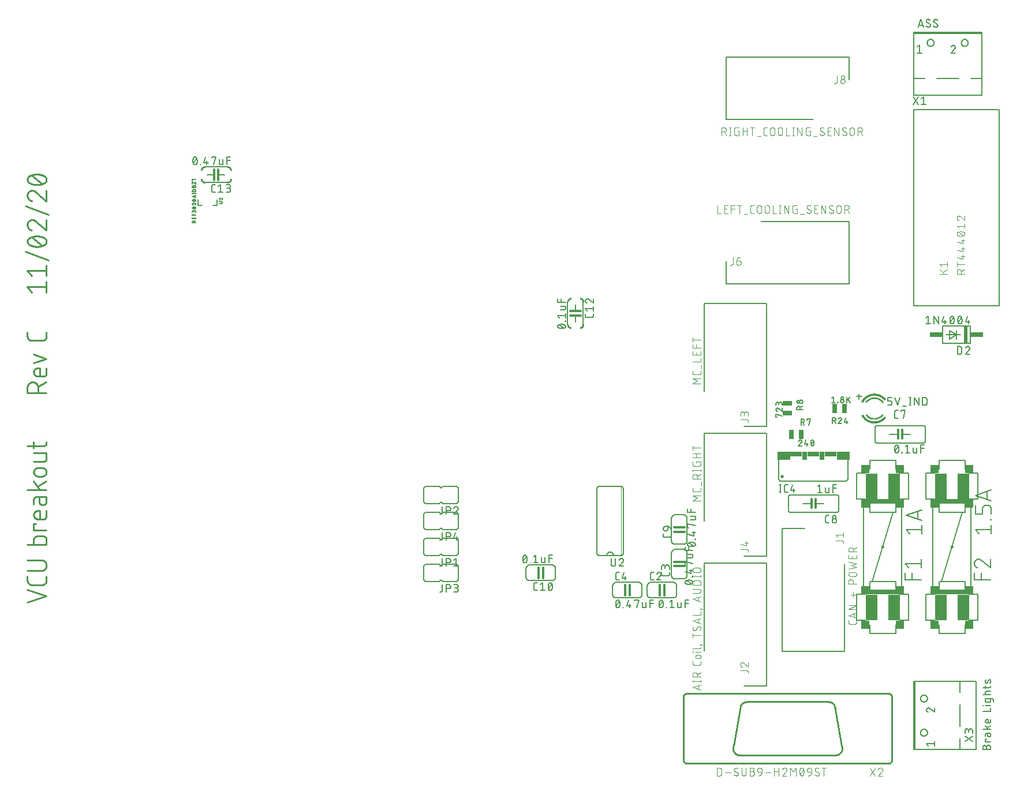
<source format=gbr>
G04 EAGLE Gerber RS-274X export*
G75*
%MOMM*%
%FSLAX34Y34*%
%LPD*%
%INSilkscreen Top*%
%IPPOS*%
%AMOC8*
5,1,8,0,0,1.08239X$1,22.5*%
G01*
%ADD10C,0.254000*%
%ADD11C,0.101600*%
%ADD12C,0.200000*%
%ADD13C,0.152400*%
%ADD14C,0.508000*%
%ADD15R,1.905000X1.270000*%
%ADD16R,1.778000X0.762000*%
%ADD17R,0.762000X1.270000*%
%ADD18C,0.127000*%
%ADD19R,0.650000X1.400000*%
%ADD20R,1.400000X0.650000*%
%ADD21C,0.304800*%
%ADD22C,0.203200*%
%ADD23R,1.270000X1.270000*%
%ADD24R,5.080000X0.635000*%
%ADD25R,1.778000X3.810000*%
%ADD26C,0.015238*%
%ADD27C,0.025400*%
%ADD28R,0.508000X2.540000*%
%ADD29R,1.905000X0.762000*%
%ADD30C,0.050800*%


D10*
X66040Y274320D02*
X93980Y283633D01*
X66040Y292947D01*
X93980Y305965D02*
X93980Y312174D01*
X93980Y305965D02*
X93978Y305810D01*
X93972Y305656D01*
X93963Y305501D01*
X93949Y305347D01*
X93932Y305193D01*
X93911Y305040D01*
X93886Y304887D01*
X93857Y304735D01*
X93824Y304583D01*
X93788Y304433D01*
X93748Y304283D01*
X93704Y304135D01*
X93657Y303988D01*
X93606Y303841D01*
X93551Y303697D01*
X93492Y303553D01*
X93431Y303411D01*
X93365Y303271D01*
X93296Y303132D01*
X93224Y302996D01*
X93148Y302861D01*
X93069Y302727D01*
X92987Y302596D01*
X92901Y302467D01*
X92812Y302341D01*
X92720Y302216D01*
X92625Y302094D01*
X92527Y301974D01*
X92426Y301857D01*
X92323Y301742D01*
X92216Y301630D01*
X92106Y301520D01*
X91994Y301413D01*
X91879Y301310D01*
X91762Y301209D01*
X91642Y301111D01*
X91520Y301016D01*
X91395Y300924D01*
X91269Y300835D01*
X91140Y300749D01*
X91009Y300667D01*
X90876Y300588D01*
X90740Y300512D01*
X90604Y300440D01*
X90465Y300371D01*
X90325Y300305D01*
X90183Y300244D01*
X90039Y300185D01*
X89895Y300130D01*
X89748Y300079D01*
X89601Y300032D01*
X89453Y299988D01*
X89303Y299948D01*
X89153Y299912D01*
X89001Y299879D01*
X88849Y299850D01*
X88696Y299825D01*
X88543Y299804D01*
X88389Y299787D01*
X88235Y299773D01*
X88080Y299764D01*
X87926Y299758D01*
X87771Y299756D01*
X72249Y299756D01*
X72092Y299758D01*
X71935Y299764D01*
X71778Y299774D01*
X71621Y299788D01*
X71465Y299806D01*
X71309Y299828D01*
X71154Y299853D01*
X70999Y299883D01*
X70845Y299917D01*
X70693Y299954D01*
X70541Y299996D01*
X70390Y300041D01*
X70241Y300090D01*
X70093Y300142D01*
X69946Y300199D01*
X69800Y300259D01*
X69657Y300323D01*
X69515Y300391D01*
X69374Y300462D01*
X69236Y300536D01*
X69099Y300614D01*
X68965Y300696D01*
X68832Y300781D01*
X68702Y300869D01*
X68574Y300960D01*
X68448Y301055D01*
X68325Y301153D01*
X68205Y301254D01*
X68087Y301358D01*
X67971Y301465D01*
X67859Y301575D01*
X67749Y301687D01*
X67642Y301803D01*
X67538Y301921D01*
X67437Y302041D01*
X67339Y302164D01*
X67244Y302290D01*
X67153Y302418D01*
X67065Y302548D01*
X66980Y302681D01*
X66898Y302815D01*
X66820Y302952D01*
X66746Y303090D01*
X66675Y303231D01*
X66607Y303373D01*
X66543Y303516D01*
X66483Y303662D01*
X66427Y303809D01*
X66374Y303957D01*
X66325Y304106D01*
X66280Y304257D01*
X66238Y304409D01*
X66201Y304561D01*
X66167Y304715D01*
X66137Y304870D01*
X66112Y305025D01*
X66090Y305181D01*
X66072Y305337D01*
X66058Y305493D01*
X66048Y305650D01*
X66042Y305808D01*
X66040Y305965D01*
X66040Y312174D01*
X66040Y320473D02*
X86219Y320473D01*
X86408Y320475D01*
X86597Y320482D01*
X86786Y320494D01*
X86974Y320510D01*
X87162Y320530D01*
X87349Y320556D01*
X87536Y320585D01*
X87722Y320620D01*
X87906Y320659D01*
X88090Y320702D01*
X88273Y320750D01*
X88455Y320802D01*
X88635Y320859D01*
X88814Y320920D01*
X88991Y320985D01*
X89167Y321055D01*
X89341Y321129D01*
X89513Y321207D01*
X89683Y321289D01*
X89851Y321376D01*
X90017Y321466D01*
X90181Y321561D01*
X90342Y321659D01*
X90501Y321761D01*
X90658Y321868D01*
X90811Y321978D01*
X90962Y322091D01*
X91110Y322209D01*
X91256Y322329D01*
X91398Y322454D01*
X91537Y322582D01*
X91673Y322713D01*
X91806Y322847D01*
X91936Y322985D01*
X92062Y323126D01*
X92184Y323269D01*
X92304Y323416D01*
X92419Y323566D01*
X92531Y323718D01*
X92639Y323873D01*
X92743Y324031D01*
X92844Y324191D01*
X92940Y324354D01*
X93033Y324518D01*
X93121Y324685D01*
X93206Y324854D01*
X93286Y325026D01*
X93362Y325199D01*
X93434Y325373D01*
X93501Y325550D01*
X93564Y325728D01*
X93623Y325908D01*
X93678Y326089D01*
X93728Y326271D01*
X93773Y326454D01*
X93814Y326639D01*
X93851Y326824D01*
X93883Y327011D01*
X93910Y327198D01*
X93933Y327385D01*
X93952Y327573D01*
X93966Y327762D01*
X93975Y327951D01*
X93979Y328139D01*
X93979Y328329D01*
X93975Y328517D01*
X93966Y328706D01*
X93952Y328895D01*
X93933Y329083D01*
X93910Y329270D01*
X93883Y329457D01*
X93851Y329644D01*
X93814Y329829D01*
X93773Y330014D01*
X93728Y330197D01*
X93678Y330379D01*
X93623Y330560D01*
X93564Y330740D01*
X93501Y330918D01*
X93434Y331095D01*
X93362Y331269D01*
X93286Y331442D01*
X93206Y331614D01*
X93121Y331783D01*
X93033Y331950D01*
X92940Y332115D01*
X92844Y332277D01*
X92743Y332437D01*
X92639Y332595D01*
X92531Y332750D01*
X92419Y332902D01*
X92304Y333052D01*
X92184Y333199D01*
X92062Y333342D01*
X91936Y333483D01*
X91806Y333621D01*
X91673Y333755D01*
X91537Y333886D01*
X91398Y334014D01*
X91256Y334139D01*
X91110Y334259D01*
X90962Y334377D01*
X90811Y334490D01*
X90658Y334600D01*
X90501Y334707D01*
X90342Y334809D01*
X90181Y334907D01*
X90017Y335002D01*
X89851Y335092D01*
X89683Y335179D01*
X89513Y335261D01*
X89341Y335339D01*
X89167Y335413D01*
X88991Y335483D01*
X88814Y335548D01*
X88635Y335609D01*
X88455Y335666D01*
X88273Y335718D01*
X88090Y335766D01*
X87906Y335809D01*
X87722Y335848D01*
X87536Y335883D01*
X87349Y335912D01*
X87162Y335938D01*
X86974Y335958D01*
X86786Y335974D01*
X86597Y335986D01*
X86408Y335993D01*
X86219Y335995D01*
X66040Y335995D01*
X66040Y358684D02*
X93980Y358684D01*
X93980Y366445D01*
X93978Y366580D01*
X93972Y366716D01*
X93962Y366851D01*
X93949Y366986D01*
X93931Y367120D01*
X93909Y367254D01*
X93884Y367387D01*
X93854Y367519D01*
X93821Y367650D01*
X93784Y367781D01*
X93744Y367910D01*
X93699Y368038D01*
X93651Y368164D01*
X93599Y368290D01*
X93544Y368413D01*
X93485Y368535D01*
X93422Y368655D01*
X93356Y368774D01*
X93287Y368890D01*
X93214Y369004D01*
X93138Y369116D01*
X93058Y369226D01*
X92976Y369333D01*
X92890Y369438D01*
X92802Y369541D01*
X92710Y369641D01*
X92616Y369738D01*
X92519Y369832D01*
X92419Y369924D01*
X92316Y370012D01*
X92211Y370098D01*
X92104Y370180D01*
X91994Y370260D01*
X91882Y370336D01*
X91768Y370409D01*
X91652Y370478D01*
X91533Y370544D01*
X91413Y370607D01*
X91291Y370666D01*
X91168Y370721D01*
X91042Y370773D01*
X90916Y370821D01*
X90788Y370866D01*
X90659Y370906D01*
X90528Y370943D01*
X90397Y370976D01*
X90265Y371006D01*
X90132Y371031D01*
X89998Y371053D01*
X89864Y371071D01*
X89729Y371084D01*
X89594Y371094D01*
X89458Y371100D01*
X89323Y371102D01*
X80010Y371102D01*
X79875Y371100D01*
X79739Y371094D01*
X79604Y371084D01*
X79469Y371071D01*
X79335Y371053D01*
X79201Y371031D01*
X79068Y371006D01*
X78936Y370976D01*
X78805Y370943D01*
X78674Y370906D01*
X78545Y370866D01*
X78417Y370821D01*
X78291Y370773D01*
X78165Y370721D01*
X78042Y370666D01*
X77920Y370607D01*
X77800Y370544D01*
X77682Y370478D01*
X77565Y370409D01*
X77451Y370336D01*
X77339Y370260D01*
X77229Y370180D01*
X77122Y370098D01*
X77017Y370012D01*
X76914Y369924D01*
X76814Y369832D01*
X76717Y369738D01*
X76623Y369641D01*
X76531Y369541D01*
X76443Y369438D01*
X76357Y369333D01*
X76275Y369226D01*
X76195Y369116D01*
X76119Y369004D01*
X76046Y368890D01*
X75977Y368774D01*
X75911Y368655D01*
X75848Y368535D01*
X75789Y368413D01*
X75734Y368290D01*
X75682Y368164D01*
X75634Y368038D01*
X75589Y367910D01*
X75549Y367781D01*
X75512Y367650D01*
X75479Y367519D01*
X75449Y367387D01*
X75424Y367254D01*
X75402Y367120D01*
X75384Y366986D01*
X75371Y366851D01*
X75361Y366716D01*
X75355Y366580D01*
X75353Y366445D01*
X75353Y358684D01*
X75353Y380195D02*
X93980Y380195D01*
X75353Y380195D02*
X75353Y389509D01*
X78458Y389509D01*
X93980Y400751D02*
X93980Y408512D01*
X93980Y400751D02*
X93978Y400616D01*
X93972Y400480D01*
X93962Y400345D01*
X93949Y400210D01*
X93931Y400076D01*
X93909Y399942D01*
X93884Y399809D01*
X93854Y399677D01*
X93821Y399546D01*
X93784Y399415D01*
X93744Y399286D01*
X93699Y399158D01*
X93651Y399032D01*
X93599Y398906D01*
X93544Y398783D01*
X93485Y398661D01*
X93422Y398541D01*
X93356Y398423D01*
X93287Y398306D01*
X93214Y398192D01*
X93138Y398080D01*
X93058Y397970D01*
X92976Y397863D01*
X92890Y397758D01*
X92802Y397655D01*
X92710Y397555D01*
X92616Y397458D01*
X92519Y397364D01*
X92419Y397272D01*
X92316Y397184D01*
X92211Y397098D01*
X92104Y397016D01*
X91994Y396936D01*
X91882Y396860D01*
X91768Y396787D01*
X91652Y396718D01*
X91533Y396652D01*
X91413Y396589D01*
X91291Y396530D01*
X91168Y396475D01*
X91042Y396423D01*
X90916Y396375D01*
X90788Y396330D01*
X90659Y396290D01*
X90528Y396253D01*
X90397Y396220D01*
X90265Y396190D01*
X90132Y396165D01*
X89998Y396143D01*
X89864Y396125D01*
X89729Y396112D01*
X89594Y396102D01*
X89458Y396096D01*
X89323Y396094D01*
X81562Y396094D01*
X81406Y396096D01*
X81250Y396102D01*
X81094Y396112D01*
X80939Y396125D01*
X80784Y396143D01*
X80629Y396164D01*
X80475Y396190D01*
X80322Y396219D01*
X80170Y396252D01*
X80018Y396289D01*
X79867Y396330D01*
X79718Y396374D01*
X79569Y396422D01*
X79422Y396474D01*
X79276Y396530D01*
X79132Y396589D01*
X78989Y396652D01*
X78848Y396719D01*
X78708Y396789D01*
X78571Y396862D01*
X78435Y396939D01*
X78301Y397019D01*
X78169Y397103D01*
X78040Y397190D01*
X77912Y397280D01*
X77787Y397373D01*
X77665Y397470D01*
X77544Y397569D01*
X77427Y397671D01*
X77312Y397777D01*
X77199Y397885D01*
X77090Y397996D01*
X76983Y398110D01*
X76879Y398226D01*
X76778Y398345D01*
X76680Y398467D01*
X76585Y398591D01*
X76493Y398717D01*
X76405Y398845D01*
X76320Y398976D01*
X76238Y399109D01*
X76159Y399244D01*
X76084Y399380D01*
X76012Y399519D01*
X75944Y399659D01*
X75879Y399801D01*
X75818Y399945D01*
X75761Y400090D01*
X75707Y400237D01*
X75657Y400384D01*
X75611Y400533D01*
X75568Y400683D01*
X75529Y400835D01*
X75494Y400987D01*
X75463Y401140D01*
X75436Y401293D01*
X75412Y401447D01*
X75393Y401602D01*
X75377Y401758D01*
X75365Y401913D01*
X75357Y402069D01*
X75353Y402225D01*
X75353Y402381D01*
X75357Y402537D01*
X75365Y402693D01*
X75377Y402848D01*
X75393Y403004D01*
X75412Y403159D01*
X75436Y403313D01*
X75463Y403466D01*
X75494Y403619D01*
X75529Y403771D01*
X75568Y403923D01*
X75611Y404073D01*
X75657Y404222D01*
X75707Y404369D01*
X75761Y404516D01*
X75818Y404661D01*
X75879Y404805D01*
X75944Y404947D01*
X76012Y405087D01*
X76084Y405226D01*
X76159Y405362D01*
X76238Y405497D01*
X76320Y405630D01*
X76405Y405761D01*
X76493Y405889D01*
X76585Y406015D01*
X76680Y406139D01*
X76778Y406261D01*
X76879Y406380D01*
X76983Y406496D01*
X77090Y406610D01*
X77199Y406721D01*
X77312Y406829D01*
X77427Y406935D01*
X77544Y407037D01*
X77665Y407136D01*
X77787Y407233D01*
X77912Y407326D01*
X78040Y407416D01*
X78169Y407503D01*
X78301Y407587D01*
X78435Y407667D01*
X78571Y407744D01*
X78708Y407817D01*
X78848Y407887D01*
X78989Y407954D01*
X79132Y408017D01*
X79276Y408076D01*
X79422Y408132D01*
X79569Y408184D01*
X79718Y408232D01*
X79867Y408276D01*
X80018Y408317D01*
X80170Y408354D01*
X80322Y408387D01*
X80475Y408416D01*
X80629Y408442D01*
X80784Y408463D01*
X80939Y408481D01*
X81094Y408494D01*
X81250Y408504D01*
X81406Y408510D01*
X81562Y408512D01*
X84667Y408512D01*
X84667Y396094D01*
X83114Y422212D02*
X83114Y429197D01*
X83114Y422212D02*
X83116Y422066D01*
X83122Y421920D01*
X83132Y421775D01*
X83145Y421630D01*
X83163Y421485D01*
X83184Y421340D01*
X83210Y421197D01*
X83239Y421054D01*
X83272Y420912D01*
X83309Y420771D01*
X83349Y420631D01*
X83394Y420492D01*
X83442Y420354D01*
X83493Y420217D01*
X83549Y420082D01*
X83608Y419949D01*
X83670Y419817D01*
X83736Y419687D01*
X83806Y419559D01*
X83879Y419433D01*
X83955Y419308D01*
X84035Y419186D01*
X84118Y419066D01*
X84204Y418948D01*
X84293Y418833D01*
X84385Y418720D01*
X84480Y418609D01*
X84579Y418501D01*
X84680Y418396D01*
X84783Y418294D01*
X84890Y418194D01*
X84999Y418097D01*
X85111Y418004D01*
X85225Y417913D01*
X85342Y417825D01*
X85461Y417741D01*
X85582Y417659D01*
X85705Y417582D01*
X85831Y417507D01*
X85958Y417436D01*
X86087Y417368D01*
X86218Y417304D01*
X86351Y417243D01*
X86485Y417186D01*
X86620Y417132D01*
X86758Y417082D01*
X86896Y417036D01*
X87035Y416994D01*
X87176Y416955D01*
X87318Y416920D01*
X87460Y416889D01*
X87604Y416862D01*
X87748Y416838D01*
X87892Y416819D01*
X88037Y416803D01*
X88183Y416791D01*
X88328Y416783D01*
X88474Y416779D01*
X88620Y416779D01*
X88766Y416783D01*
X88911Y416791D01*
X89057Y416803D01*
X89202Y416819D01*
X89346Y416838D01*
X89490Y416862D01*
X89634Y416889D01*
X89776Y416920D01*
X89918Y416955D01*
X90059Y416994D01*
X90198Y417036D01*
X90336Y417082D01*
X90474Y417132D01*
X90609Y417186D01*
X90743Y417243D01*
X90876Y417304D01*
X91007Y417368D01*
X91136Y417436D01*
X91264Y417507D01*
X91389Y417582D01*
X91512Y417659D01*
X91633Y417741D01*
X91752Y417825D01*
X91869Y417913D01*
X91983Y418004D01*
X92095Y418097D01*
X92204Y418194D01*
X92311Y418294D01*
X92414Y418396D01*
X92515Y418501D01*
X92614Y418609D01*
X92709Y418720D01*
X92801Y418833D01*
X92890Y418948D01*
X92976Y419066D01*
X93059Y419186D01*
X93139Y419308D01*
X93215Y419433D01*
X93288Y419559D01*
X93358Y419687D01*
X93424Y419817D01*
X93486Y419949D01*
X93545Y420082D01*
X93601Y420217D01*
X93652Y420354D01*
X93700Y420492D01*
X93745Y420631D01*
X93785Y420771D01*
X93822Y420912D01*
X93855Y421054D01*
X93884Y421197D01*
X93910Y421340D01*
X93931Y421485D01*
X93949Y421630D01*
X93962Y421775D01*
X93972Y421920D01*
X93978Y422066D01*
X93980Y422212D01*
X93980Y429197D01*
X80010Y429197D01*
X79875Y429195D01*
X79739Y429189D01*
X79604Y429179D01*
X79469Y429166D01*
X79335Y429148D01*
X79201Y429126D01*
X79068Y429101D01*
X78936Y429071D01*
X78805Y429038D01*
X78674Y429001D01*
X78545Y428961D01*
X78417Y428916D01*
X78291Y428868D01*
X78165Y428816D01*
X78042Y428761D01*
X77920Y428702D01*
X77800Y428639D01*
X77682Y428573D01*
X77565Y428504D01*
X77451Y428431D01*
X77339Y428355D01*
X77229Y428275D01*
X77122Y428193D01*
X77017Y428107D01*
X76914Y428019D01*
X76814Y427927D01*
X76717Y427833D01*
X76623Y427736D01*
X76531Y427636D01*
X76443Y427533D01*
X76357Y427428D01*
X76275Y427321D01*
X76195Y427211D01*
X76119Y427099D01*
X76046Y426985D01*
X75977Y426869D01*
X75911Y426750D01*
X75848Y426630D01*
X75789Y426508D01*
X75734Y426385D01*
X75682Y426259D01*
X75634Y426133D01*
X75589Y426005D01*
X75549Y425876D01*
X75512Y425745D01*
X75479Y425614D01*
X75449Y425482D01*
X75424Y425349D01*
X75402Y425215D01*
X75384Y425081D01*
X75371Y424946D01*
X75361Y424811D01*
X75355Y424675D01*
X75353Y424540D01*
X75353Y418331D01*
X66040Y439155D02*
X93980Y439155D01*
X84667Y439155D02*
X75353Y451572D01*
X80786Y444587D02*
X93980Y451572D01*
X87771Y459013D02*
X81562Y459013D01*
X81406Y459015D01*
X81250Y459021D01*
X81094Y459031D01*
X80939Y459044D01*
X80784Y459062D01*
X80629Y459083D01*
X80475Y459109D01*
X80322Y459138D01*
X80170Y459171D01*
X80018Y459208D01*
X79867Y459249D01*
X79718Y459293D01*
X79569Y459341D01*
X79422Y459393D01*
X79276Y459449D01*
X79132Y459508D01*
X78989Y459571D01*
X78848Y459638D01*
X78708Y459708D01*
X78571Y459781D01*
X78435Y459858D01*
X78301Y459938D01*
X78169Y460022D01*
X78040Y460109D01*
X77912Y460199D01*
X77787Y460292D01*
X77665Y460389D01*
X77544Y460488D01*
X77427Y460590D01*
X77312Y460696D01*
X77199Y460804D01*
X77090Y460915D01*
X76983Y461029D01*
X76879Y461145D01*
X76778Y461264D01*
X76680Y461386D01*
X76585Y461510D01*
X76493Y461636D01*
X76405Y461764D01*
X76320Y461895D01*
X76238Y462028D01*
X76159Y462163D01*
X76084Y462299D01*
X76012Y462438D01*
X75944Y462578D01*
X75879Y462720D01*
X75818Y462864D01*
X75761Y463009D01*
X75707Y463156D01*
X75657Y463303D01*
X75611Y463452D01*
X75568Y463602D01*
X75529Y463754D01*
X75494Y463906D01*
X75463Y464059D01*
X75436Y464212D01*
X75412Y464366D01*
X75393Y464521D01*
X75377Y464677D01*
X75365Y464832D01*
X75357Y464988D01*
X75353Y465144D01*
X75353Y465300D01*
X75357Y465456D01*
X75365Y465612D01*
X75377Y465767D01*
X75393Y465923D01*
X75412Y466078D01*
X75436Y466232D01*
X75463Y466385D01*
X75494Y466538D01*
X75529Y466690D01*
X75568Y466842D01*
X75611Y466992D01*
X75657Y467141D01*
X75707Y467288D01*
X75761Y467435D01*
X75818Y467580D01*
X75879Y467724D01*
X75944Y467866D01*
X76012Y468006D01*
X76084Y468145D01*
X76159Y468281D01*
X76238Y468416D01*
X76320Y468549D01*
X76405Y468680D01*
X76493Y468808D01*
X76585Y468934D01*
X76680Y469058D01*
X76778Y469180D01*
X76879Y469299D01*
X76983Y469415D01*
X77090Y469529D01*
X77199Y469640D01*
X77312Y469748D01*
X77427Y469854D01*
X77544Y469956D01*
X77665Y470055D01*
X77787Y470152D01*
X77912Y470245D01*
X78040Y470335D01*
X78169Y470422D01*
X78301Y470506D01*
X78435Y470586D01*
X78571Y470663D01*
X78708Y470736D01*
X78848Y470806D01*
X78989Y470873D01*
X79132Y470936D01*
X79276Y470995D01*
X79422Y471051D01*
X79569Y471103D01*
X79718Y471151D01*
X79867Y471195D01*
X80018Y471236D01*
X80170Y471273D01*
X80322Y471306D01*
X80475Y471335D01*
X80629Y471361D01*
X80784Y471382D01*
X80939Y471400D01*
X81094Y471413D01*
X81250Y471423D01*
X81406Y471429D01*
X81562Y471431D01*
X87771Y471431D01*
X87927Y471429D01*
X88083Y471423D01*
X88239Y471413D01*
X88394Y471400D01*
X88549Y471382D01*
X88704Y471361D01*
X88858Y471335D01*
X89011Y471306D01*
X89163Y471273D01*
X89315Y471236D01*
X89466Y471195D01*
X89615Y471151D01*
X89764Y471103D01*
X89911Y471051D01*
X90057Y470995D01*
X90201Y470936D01*
X90344Y470873D01*
X90485Y470806D01*
X90625Y470736D01*
X90762Y470663D01*
X90898Y470586D01*
X91032Y470506D01*
X91164Y470422D01*
X91293Y470335D01*
X91421Y470245D01*
X91546Y470152D01*
X91668Y470055D01*
X91789Y469956D01*
X91906Y469854D01*
X92021Y469748D01*
X92134Y469640D01*
X92243Y469529D01*
X92350Y469415D01*
X92454Y469299D01*
X92555Y469180D01*
X92653Y469058D01*
X92748Y468934D01*
X92840Y468808D01*
X92928Y468680D01*
X93013Y468549D01*
X93095Y468416D01*
X93174Y468281D01*
X93249Y468145D01*
X93321Y468006D01*
X93389Y467866D01*
X93454Y467724D01*
X93515Y467580D01*
X93572Y467435D01*
X93626Y467288D01*
X93676Y467141D01*
X93722Y466992D01*
X93765Y466842D01*
X93804Y466690D01*
X93839Y466538D01*
X93870Y466385D01*
X93897Y466232D01*
X93921Y466078D01*
X93940Y465923D01*
X93956Y465767D01*
X93968Y465612D01*
X93976Y465456D01*
X93980Y465300D01*
X93980Y465144D01*
X93976Y464988D01*
X93968Y464832D01*
X93956Y464677D01*
X93940Y464521D01*
X93921Y464366D01*
X93897Y464212D01*
X93870Y464059D01*
X93839Y463906D01*
X93804Y463754D01*
X93765Y463602D01*
X93722Y463452D01*
X93676Y463303D01*
X93626Y463156D01*
X93572Y463009D01*
X93515Y462864D01*
X93454Y462720D01*
X93389Y462578D01*
X93321Y462438D01*
X93249Y462299D01*
X93174Y462163D01*
X93095Y462028D01*
X93013Y461895D01*
X92928Y461764D01*
X92840Y461636D01*
X92748Y461510D01*
X92653Y461386D01*
X92555Y461264D01*
X92454Y461145D01*
X92350Y461029D01*
X92243Y460915D01*
X92134Y460804D01*
X92021Y460696D01*
X91906Y460590D01*
X91789Y460488D01*
X91668Y460389D01*
X91546Y460292D01*
X91421Y460199D01*
X91293Y460109D01*
X91164Y460022D01*
X91032Y459938D01*
X90898Y459858D01*
X90762Y459781D01*
X90625Y459708D01*
X90485Y459638D01*
X90344Y459571D01*
X90201Y459508D01*
X90057Y459449D01*
X89911Y459393D01*
X89764Y459341D01*
X89615Y459293D01*
X89466Y459249D01*
X89315Y459208D01*
X89163Y459171D01*
X89011Y459138D01*
X88858Y459109D01*
X88704Y459083D01*
X88549Y459062D01*
X88394Y459044D01*
X88239Y459031D01*
X88083Y459021D01*
X87927Y459015D01*
X87771Y459013D01*
X89323Y480517D02*
X75353Y480517D01*
X89323Y480516D02*
X89458Y480518D01*
X89594Y480524D01*
X89729Y480534D01*
X89864Y480547D01*
X89998Y480565D01*
X90132Y480587D01*
X90265Y480612D01*
X90397Y480642D01*
X90528Y480675D01*
X90659Y480712D01*
X90788Y480752D01*
X90916Y480797D01*
X91042Y480845D01*
X91168Y480897D01*
X91291Y480952D01*
X91413Y481011D01*
X91533Y481074D01*
X91652Y481140D01*
X91768Y481209D01*
X91882Y481282D01*
X91994Y481358D01*
X92104Y481438D01*
X92211Y481520D01*
X92316Y481606D01*
X92419Y481694D01*
X92519Y481786D01*
X92616Y481880D01*
X92710Y481977D01*
X92802Y482077D01*
X92890Y482180D01*
X92976Y482285D01*
X93058Y482392D01*
X93138Y482502D01*
X93214Y482614D01*
X93287Y482728D01*
X93356Y482845D01*
X93422Y482963D01*
X93485Y483083D01*
X93544Y483205D01*
X93599Y483328D01*
X93651Y483454D01*
X93699Y483580D01*
X93744Y483708D01*
X93784Y483837D01*
X93821Y483968D01*
X93854Y484099D01*
X93884Y484231D01*
X93909Y484364D01*
X93931Y484498D01*
X93949Y484632D01*
X93962Y484767D01*
X93972Y484902D01*
X93978Y485038D01*
X93980Y485173D01*
X93980Y492935D01*
X75353Y492935D01*
X75353Y500349D02*
X75353Y509662D01*
X66040Y503453D02*
X89323Y503453D01*
X89458Y503455D01*
X89594Y503461D01*
X89729Y503471D01*
X89864Y503484D01*
X89998Y503502D01*
X90132Y503524D01*
X90265Y503549D01*
X90397Y503579D01*
X90528Y503612D01*
X90659Y503649D01*
X90788Y503689D01*
X90916Y503734D01*
X91042Y503782D01*
X91168Y503834D01*
X91291Y503889D01*
X91413Y503948D01*
X91533Y504011D01*
X91652Y504077D01*
X91768Y504146D01*
X91882Y504219D01*
X91994Y504295D01*
X92104Y504375D01*
X92211Y504457D01*
X92316Y504543D01*
X92419Y504631D01*
X92519Y504723D01*
X92616Y504817D01*
X92710Y504914D01*
X92802Y505014D01*
X92890Y505117D01*
X92976Y505222D01*
X93058Y505329D01*
X93138Y505439D01*
X93214Y505551D01*
X93287Y505665D01*
X93356Y505782D01*
X93422Y505900D01*
X93485Y506020D01*
X93544Y506142D01*
X93599Y506265D01*
X93651Y506391D01*
X93699Y506517D01*
X93744Y506645D01*
X93784Y506774D01*
X93821Y506905D01*
X93854Y507036D01*
X93884Y507168D01*
X93909Y507301D01*
X93931Y507435D01*
X93949Y507569D01*
X93962Y507704D01*
X93972Y507839D01*
X93978Y507975D01*
X93980Y508110D01*
X93980Y509662D01*
X93980Y581734D02*
X66040Y581734D01*
X66040Y589495D01*
X66042Y589684D01*
X66049Y589873D01*
X66061Y590062D01*
X66077Y590250D01*
X66097Y590438D01*
X66123Y590625D01*
X66152Y590812D01*
X66187Y590998D01*
X66226Y591182D01*
X66269Y591366D01*
X66317Y591549D01*
X66369Y591731D01*
X66426Y591911D01*
X66487Y592090D01*
X66552Y592267D01*
X66622Y592443D01*
X66696Y592617D01*
X66774Y592789D01*
X66856Y592959D01*
X66943Y593127D01*
X67033Y593293D01*
X67128Y593457D01*
X67226Y593618D01*
X67328Y593777D01*
X67435Y593934D01*
X67545Y594087D01*
X67658Y594238D01*
X67776Y594386D01*
X67896Y594532D01*
X68021Y594674D01*
X68149Y594813D01*
X68280Y594949D01*
X68414Y595082D01*
X68552Y595212D01*
X68693Y595338D01*
X68836Y595460D01*
X68983Y595580D01*
X69133Y595695D01*
X69285Y595807D01*
X69440Y595915D01*
X69598Y596019D01*
X69758Y596120D01*
X69921Y596216D01*
X70085Y596309D01*
X70252Y596397D01*
X70421Y596482D01*
X70593Y596562D01*
X70766Y596638D01*
X70940Y596710D01*
X71117Y596777D01*
X71295Y596840D01*
X71475Y596899D01*
X71656Y596954D01*
X71838Y597004D01*
X72021Y597049D01*
X72206Y597090D01*
X72391Y597127D01*
X72578Y597159D01*
X72765Y597186D01*
X72952Y597209D01*
X73140Y597228D01*
X73329Y597242D01*
X73518Y597251D01*
X73706Y597255D01*
X73896Y597255D01*
X74084Y597251D01*
X74273Y597242D01*
X74462Y597228D01*
X74650Y597209D01*
X74837Y597186D01*
X75024Y597159D01*
X75211Y597127D01*
X75396Y597090D01*
X75581Y597049D01*
X75764Y597004D01*
X75946Y596954D01*
X76127Y596899D01*
X76307Y596840D01*
X76485Y596777D01*
X76662Y596710D01*
X76836Y596638D01*
X77009Y596562D01*
X77181Y596482D01*
X77350Y596397D01*
X77517Y596309D01*
X77682Y596216D01*
X77844Y596120D01*
X78004Y596019D01*
X78162Y595915D01*
X78317Y595807D01*
X78469Y595695D01*
X78619Y595580D01*
X78766Y595460D01*
X78909Y595338D01*
X79050Y595212D01*
X79188Y595082D01*
X79322Y594949D01*
X79453Y594813D01*
X79581Y594674D01*
X79706Y594532D01*
X79826Y594386D01*
X79944Y594238D01*
X80057Y594087D01*
X80167Y593934D01*
X80274Y593777D01*
X80376Y593618D01*
X80474Y593457D01*
X80569Y593293D01*
X80659Y593127D01*
X80746Y592959D01*
X80828Y592789D01*
X80906Y592617D01*
X80980Y592443D01*
X81050Y592267D01*
X81115Y592090D01*
X81176Y591911D01*
X81233Y591731D01*
X81285Y591549D01*
X81333Y591366D01*
X81376Y591182D01*
X81415Y590998D01*
X81450Y590812D01*
X81479Y590625D01*
X81505Y590438D01*
X81525Y590250D01*
X81541Y590062D01*
X81553Y589873D01*
X81560Y589684D01*
X81562Y589495D01*
X81562Y581734D01*
X81562Y591047D02*
X93980Y597256D01*
X93980Y610215D02*
X93980Y617976D01*
X93980Y610215D02*
X93978Y610080D01*
X93972Y609944D01*
X93962Y609809D01*
X93949Y609674D01*
X93931Y609540D01*
X93909Y609406D01*
X93884Y609273D01*
X93854Y609141D01*
X93821Y609010D01*
X93784Y608879D01*
X93744Y608750D01*
X93699Y608622D01*
X93651Y608496D01*
X93599Y608370D01*
X93544Y608247D01*
X93485Y608125D01*
X93422Y608005D01*
X93356Y607887D01*
X93287Y607770D01*
X93214Y607656D01*
X93138Y607544D01*
X93058Y607434D01*
X92976Y607327D01*
X92890Y607222D01*
X92802Y607119D01*
X92710Y607019D01*
X92616Y606922D01*
X92519Y606828D01*
X92419Y606736D01*
X92316Y606648D01*
X92211Y606562D01*
X92104Y606480D01*
X91994Y606400D01*
X91882Y606324D01*
X91768Y606251D01*
X91652Y606182D01*
X91533Y606116D01*
X91413Y606053D01*
X91291Y605994D01*
X91168Y605939D01*
X91042Y605887D01*
X90916Y605839D01*
X90788Y605794D01*
X90659Y605754D01*
X90528Y605717D01*
X90397Y605684D01*
X90265Y605654D01*
X90132Y605629D01*
X89998Y605607D01*
X89864Y605589D01*
X89729Y605576D01*
X89594Y605566D01*
X89458Y605560D01*
X89323Y605558D01*
X81562Y605558D01*
X81406Y605560D01*
X81250Y605566D01*
X81094Y605576D01*
X80939Y605589D01*
X80784Y605607D01*
X80629Y605628D01*
X80475Y605654D01*
X80322Y605683D01*
X80170Y605716D01*
X80018Y605753D01*
X79867Y605794D01*
X79718Y605838D01*
X79569Y605886D01*
X79422Y605938D01*
X79276Y605994D01*
X79132Y606053D01*
X78989Y606116D01*
X78848Y606183D01*
X78708Y606253D01*
X78571Y606326D01*
X78435Y606403D01*
X78301Y606483D01*
X78169Y606567D01*
X78040Y606654D01*
X77912Y606744D01*
X77787Y606837D01*
X77665Y606934D01*
X77544Y607033D01*
X77427Y607135D01*
X77312Y607241D01*
X77199Y607349D01*
X77090Y607460D01*
X76983Y607574D01*
X76879Y607690D01*
X76778Y607809D01*
X76680Y607931D01*
X76585Y608055D01*
X76493Y608181D01*
X76405Y608309D01*
X76320Y608440D01*
X76238Y608573D01*
X76159Y608708D01*
X76084Y608844D01*
X76012Y608983D01*
X75944Y609123D01*
X75879Y609265D01*
X75818Y609409D01*
X75761Y609554D01*
X75707Y609701D01*
X75657Y609848D01*
X75611Y609997D01*
X75568Y610147D01*
X75529Y610299D01*
X75494Y610451D01*
X75463Y610604D01*
X75436Y610757D01*
X75412Y610911D01*
X75393Y611066D01*
X75377Y611222D01*
X75365Y611377D01*
X75357Y611533D01*
X75353Y611689D01*
X75353Y611845D01*
X75357Y612001D01*
X75365Y612157D01*
X75377Y612312D01*
X75393Y612468D01*
X75412Y612623D01*
X75436Y612777D01*
X75463Y612930D01*
X75494Y613083D01*
X75529Y613235D01*
X75568Y613387D01*
X75611Y613537D01*
X75657Y613686D01*
X75707Y613833D01*
X75761Y613980D01*
X75818Y614125D01*
X75879Y614269D01*
X75944Y614411D01*
X76012Y614551D01*
X76084Y614690D01*
X76159Y614826D01*
X76238Y614961D01*
X76320Y615094D01*
X76405Y615225D01*
X76493Y615353D01*
X76585Y615479D01*
X76680Y615603D01*
X76778Y615725D01*
X76879Y615844D01*
X76983Y615960D01*
X77090Y616074D01*
X77199Y616185D01*
X77312Y616293D01*
X77427Y616399D01*
X77544Y616501D01*
X77665Y616600D01*
X77787Y616697D01*
X77912Y616790D01*
X78040Y616880D01*
X78169Y616967D01*
X78301Y617051D01*
X78435Y617131D01*
X78571Y617208D01*
X78708Y617281D01*
X78848Y617351D01*
X78989Y617418D01*
X79132Y617481D01*
X79276Y617540D01*
X79422Y617596D01*
X79569Y617648D01*
X79718Y617696D01*
X79867Y617740D01*
X80018Y617781D01*
X80170Y617818D01*
X80322Y617851D01*
X80475Y617880D01*
X80629Y617906D01*
X80784Y617927D01*
X80939Y617945D01*
X81094Y617958D01*
X81250Y617968D01*
X81406Y617974D01*
X81562Y617976D01*
X84667Y617976D01*
X84667Y605558D01*
X75353Y625469D02*
X93980Y631678D01*
X75353Y637887D01*
X93980Y664363D02*
X93980Y670572D01*
X93980Y664363D02*
X93978Y664208D01*
X93972Y664054D01*
X93963Y663899D01*
X93949Y663745D01*
X93932Y663591D01*
X93911Y663438D01*
X93886Y663285D01*
X93857Y663133D01*
X93824Y662981D01*
X93788Y662831D01*
X93748Y662681D01*
X93704Y662533D01*
X93657Y662386D01*
X93606Y662239D01*
X93551Y662095D01*
X93492Y661951D01*
X93431Y661809D01*
X93365Y661669D01*
X93296Y661530D01*
X93224Y661394D01*
X93148Y661259D01*
X93069Y661125D01*
X92987Y660994D01*
X92901Y660865D01*
X92812Y660739D01*
X92720Y660614D01*
X92625Y660492D01*
X92527Y660372D01*
X92426Y660255D01*
X92323Y660140D01*
X92216Y660028D01*
X92106Y659918D01*
X91994Y659811D01*
X91879Y659708D01*
X91762Y659607D01*
X91642Y659509D01*
X91520Y659414D01*
X91395Y659322D01*
X91269Y659233D01*
X91140Y659147D01*
X91009Y659065D01*
X90876Y658986D01*
X90740Y658910D01*
X90604Y658838D01*
X90465Y658769D01*
X90325Y658703D01*
X90183Y658642D01*
X90039Y658583D01*
X89895Y658528D01*
X89748Y658477D01*
X89601Y658430D01*
X89453Y658386D01*
X89303Y658346D01*
X89153Y658310D01*
X89001Y658277D01*
X88849Y658248D01*
X88696Y658223D01*
X88543Y658202D01*
X88389Y658185D01*
X88235Y658171D01*
X88080Y658162D01*
X87926Y658156D01*
X87771Y658154D01*
X72249Y658154D01*
X72092Y658156D01*
X71935Y658162D01*
X71778Y658172D01*
X71621Y658186D01*
X71465Y658204D01*
X71309Y658226D01*
X71154Y658251D01*
X70999Y658281D01*
X70845Y658315D01*
X70693Y658352D01*
X70541Y658394D01*
X70390Y658439D01*
X70241Y658488D01*
X70093Y658540D01*
X69946Y658597D01*
X69800Y658657D01*
X69657Y658721D01*
X69515Y658789D01*
X69374Y658860D01*
X69236Y658934D01*
X69099Y659012D01*
X68965Y659094D01*
X68832Y659179D01*
X68702Y659267D01*
X68574Y659358D01*
X68448Y659453D01*
X68325Y659551D01*
X68205Y659652D01*
X68087Y659756D01*
X67971Y659863D01*
X67859Y659973D01*
X67749Y660085D01*
X67642Y660201D01*
X67538Y660319D01*
X67437Y660439D01*
X67339Y660562D01*
X67244Y660688D01*
X67153Y660816D01*
X67065Y660946D01*
X66980Y661079D01*
X66898Y661213D01*
X66820Y661350D01*
X66746Y661488D01*
X66675Y661629D01*
X66607Y661771D01*
X66543Y661914D01*
X66483Y662060D01*
X66427Y662207D01*
X66374Y662355D01*
X66325Y662504D01*
X66280Y662655D01*
X66238Y662807D01*
X66201Y662959D01*
X66167Y663113D01*
X66137Y663268D01*
X66112Y663423D01*
X66090Y663579D01*
X66072Y663735D01*
X66058Y663891D01*
X66048Y664048D01*
X66042Y664206D01*
X66040Y664363D01*
X66040Y670572D01*
X72249Y729047D02*
X66040Y736808D01*
X93980Y736808D01*
X93980Y729047D02*
X93980Y744569D01*
X72249Y752940D02*
X66040Y760701D01*
X93980Y760701D01*
X93980Y752940D02*
X93980Y768462D01*
X97084Y775996D02*
X62936Y788414D01*
X69920Y798276D02*
X70417Y798041D01*
X70920Y797818D01*
X71427Y797607D01*
X71940Y797409D01*
X72457Y797222D01*
X72978Y797048D01*
X73504Y796886D01*
X74033Y796737D01*
X74565Y796601D01*
X75101Y796477D01*
X75639Y796367D01*
X76180Y796269D01*
X76723Y796184D01*
X77268Y796112D01*
X77815Y796053D01*
X78362Y796007D01*
X78911Y795974D01*
X79460Y795955D01*
X80010Y795948D01*
X69920Y798276D02*
X69781Y798326D01*
X69642Y798380D01*
X69505Y798437D01*
X69370Y798498D01*
X69236Y798562D01*
X69104Y798629D01*
X68973Y798700D01*
X68845Y798774D01*
X68718Y798852D01*
X68594Y798933D01*
X68471Y799017D01*
X68351Y799104D01*
X68234Y799194D01*
X68118Y799287D01*
X68005Y799384D01*
X67894Y799483D01*
X67787Y799585D01*
X67681Y799689D01*
X67579Y799797D01*
X67479Y799907D01*
X67382Y800019D01*
X67288Y800134D01*
X67198Y800251D01*
X67110Y800371D01*
X67025Y800493D01*
X66944Y800617D01*
X66865Y800743D01*
X66790Y800871D01*
X66719Y801001D01*
X66650Y801133D01*
X66585Y801266D01*
X66524Y801401D01*
X66466Y801538D01*
X66412Y801676D01*
X66361Y801816D01*
X66314Y801956D01*
X66271Y802098D01*
X66231Y802241D01*
X66195Y802385D01*
X66162Y802530D01*
X66134Y802676D01*
X66109Y802822D01*
X66088Y802969D01*
X66071Y803116D01*
X66057Y803264D01*
X66048Y803412D01*
X66042Y803561D01*
X66040Y803709D01*
X66042Y803857D01*
X66048Y804006D01*
X66057Y804154D01*
X66071Y804302D01*
X66088Y804449D01*
X66109Y804596D01*
X66134Y804742D01*
X66162Y804888D01*
X66195Y805033D01*
X66231Y805177D01*
X66271Y805320D01*
X66314Y805462D01*
X66361Y805602D01*
X66412Y805742D01*
X66466Y805880D01*
X66524Y806017D01*
X66585Y806152D01*
X66650Y806285D01*
X66719Y806417D01*
X66790Y806547D01*
X66865Y806675D01*
X66944Y806801D01*
X67025Y806925D01*
X67110Y807047D01*
X67198Y807167D01*
X67288Y807284D01*
X67382Y807399D01*
X67479Y807511D01*
X67579Y807621D01*
X67681Y807729D01*
X67787Y807833D01*
X67895Y807935D01*
X68005Y808034D01*
X68118Y808131D01*
X68234Y808224D01*
X68351Y808314D01*
X68472Y808401D01*
X68594Y808485D01*
X68718Y808566D01*
X68845Y808644D01*
X68973Y808718D01*
X69104Y808789D01*
X69236Y808856D01*
X69370Y808920D01*
X69505Y808981D01*
X69642Y809038D01*
X69781Y809092D01*
X69920Y809142D01*
X69920Y809143D02*
X70417Y809378D01*
X70920Y809601D01*
X71427Y809812D01*
X71940Y810010D01*
X72457Y810197D01*
X72978Y810371D01*
X73504Y810533D01*
X74033Y810682D01*
X74565Y810818D01*
X75101Y810942D01*
X75639Y811052D01*
X76180Y811150D01*
X76723Y811235D01*
X77268Y811307D01*
X77815Y811366D01*
X78362Y811412D01*
X78911Y811445D01*
X79460Y811464D01*
X80010Y811471D01*
X80010Y795948D02*
X80560Y795955D01*
X81109Y795974D01*
X81658Y796007D01*
X82205Y796053D01*
X82752Y796112D01*
X83297Y796184D01*
X83840Y796269D01*
X84381Y796367D01*
X84919Y796477D01*
X85455Y796601D01*
X85987Y796737D01*
X86516Y796886D01*
X87042Y797048D01*
X87563Y797222D01*
X88080Y797409D01*
X88593Y797607D01*
X89100Y797818D01*
X89603Y798041D01*
X90100Y798276D01*
X90239Y798326D01*
X90378Y798380D01*
X90515Y798437D01*
X90650Y798498D01*
X90784Y798562D01*
X90916Y798629D01*
X91047Y798700D01*
X91175Y798775D01*
X91302Y798852D01*
X91426Y798933D01*
X91549Y799017D01*
X91669Y799104D01*
X91787Y799194D01*
X91902Y799287D01*
X92015Y799384D01*
X92126Y799483D01*
X92233Y799585D01*
X92339Y799689D01*
X92441Y799797D01*
X92541Y799907D01*
X92638Y800019D01*
X92732Y800134D01*
X92822Y800251D01*
X92910Y800371D01*
X92995Y800493D01*
X93077Y800617D01*
X93155Y800743D01*
X93230Y800871D01*
X93301Y801001D01*
X93370Y801133D01*
X93435Y801266D01*
X93496Y801401D01*
X93554Y801538D01*
X93608Y801676D01*
X93659Y801816D01*
X93706Y801956D01*
X93750Y802098D01*
X93789Y802241D01*
X93825Y802385D01*
X93858Y802530D01*
X93886Y802676D01*
X93911Y802822D01*
X93932Y802969D01*
X93949Y803116D01*
X93963Y803264D01*
X93972Y803412D01*
X93978Y803561D01*
X93980Y803709D01*
X90100Y809143D02*
X89603Y809378D01*
X89100Y809601D01*
X88593Y809812D01*
X88080Y810010D01*
X87563Y810197D01*
X87042Y810371D01*
X86516Y810533D01*
X85987Y810682D01*
X85455Y810818D01*
X84919Y810942D01*
X84381Y811052D01*
X83840Y811150D01*
X83297Y811235D01*
X82752Y811307D01*
X82205Y811366D01*
X81658Y811412D01*
X81109Y811445D01*
X80560Y811464D01*
X80010Y811471D01*
X90100Y809142D02*
X90239Y809092D01*
X90378Y809038D01*
X90515Y808981D01*
X90650Y808920D01*
X90784Y808856D01*
X90916Y808789D01*
X91047Y808718D01*
X91175Y808644D01*
X91302Y808566D01*
X91426Y808485D01*
X91549Y808401D01*
X91669Y808314D01*
X91786Y808224D01*
X91902Y808131D01*
X92015Y808034D01*
X92126Y807935D01*
X92233Y807833D01*
X92339Y807729D01*
X92441Y807621D01*
X92541Y807511D01*
X92638Y807399D01*
X92732Y807284D01*
X92822Y807167D01*
X92910Y807047D01*
X92995Y806925D01*
X93076Y806801D01*
X93155Y806675D01*
X93230Y806547D01*
X93301Y806417D01*
X93370Y806285D01*
X93435Y806152D01*
X93496Y806017D01*
X93554Y805880D01*
X93608Y805742D01*
X93659Y805602D01*
X93706Y805462D01*
X93749Y805320D01*
X93789Y805177D01*
X93825Y805033D01*
X93858Y804888D01*
X93886Y804742D01*
X93911Y804596D01*
X93932Y804449D01*
X93949Y804302D01*
X93963Y804154D01*
X93972Y804006D01*
X93978Y803857D01*
X93980Y803709D01*
X87771Y797500D02*
X72249Y809918D01*
X66040Y828378D02*
X66042Y828547D01*
X66048Y828715D01*
X66058Y828884D01*
X66073Y829052D01*
X66091Y829220D01*
X66113Y829387D01*
X66140Y829554D01*
X66170Y829720D01*
X66205Y829885D01*
X66243Y830050D01*
X66285Y830213D01*
X66332Y830375D01*
X66382Y830536D01*
X66436Y830696D01*
X66494Y830855D01*
X66556Y831012D01*
X66621Y831168D01*
X66690Y831321D01*
X66763Y831474D01*
X66840Y831624D01*
X66920Y831773D01*
X67004Y831919D01*
X67091Y832064D01*
X67182Y832206D01*
X67276Y832346D01*
X67374Y832484D01*
X67475Y832619D01*
X67579Y832752D01*
X67686Y832882D01*
X67797Y833010D01*
X67910Y833135D01*
X68027Y833257D01*
X68146Y833376D01*
X68268Y833493D01*
X68393Y833606D01*
X68521Y833717D01*
X68651Y833824D01*
X68784Y833928D01*
X68919Y834029D01*
X69057Y834127D01*
X69197Y834221D01*
X69339Y834312D01*
X69484Y834399D01*
X69630Y834483D01*
X69779Y834563D01*
X69929Y834640D01*
X70082Y834713D01*
X70235Y834782D01*
X70391Y834847D01*
X70548Y834909D01*
X70707Y834967D01*
X70867Y835021D01*
X71028Y835071D01*
X71190Y835118D01*
X71353Y835160D01*
X71518Y835198D01*
X71683Y835233D01*
X71849Y835263D01*
X72016Y835290D01*
X72183Y835312D01*
X72351Y835330D01*
X72519Y835345D01*
X72688Y835355D01*
X72856Y835361D01*
X73025Y835363D01*
X66040Y828378D02*
X66043Y828161D01*
X66050Y827944D01*
X66064Y827727D01*
X66082Y827511D01*
X66106Y827295D01*
X66134Y827080D01*
X66168Y826866D01*
X66207Y826653D01*
X66252Y826440D01*
X66301Y826229D01*
X66356Y826019D01*
X66415Y825810D01*
X66480Y825603D01*
X66549Y825397D01*
X66624Y825193D01*
X66704Y824992D01*
X66788Y824792D01*
X66877Y824594D01*
X66971Y824398D01*
X67069Y824205D01*
X67173Y824014D01*
X67281Y823825D01*
X67393Y823640D01*
X67510Y823457D01*
X67631Y823277D01*
X67756Y823100D01*
X67886Y822926D01*
X68020Y822755D01*
X68158Y822588D01*
X68300Y822423D01*
X68446Y822263D01*
X68596Y822106D01*
X68749Y821952D01*
X68907Y821803D01*
X69067Y821657D01*
X69232Y821515D01*
X69399Y821377D01*
X69570Y821244D01*
X69744Y821114D01*
X69922Y820989D01*
X70102Y820868D01*
X70285Y820751D01*
X70471Y820639D01*
X70659Y820531D01*
X70850Y820428D01*
X71044Y820330D01*
X71239Y820236D01*
X71437Y820148D01*
X71637Y820063D01*
X71840Y819984D01*
X72043Y819910D01*
X72249Y819841D01*
X78458Y833035D02*
X78329Y833167D01*
X78197Y833295D01*
X78062Y833420D01*
X77924Y833542D01*
X77783Y833661D01*
X77640Y833776D01*
X77493Y833887D01*
X77344Y833995D01*
X77192Y834099D01*
X77038Y834200D01*
X76881Y834296D01*
X76722Y834389D01*
X76561Y834478D01*
X76397Y834562D01*
X76232Y834643D01*
X76065Y834720D01*
X75895Y834792D01*
X75724Y834861D01*
X75552Y834925D01*
X75378Y834985D01*
X75202Y835040D01*
X75026Y835091D01*
X74847Y835138D01*
X74668Y835181D01*
X74488Y835219D01*
X74307Y835253D01*
X74126Y835282D01*
X73943Y835307D01*
X73760Y835327D01*
X73577Y835343D01*
X73393Y835354D01*
X73209Y835361D01*
X73025Y835363D01*
X78458Y833035D02*
X93980Y819841D01*
X93980Y835363D01*
X97084Y842897D02*
X62936Y855315D01*
X66040Y871386D02*
X66042Y871555D01*
X66048Y871723D01*
X66058Y871892D01*
X66073Y872060D01*
X66091Y872228D01*
X66113Y872395D01*
X66140Y872562D01*
X66170Y872728D01*
X66205Y872893D01*
X66243Y873058D01*
X66285Y873221D01*
X66332Y873383D01*
X66382Y873544D01*
X66436Y873704D01*
X66494Y873863D01*
X66556Y874020D01*
X66621Y874176D01*
X66690Y874329D01*
X66763Y874482D01*
X66840Y874632D01*
X66920Y874781D01*
X67004Y874927D01*
X67091Y875072D01*
X67182Y875214D01*
X67276Y875354D01*
X67374Y875492D01*
X67475Y875627D01*
X67579Y875760D01*
X67686Y875890D01*
X67797Y876018D01*
X67910Y876143D01*
X68027Y876265D01*
X68146Y876384D01*
X68268Y876501D01*
X68393Y876614D01*
X68521Y876725D01*
X68651Y876832D01*
X68784Y876936D01*
X68919Y877037D01*
X69057Y877135D01*
X69197Y877229D01*
X69339Y877320D01*
X69484Y877407D01*
X69630Y877491D01*
X69779Y877571D01*
X69929Y877648D01*
X70082Y877721D01*
X70235Y877790D01*
X70391Y877855D01*
X70548Y877917D01*
X70707Y877975D01*
X70867Y878029D01*
X71028Y878079D01*
X71190Y878126D01*
X71353Y878168D01*
X71518Y878206D01*
X71683Y878241D01*
X71849Y878271D01*
X72016Y878298D01*
X72183Y878320D01*
X72351Y878338D01*
X72519Y878353D01*
X72688Y878363D01*
X72856Y878369D01*
X73025Y878371D01*
X66040Y871386D02*
X66043Y871169D01*
X66050Y870952D01*
X66064Y870735D01*
X66082Y870519D01*
X66106Y870303D01*
X66134Y870088D01*
X66168Y869874D01*
X66207Y869661D01*
X66252Y869448D01*
X66301Y869237D01*
X66356Y869027D01*
X66415Y868818D01*
X66480Y868611D01*
X66549Y868405D01*
X66624Y868201D01*
X66704Y868000D01*
X66788Y867800D01*
X66877Y867602D01*
X66971Y867406D01*
X67069Y867213D01*
X67173Y867022D01*
X67281Y866833D01*
X67393Y866648D01*
X67510Y866465D01*
X67631Y866285D01*
X67756Y866108D01*
X67886Y865934D01*
X68020Y865763D01*
X68158Y865596D01*
X68300Y865431D01*
X68446Y865271D01*
X68596Y865114D01*
X68749Y864960D01*
X68907Y864811D01*
X69067Y864665D01*
X69232Y864523D01*
X69399Y864385D01*
X69570Y864252D01*
X69744Y864122D01*
X69922Y863997D01*
X70102Y863876D01*
X70285Y863759D01*
X70471Y863647D01*
X70659Y863539D01*
X70850Y863436D01*
X71044Y863338D01*
X71239Y863244D01*
X71437Y863156D01*
X71637Y863071D01*
X71840Y862992D01*
X72043Y862918D01*
X72249Y862849D01*
X78458Y876043D02*
X78329Y876175D01*
X78197Y876303D01*
X78062Y876428D01*
X77924Y876550D01*
X77783Y876669D01*
X77640Y876784D01*
X77493Y876895D01*
X77344Y877003D01*
X77192Y877107D01*
X77038Y877208D01*
X76881Y877304D01*
X76722Y877397D01*
X76561Y877486D01*
X76397Y877570D01*
X76232Y877651D01*
X76065Y877728D01*
X75895Y877800D01*
X75724Y877869D01*
X75552Y877933D01*
X75378Y877993D01*
X75202Y878048D01*
X75026Y878099D01*
X74847Y878146D01*
X74668Y878189D01*
X74488Y878227D01*
X74307Y878261D01*
X74126Y878290D01*
X73943Y878315D01*
X73760Y878335D01*
X73577Y878351D01*
X73393Y878362D01*
X73209Y878369D01*
X73025Y878371D01*
X78458Y876043D02*
X93980Y862849D01*
X93980Y878371D01*
X80010Y886742D02*
X79460Y886749D01*
X78911Y886768D01*
X78362Y886801D01*
X77815Y886847D01*
X77268Y886906D01*
X76723Y886978D01*
X76180Y887063D01*
X75639Y887161D01*
X75101Y887271D01*
X74565Y887395D01*
X74033Y887531D01*
X73504Y887680D01*
X72978Y887842D01*
X72457Y888016D01*
X71940Y888203D01*
X71427Y888401D01*
X70920Y888612D01*
X70417Y888835D01*
X69920Y889070D01*
X69781Y889120D01*
X69642Y889174D01*
X69505Y889231D01*
X69370Y889292D01*
X69236Y889356D01*
X69104Y889423D01*
X68973Y889494D01*
X68845Y889568D01*
X68718Y889646D01*
X68594Y889727D01*
X68471Y889811D01*
X68351Y889898D01*
X68234Y889988D01*
X68118Y890081D01*
X68005Y890178D01*
X67894Y890277D01*
X67787Y890379D01*
X67681Y890483D01*
X67579Y890591D01*
X67479Y890701D01*
X67382Y890813D01*
X67288Y890928D01*
X67198Y891045D01*
X67110Y891165D01*
X67025Y891287D01*
X66944Y891411D01*
X66865Y891537D01*
X66790Y891665D01*
X66719Y891795D01*
X66650Y891927D01*
X66585Y892060D01*
X66524Y892195D01*
X66466Y892332D01*
X66412Y892470D01*
X66361Y892610D01*
X66314Y892750D01*
X66271Y892892D01*
X66231Y893035D01*
X66195Y893179D01*
X66162Y893324D01*
X66134Y893470D01*
X66109Y893616D01*
X66088Y893763D01*
X66071Y893910D01*
X66057Y894058D01*
X66048Y894206D01*
X66042Y894355D01*
X66040Y894503D01*
X66042Y894651D01*
X66048Y894800D01*
X66057Y894948D01*
X66071Y895096D01*
X66088Y895243D01*
X66109Y895390D01*
X66134Y895536D01*
X66162Y895682D01*
X66195Y895827D01*
X66231Y895971D01*
X66271Y896114D01*
X66314Y896256D01*
X66361Y896396D01*
X66412Y896536D01*
X66466Y896674D01*
X66524Y896811D01*
X66585Y896946D01*
X66650Y897079D01*
X66719Y897211D01*
X66790Y897341D01*
X66865Y897469D01*
X66944Y897595D01*
X67025Y897719D01*
X67110Y897841D01*
X67198Y897961D01*
X67288Y898078D01*
X67382Y898193D01*
X67479Y898305D01*
X67579Y898415D01*
X67681Y898523D01*
X67787Y898627D01*
X67895Y898729D01*
X68005Y898828D01*
X68118Y898925D01*
X68234Y899018D01*
X68351Y899108D01*
X68472Y899195D01*
X68594Y899279D01*
X68718Y899360D01*
X68845Y899438D01*
X68973Y899512D01*
X69104Y899583D01*
X69236Y899650D01*
X69370Y899714D01*
X69505Y899775D01*
X69642Y899832D01*
X69781Y899886D01*
X69920Y899936D01*
X69920Y899937D02*
X70417Y900172D01*
X70920Y900395D01*
X71427Y900606D01*
X71940Y900804D01*
X72457Y900991D01*
X72978Y901165D01*
X73504Y901327D01*
X74033Y901476D01*
X74565Y901612D01*
X75101Y901736D01*
X75639Y901846D01*
X76180Y901944D01*
X76723Y902029D01*
X77268Y902101D01*
X77815Y902160D01*
X78362Y902206D01*
X78911Y902239D01*
X79460Y902258D01*
X80010Y902265D01*
X80010Y886742D02*
X80560Y886749D01*
X81109Y886768D01*
X81658Y886801D01*
X82205Y886847D01*
X82752Y886906D01*
X83297Y886978D01*
X83840Y887063D01*
X84381Y887161D01*
X84919Y887271D01*
X85455Y887395D01*
X85987Y887531D01*
X86516Y887680D01*
X87042Y887842D01*
X87563Y888016D01*
X88080Y888203D01*
X88593Y888401D01*
X89100Y888612D01*
X89603Y888835D01*
X90100Y889070D01*
X90239Y889120D01*
X90378Y889174D01*
X90515Y889231D01*
X90650Y889292D01*
X90784Y889356D01*
X90916Y889423D01*
X91047Y889494D01*
X91175Y889569D01*
X91302Y889646D01*
X91426Y889727D01*
X91549Y889811D01*
X91669Y889898D01*
X91787Y889988D01*
X91902Y890081D01*
X92015Y890178D01*
X92126Y890277D01*
X92233Y890379D01*
X92339Y890483D01*
X92441Y890591D01*
X92541Y890701D01*
X92638Y890813D01*
X92732Y890928D01*
X92822Y891045D01*
X92910Y891165D01*
X92995Y891287D01*
X93077Y891411D01*
X93155Y891537D01*
X93230Y891665D01*
X93301Y891795D01*
X93370Y891927D01*
X93435Y892060D01*
X93496Y892195D01*
X93554Y892332D01*
X93608Y892470D01*
X93659Y892610D01*
X93706Y892750D01*
X93750Y892892D01*
X93789Y893035D01*
X93825Y893179D01*
X93858Y893324D01*
X93886Y893470D01*
X93911Y893616D01*
X93932Y893763D01*
X93949Y893910D01*
X93963Y894058D01*
X93972Y894206D01*
X93978Y894355D01*
X93980Y894503D01*
X90100Y899937D02*
X89603Y900172D01*
X89100Y900395D01*
X88593Y900606D01*
X88080Y900804D01*
X87563Y900991D01*
X87042Y901165D01*
X86516Y901327D01*
X85987Y901476D01*
X85455Y901612D01*
X84919Y901736D01*
X84381Y901846D01*
X83840Y901944D01*
X83297Y902029D01*
X82752Y902101D01*
X82205Y902160D01*
X81658Y902206D01*
X81109Y902239D01*
X80560Y902258D01*
X80010Y902265D01*
X90100Y899936D02*
X90239Y899886D01*
X90378Y899832D01*
X90515Y899775D01*
X90650Y899714D01*
X90784Y899650D01*
X90916Y899583D01*
X91047Y899512D01*
X91175Y899438D01*
X91302Y899360D01*
X91426Y899279D01*
X91549Y899195D01*
X91669Y899108D01*
X91786Y899018D01*
X91902Y898925D01*
X92015Y898828D01*
X92126Y898729D01*
X92233Y898627D01*
X92339Y898523D01*
X92441Y898415D01*
X92541Y898305D01*
X92638Y898193D01*
X92732Y898078D01*
X92822Y897961D01*
X92910Y897841D01*
X92995Y897719D01*
X93076Y897595D01*
X93155Y897469D01*
X93230Y897341D01*
X93301Y897211D01*
X93370Y897079D01*
X93435Y896946D01*
X93496Y896811D01*
X93554Y896674D01*
X93608Y896536D01*
X93659Y896396D01*
X93706Y896256D01*
X93749Y896114D01*
X93789Y895971D01*
X93825Y895827D01*
X93858Y895682D01*
X93886Y895536D01*
X93911Y895390D01*
X93932Y895243D01*
X93949Y895096D01*
X93963Y894948D01*
X93972Y894800D01*
X93978Y894651D01*
X93980Y894503D01*
X87771Y888294D02*
X72249Y900712D01*
X1120902Y128016D02*
X1241298Y128016D01*
X1251458Y49784D02*
X1110742Y49784D01*
X1260602Y62992D02*
X1250188Y121920D01*
X1260602Y62992D02*
X1260679Y62761D01*
X1260750Y62529D01*
X1260815Y62296D01*
X1260875Y62060D01*
X1260929Y61823D01*
X1260977Y61586D01*
X1261020Y61346D01*
X1261056Y61106D01*
X1261087Y60866D01*
X1261112Y60624D01*
X1261131Y60382D01*
X1261144Y60139D01*
X1261151Y59897D01*
X1261152Y59654D01*
X1261147Y59411D01*
X1261136Y59169D01*
X1261120Y58926D01*
X1261097Y58685D01*
X1261069Y58444D01*
X1261034Y58203D01*
X1260994Y57964D01*
X1260948Y57725D01*
X1260896Y57488D01*
X1260839Y57252D01*
X1260775Y57018D01*
X1260706Y56785D01*
X1260632Y56554D01*
X1260551Y56325D01*
X1260466Y56098D01*
X1260374Y55873D01*
X1260277Y55650D01*
X1260175Y55430D01*
X1260067Y55212D01*
X1259955Y54997D01*
X1259836Y54785D01*
X1259713Y54576D01*
X1259585Y54370D01*
X1259452Y54167D01*
X1259313Y53967D01*
X1259170Y53771D01*
X1259023Y53578D01*
X1258870Y53389D01*
X1258713Y53204D01*
X1258552Y53023D01*
X1258386Y52845D01*
X1258216Y52672D01*
X1258041Y52503D01*
X1257863Y52338D01*
X1257681Y52178D01*
X1257494Y52022D01*
X1257304Y51871D01*
X1257111Y51725D01*
X1256914Y51583D01*
X1256713Y51446D01*
X1256509Y51314D01*
X1256302Y51187D01*
X1256092Y51065D01*
X1255880Y50948D01*
X1255664Y50837D01*
X1255446Y50731D01*
X1255225Y50630D01*
X1255001Y50534D01*
X1254776Y50444D01*
X1254548Y50360D01*
X1254319Y50281D01*
X1254087Y50208D01*
X1253854Y50140D01*
X1253619Y50079D01*
X1253383Y50023D01*
X1253145Y49972D01*
X1252906Y49928D01*
X1252667Y49889D01*
X1252426Y49856D01*
X1252185Y49829D01*
X1251943Y49808D01*
X1251701Y49793D01*
X1251458Y49784D01*
X1250188Y121920D02*
X1250103Y122133D01*
X1250013Y122343D01*
X1249918Y122552D01*
X1249818Y122758D01*
X1249713Y122962D01*
X1249603Y123163D01*
X1249488Y123361D01*
X1249368Y123556D01*
X1249244Y123749D01*
X1249115Y123939D01*
X1248982Y124125D01*
X1248844Y124308D01*
X1248702Y124488D01*
X1248556Y124664D01*
X1248405Y124837D01*
X1248251Y125006D01*
X1248092Y125171D01*
X1247929Y125333D01*
X1247763Y125490D01*
X1247592Y125643D01*
X1247419Y125793D01*
X1247241Y125938D01*
X1247060Y126078D01*
X1246876Y126215D01*
X1246689Y126347D01*
X1246498Y126474D01*
X1246305Y126597D01*
X1246108Y126715D01*
X1245909Y126828D01*
X1245707Y126936D01*
X1245503Y127040D01*
X1245296Y127138D01*
X1245087Y127232D01*
X1244875Y127320D01*
X1244662Y127404D01*
X1244446Y127482D01*
X1244229Y127555D01*
X1244010Y127623D01*
X1243790Y127685D01*
X1243568Y127743D01*
X1243345Y127794D01*
X1243120Y127841D01*
X1242895Y127882D01*
X1242669Y127917D01*
X1242441Y127948D01*
X1242214Y127972D01*
X1241985Y127991D01*
X1241757Y128005D01*
X1241528Y128013D01*
X1241298Y128016D01*
X1112012Y121920D02*
X1101598Y62992D01*
X1101521Y62761D01*
X1101450Y62529D01*
X1101385Y62296D01*
X1101325Y62060D01*
X1101271Y61823D01*
X1101223Y61586D01*
X1101180Y61346D01*
X1101144Y61106D01*
X1101113Y60866D01*
X1101088Y60624D01*
X1101069Y60382D01*
X1101056Y60139D01*
X1101049Y59897D01*
X1101048Y59654D01*
X1101053Y59411D01*
X1101064Y59169D01*
X1101080Y58926D01*
X1101103Y58685D01*
X1101131Y58444D01*
X1101166Y58203D01*
X1101206Y57964D01*
X1101252Y57725D01*
X1101304Y57488D01*
X1101361Y57252D01*
X1101425Y57018D01*
X1101494Y56785D01*
X1101568Y56554D01*
X1101649Y56325D01*
X1101734Y56098D01*
X1101826Y55873D01*
X1101923Y55650D01*
X1102025Y55430D01*
X1102133Y55212D01*
X1102245Y54997D01*
X1102364Y54785D01*
X1102487Y54576D01*
X1102615Y54370D01*
X1102748Y54167D01*
X1102887Y53967D01*
X1103030Y53771D01*
X1103177Y53578D01*
X1103330Y53389D01*
X1103487Y53204D01*
X1103648Y53023D01*
X1103814Y52845D01*
X1103984Y52672D01*
X1104159Y52503D01*
X1104337Y52338D01*
X1104519Y52178D01*
X1104706Y52022D01*
X1104896Y51871D01*
X1105089Y51725D01*
X1105286Y51583D01*
X1105487Y51446D01*
X1105691Y51314D01*
X1105898Y51187D01*
X1106108Y51065D01*
X1106320Y50948D01*
X1106536Y50837D01*
X1106754Y50731D01*
X1106975Y50630D01*
X1107199Y50534D01*
X1107424Y50444D01*
X1107652Y50360D01*
X1107881Y50281D01*
X1108113Y50208D01*
X1108346Y50140D01*
X1108581Y50079D01*
X1108817Y50023D01*
X1109055Y49972D01*
X1109294Y49928D01*
X1109533Y49889D01*
X1109774Y49856D01*
X1110015Y49829D01*
X1110257Y49808D01*
X1110499Y49793D01*
X1110742Y49784D01*
X1112012Y121920D02*
X1112097Y122133D01*
X1112187Y122343D01*
X1112282Y122552D01*
X1112382Y122758D01*
X1112487Y122962D01*
X1112597Y123163D01*
X1112712Y123361D01*
X1112832Y123556D01*
X1112956Y123749D01*
X1113085Y123939D01*
X1113218Y124125D01*
X1113356Y124308D01*
X1113498Y124488D01*
X1113644Y124664D01*
X1113795Y124837D01*
X1113949Y125006D01*
X1114108Y125171D01*
X1114271Y125333D01*
X1114437Y125490D01*
X1114608Y125643D01*
X1114781Y125793D01*
X1114959Y125938D01*
X1115140Y126078D01*
X1115324Y126215D01*
X1115511Y126347D01*
X1115702Y126474D01*
X1115895Y126597D01*
X1116092Y126715D01*
X1116291Y126828D01*
X1116493Y126936D01*
X1116697Y127040D01*
X1116904Y127138D01*
X1117113Y127232D01*
X1117325Y127320D01*
X1117538Y127404D01*
X1117754Y127482D01*
X1117971Y127555D01*
X1118190Y127623D01*
X1118410Y127685D01*
X1118632Y127743D01*
X1118855Y127794D01*
X1119080Y127841D01*
X1119305Y127882D01*
X1119531Y127917D01*
X1119759Y127948D01*
X1119986Y127972D01*
X1120215Y127991D01*
X1120443Y128005D01*
X1120672Y128013D01*
X1120902Y128016D01*
X1028192Y135128D02*
X1028192Y42672D01*
X1033272Y140208D02*
X1329182Y140208D01*
X1334008Y135382D02*
X1334008Y42672D01*
X1328928Y37592D02*
X1033272Y37592D01*
X1033132Y37594D01*
X1032992Y37600D01*
X1032852Y37609D01*
X1032713Y37623D01*
X1032574Y37640D01*
X1032436Y37661D01*
X1032298Y37686D01*
X1032161Y37715D01*
X1032025Y37747D01*
X1031890Y37784D01*
X1031756Y37824D01*
X1031623Y37867D01*
X1031491Y37915D01*
X1031360Y37965D01*
X1031231Y38020D01*
X1031104Y38078D01*
X1030978Y38139D01*
X1030854Y38204D01*
X1030732Y38273D01*
X1030612Y38344D01*
X1030494Y38419D01*
X1030377Y38497D01*
X1030263Y38579D01*
X1030152Y38663D01*
X1030043Y38751D01*
X1029936Y38841D01*
X1029831Y38935D01*
X1029730Y39031D01*
X1029631Y39130D01*
X1029535Y39231D01*
X1029441Y39336D01*
X1029351Y39443D01*
X1029263Y39552D01*
X1029179Y39663D01*
X1029097Y39777D01*
X1029019Y39894D01*
X1028944Y40012D01*
X1028873Y40132D01*
X1028804Y40254D01*
X1028739Y40378D01*
X1028678Y40504D01*
X1028620Y40631D01*
X1028565Y40760D01*
X1028515Y40891D01*
X1028467Y41023D01*
X1028424Y41156D01*
X1028384Y41290D01*
X1028347Y41425D01*
X1028315Y41561D01*
X1028286Y41698D01*
X1028261Y41836D01*
X1028240Y41974D01*
X1028223Y42113D01*
X1028209Y42252D01*
X1028200Y42392D01*
X1028194Y42532D01*
X1028192Y42672D01*
X1328928Y37592D02*
X1329068Y37594D01*
X1329208Y37600D01*
X1329348Y37609D01*
X1329487Y37623D01*
X1329626Y37640D01*
X1329764Y37661D01*
X1329902Y37686D01*
X1330039Y37715D01*
X1330175Y37747D01*
X1330310Y37784D01*
X1330444Y37824D01*
X1330577Y37867D01*
X1330709Y37915D01*
X1330840Y37965D01*
X1330969Y38020D01*
X1331096Y38078D01*
X1331222Y38139D01*
X1331346Y38204D01*
X1331468Y38273D01*
X1331588Y38344D01*
X1331706Y38419D01*
X1331823Y38497D01*
X1331937Y38579D01*
X1332048Y38663D01*
X1332157Y38751D01*
X1332264Y38841D01*
X1332369Y38935D01*
X1332470Y39031D01*
X1332569Y39130D01*
X1332665Y39231D01*
X1332759Y39336D01*
X1332849Y39443D01*
X1332937Y39552D01*
X1333021Y39663D01*
X1333103Y39777D01*
X1333181Y39894D01*
X1333256Y40012D01*
X1333327Y40132D01*
X1333396Y40254D01*
X1333461Y40378D01*
X1333522Y40504D01*
X1333580Y40631D01*
X1333635Y40760D01*
X1333685Y40891D01*
X1333733Y41023D01*
X1333776Y41156D01*
X1333816Y41290D01*
X1333853Y41425D01*
X1333885Y41561D01*
X1333914Y41698D01*
X1333939Y41836D01*
X1333960Y41974D01*
X1333977Y42113D01*
X1333991Y42252D01*
X1334000Y42392D01*
X1334006Y42532D01*
X1334008Y42672D01*
X1334008Y135128D02*
X1334006Y135268D01*
X1334000Y135408D01*
X1333991Y135548D01*
X1333977Y135687D01*
X1333960Y135826D01*
X1333939Y135964D01*
X1333914Y136102D01*
X1333885Y136239D01*
X1333853Y136375D01*
X1333816Y136510D01*
X1333776Y136644D01*
X1333733Y136777D01*
X1333685Y136909D01*
X1333635Y137040D01*
X1333580Y137169D01*
X1333522Y137296D01*
X1333461Y137422D01*
X1333396Y137546D01*
X1333327Y137668D01*
X1333256Y137788D01*
X1333181Y137906D01*
X1333103Y138023D01*
X1333021Y138137D01*
X1332937Y138248D01*
X1332849Y138357D01*
X1332759Y138464D01*
X1332665Y138569D01*
X1332569Y138670D01*
X1332470Y138769D01*
X1332369Y138865D01*
X1332264Y138959D01*
X1332157Y139049D01*
X1332048Y139137D01*
X1331937Y139221D01*
X1331823Y139303D01*
X1331706Y139381D01*
X1331588Y139456D01*
X1331468Y139527D01*
X1331346Y139596D01*
X1331222Y139661D01*
X1331096Y139722D01*
X1330969Y139780D01*
X1330840Y139835D01*
X1330709Y139885D01*
X1330577Y139933D01*
X1330444Y139976D01*
X1330310Y140016D01*
X1330175Y140053D01*
X1330039Y140085D01*
X1329902Y140114D01*
X1329764Y140139D01*
X1329626Y140160D01*
X1329487Y140177D01*
X1329348Y140191D01*
X1329208Y140200D01*
X1329068Y140206D01*
X1328928Y140208D01*
X1033272Y140208D02*
X1033132Y140206D01*
X1032992Y140200D01*
X1032852Y140191D01*
X1032713Y140177D01*
X1032574Y140160D01*
X1032436Y140139D01*
X1032298Y140114D01*
X1032161Y140085D01*
X1032025Y140053D01*
X1031890Y140016D01*
X1031756Y139976D01*
X1031623Y139933D01*
X1031491Y139885D01*
X1031360Y139835D01*
X1031231Y139780D01*
X1031104Y139722D01*
X1030978Y139661D01*
X1030854Y139596D01*
X1030732Y139527D01*
X1030612Y139456D01*
X1030494Y139381D01*
X1030377Y139303D01*
X1030263Y139221D01*
X1030152Y139137D01*
X1030043Y139049D01*
X1029936Y138959D01*
X1029831Y138865D01*
X1029730Y138769D01*
X1029631Y138670D01*
X1029535Y138569D01*
X1029441Y138464D01*
X1029351Y138357D01*
X1029263Y138248D01*
X1029179Y138137D01*
X1029097Y138023D01*
X1029019Y137906D01*
X1028944Y137788D01*
X1028873Y137668D01*
X1028804Y137546D01*
X1028739Y137422D01*
X1028678Y137296D01*
X1028620Y137169D01*
X1028565Y137040D01*
X1028515Y136909D01*
X1028467Y136777D01*
X1028424Y136644D01*
X1028384Y136510D01*
X1028347Y136375D01*
X1028315Y136239D01*
X1028286Y136102D01*
X1028261Y135964D01*
X1028240Y135826D01*
X1028223Y135687D01*
X1028209Y135548D01*
X1028200Y135408D01*
X1028194Y135268D01*
X1028192Y135128D01*
D11*
X1301722Y19558D02*
X1309511Y31242D01*
X1301722Y31242D02*
X1309511Y19558D01*
X1320292Y28321D02*
X1320290Y28428D01*
X1320284Y28534D01*
X1320274Y28640D01*
X1320261Y28746D01*
X1320243Y28852D01*
X1320222Y28956D01*
X1320197Y29060D01*
X1320168Y29163D01*
X1320136Y29264D01*
X1320099Y29364D01*
X1320059Y29463D01*
X1320016Y29561D01*
X1319969Y29657D01*
X1319918Y29751D01*
X1319864Y29843D01*
X1319807Y29933D01*
X1319747Y30021D01*
X1319683Y30106D01*
X1319616Y30189D01*
X1319546Y30270D01*
X1319474Y30348D01*
X1319398Y30424D01*
X1319320Y30496D01*
X1319239Y30566D01*
X1319156Y30633D01*
X1319071Y30697D01*
X1318983Y30757D01*
X1318893Y30814D01*
X1318801Y30868D01*
X1318707Y30919D01*
X1318611Y30966D01*
X1318513Y31009D01*
X1318414Y31049D01*
X1318314Y31086D01*
X1318213Y31118D01*
X1318110Y31147D01*
X1318006Y31172D01*
X1317902Y31193D01*
X1317796Y31211D01*
X1317690Y31224D01*
X1317584Y31234D01*
X1317478Y31240D01*
X1317371Y31242D01*
X1317250Y31240D01*
X1317129Y31234D01*
X1317009Y31224D01*
X1316888Y31211D01*
X1316769Y31193D01*
X1316649Y31172D01*
X1316531Y31147D01*
X1316414Y31118D01*
X1316297Y31085D01*
X1316182Y31049D01*
X1316068Y31008D01*
X1315955Y30965D01*
X1315843Y30917D01*
X1315734Y30866D01*
X1315626Y30811D01*
X1315519Y30753D01*
X1315415Y30692D01*
X1315313Y30627D01*
X1315213Y30559D01*
X1315115Y30488D01*
X1315019Y30414D01*
X1314926Y30337D01*
X1314836Y30256D01*
X1314748Y30173D01*
X1314663Y30087D01*
X1314580Y29998D01*
X1314501Y29907D01*
X1314424Y29813D01*
X1314351Y29717D01*
X1314281Y29619D01*
X1314214Y29518D01*
X1314150Y29415D01*
X1314090Y29310D01*
X1314033Y29203D01*
X1313979Y29095D01*
X1313929Y28985D01*
X1313883Y28873D01*
X1313840Y28760D01*
X1313801Y28645D01*
X1319319Y26049D02*
X1319398Y26126D01*
X1319474Y26207D01*
X1319547Y26290D01*
X1319617Y26375D01*
X1319684Y26463D01*
X1319748Y26553D01*
X1319808Y26645D01*
X1319865Y26740D01*
X1319919Y26836D01*
X1319970Y26934D01*
X1320017Y27034D01*
X1320061Y27136D01*
X1320101Y27239D01*
X1320137Y27343D01*
X1320169Y27449D01*
X1320198Y27555D01*
X1320223Y27663D01*
X1320245Y27771D01*
X1320262Y27881D01*
X1320276Y27990D01*
X1320285Y28100D01*
X1320291Y28211D01*
X1320293Y28321D01*
X1319318Y26049D02*
X1313801Y19558D01*
X1320292Y19558D01*
X1077708Y19558D02*
X1077708Y31242D01*
X1080954Y31242D01*
X1081067Y31240D01*
X1081180Y31234D01*
X1081293Y31224D01*
X1081406Y31210D01*
X1081518Y31193D01*
X1081629Y31171D01*
X1081739Y31146D01*
X1081849Y31116D01*
X1081957Y31083D01*
X1082064Y31046D01*
X1082170Y31006D01*
X1082274Y30961D01*
X1082377Y30913D01*
X1082478Y30862D01*
X1082577Y30807D01*
X1082674Y30749D01*
X1082769Y30687D01*
X1082862Y30622D01*
X1082952Y30554D01*
X1083040Y30483D01*
X1083126Y30408D01*
X1083209Y30331D01*
X1083289Y30251D01*
X1083366Y30168D01*
X1083441Y30082D01*
X1083512Y29994D01*
X1083580Y29904D01*
X1083645Y29811D01*
X1083707Y29716D01*
X1083765Y29619D01*
X1083820Y29520D01*
X1083871Y29419D01*
X1083919Y29316D01*
X1083964Y29212D01*
X1084004Y29106D01*
X1084041Y28999D01*
X1084074Y28891D01*
X1084104Y28781D01*
X1084129Y28671D01*
X1084151Y28560D01*
X1084168Y28448D01*
X1084182Y28335D01*
X1084192Y28222D01*
X1084198Y28109D01*
X1084200Y27996D01*
X1084199Y27996D02*
X1084199Y22804D01*
X1084200Y22804D02*
X1084198Y22691D01*
X1084192Y22578D01*
X1084182Y22465D01*
X1084168Y22352D01*
X1084151Y22240D01*
X1084129Y22129D01*
X1084104Y22019D01*
X1084074Y21909D01*
X1084041Y21801D01*
X1084004Y21694D01*
X1083964Y21588D01*
X1083919Y21484D01*
X1083871Y21381D01*
X1083820Y21280D01*
X1083765Y21181D01*
X1083707Y21084D01*
X1083645Y20989D01*
X1083580Y20896D01*
X1083512Y20806D01*
X1083441Y20718D01*
X1083366Y20632D01*
X1083289Y20549D01*
X1083209Y20469D01*
X1083126Y20392D01*
X1083040Y20317D01*
X1082952Y20246D01*
X1082862Y20178D01*
X1082769Y20113D01*
X1082674Y20051D01*
X1082577Y19993D01*
X1082478Y19938D01*
X1082377Y19887D01*
X1082274Y19839D01*
X1082170Y19794D01*
X1082064Y19754D01*
X1081957Y19717D01*
X1081849Y19684D01*
X1081739Y19654D01*
X1081629Y19629D01*
X1081518Y19607D01*
X1081406Y19590D01*
X1081293Y19576D01*
X1081180Y19566D01*
X1081067Y19560D01*
X1080954Y19558D01*
X1077708Y19558D01*
X1089632Y24102D02*
X1097421Y24102D01*
X1105987Y19558D02*
X1106086Y19560D01*
X1106186Y19566D01*
X1106285Y19575D01*
X1106383Y19588D01*
X1106481Y19605D01*
X1106579Y19626D01*
X1106675Y19651D01*
X1106770Y19679D01*
X1106864Y19711D01*
X1106957Y19746D01*
X1107049Y19785D01*
X1107139Y19828D01*
X1107227Y19873D01*
X1107314Y19923D01*
X1107398Y19975D01*
X1107481Y20031D01*
X1107561Y20089D01*
X1107639Y20151D01*
X1107714Y20216D01*
X1107787Y20284D01*
X1107857Y20354D01*
X1107925Y20427D01*
X1107990Y20502D01*
X1108052Y20580D01*
X1108110Y20660D01*
X1108166Y20743D01*
X1108218Y20827D01*
X1108268Y20914D01*
X1108313Y21002D01*
X1108356Y21092D01*
X1108395Y21184D01*
X1108430Y21277D01*
X1108462Y21371D01*
X1108490Y21466D01*
X1108515Y21562D01*
X1108536Y21660D01*
X1108553Y21758D01*
X1108566Y21856D01*
X1108575Y21955D01*
X1108581Y22055D01*
X1108583Y22154D01*
X1105987Y19558D02*
X1105843Y19560D01*
X1105698Y19566D01*
X1105554Y19575D01*
X1105411Y19588D01*
X1105267Y19605D01*
X1105124Y19626D01*
X1104982Y19651D01*
X1104841Y19679D01*
X1104700Y19711D01*
X1104560Y19747D01*
X1104421Y19786D01*
X1104283Y19829D01*
X1104147Y19876D01*
X1104011Y19926D01*
X1103877Y19980D01*
X1103745Y20037D01*
X1103614Y20098D01*
X1103485Y20162D01*
X1103357Y20230D01*
X1103231Y20300D01*
X1103107Y20375D01*
X1102986Y20452D01*
X1102866Y20533D01*
X1102748Y20616D01*
X1102633Y20703D01*
X1102520Y20793D01*
X1102409Y20886D01*
X1102301Y20981D01*
X1102195Y21080D01*
X1102092Y21181D01*
X1102417Y28646D02*
X1102419Y28745D01*
X1102425Y28845D01*
X1102434Y28944D01*
X1102447Y29042D01*
X1102464Y29140D01*
X1102485Y29238D01*
X1102510Y29334D01*
X1102538Y29429D01*
X1102570Y29523D01*
X1102605Y29616D01*
X1102644Y29708D01*
X1102687Y29798D01*
X1102732Y29886D01*
X1102782Y29973D01*
X1102834Y30057D01*
X1102890Y30140D01*
X1102948Y30220D01*
X1103010Y30298D01*
X1103075Y30373D01*
X1103143Y30446D01*
X1103213Y30516D01*
X1103286Y30584D01*
X1103361Y30649D01*
X1103439Y30711D01*
X1103519Y30769D01*
X1103602Y30825D01*
X1103686Y30877D01*
X1103773Y30927D01*
X1103861Y30972D01*
X1103951Y31015D01*
X1104043Y31054D01*
X1104136Y31089D01*
X1104230Y31121D01*
X1104325Y31149D01*
X1104422Y31174D01*
X1104519Y31195D01*
X1104617Y31212D01*
X1104715Y31225D01*
X1104814Y31234D01*
X1104914Y31240D01*
X1105013Y31242D01*
X1105149Y31240D01*
X1105285Y31234D01*
X1105421Y31225D01*
X1105557Y31212D01*
X1105692Y31194D01*
X1105826Y31174D01*
X1105960Y31149D01*
X1106094Y31121D01*
X1106226Y31088D01*
X1106357Y31053D01*
X1106488Y31013D01*
X1106617Y30970D01*
X1106745Y30924D01*
X1106871Y30873D01*
X1106997Y30820D01*
X1107120Y30762D01*
X1107242Y30702D01*
X1107362Y30638D01*
X1107481Y30570D01*
X1107597Y30500D01*
X1107711Y30426D01*
X1107824Y30349D01*
X1107934Y30268D01*
X1103715Y26374D02*
X1103629Y26427D01*
X1103545Y26484D01*
X1103463Y26543D01*
X1103383Y26606D01*
X1103306Y26672D01*
X1103231Y26740D01*
X1103159Y26812D01*
X1103090Y26886D01*
X1103024Y26963D01*
X1102961Y27042D01*
X1102901Y27124D01*
X1102844Y27208D01*
X1102790Y27294D01*
X1102740Y27382D01*
X1102693Y27472D01*
X1102649Y27563D01*
X1102610Y27657D01*
X1102573Y27751D01*
X1102541Y27847D01*
X1102512Y27945D01*
X1102487Y28043D01*
X1102466Y28142D01*
X1102448Y28242D01*
X1102435Y28342D01*
X1102425Y28443D01*
X1102419Y28545D01*
X1102417Y28646D01*
X1107285Y24426D02*
X1107371Y24373D01*
X1107455Y24316D01*
X1107537Y24257D01*
X1107617Y24194D01*
X1107694Y24128D01*
X1107769Y24060D01*
X1107841Y23988D01*
X1107910Y23914D01*
X1107976Y23837D01*
X1108039Y23758D01*
X1108099Y23676D01*
X1108156Y23592D01*
X1108210Y23506D01*
X1108260Y23418D01*
X1108307Y23328D01*
X1108351Y23237D01*
X1108390Y23143D01*
X1108427Y23049D01*
X1108459Y22953D01*
X1108488Y22855D01*
X1108513Y22757D01*
X1108534Y22658D01*
X1108552Y22558D01*
X1108565Y22458D01*
X1108575Y22357D01*
X1108581Y22255D01*
X1108583Y22154D01*
X1107285Y24426D02*
X1103715Y26374D01*
X1113522Y22804D02*
X1113522Y31242D01*
X1113522Y22804D02*
X1113524Y22691D01*
X1113530Y22578D01*
X1113540Y22465D01*
X1113554Y22352D01*
X1113571Y22240D01*
X1113593Y22129D01*
X1113618Y22019D01*
X1113648Y21909D01*
X1113681Y21801D01*
X1113718Y21694D01*
X1113758Y21588D01*
X1113803Y21484D01*
X1113851Y21381D01*
X1113902Y21280D01*
X1113957Y21181D01*
X1114015Y21084D01*
X1114077Y20989D01*
X1114142Y20896D01*
X1114210Y20806D01*
X1114281Y20718D01*
X1114356Y20632D01*
X1114433Y20549D01*
X1114513Y20469D01*
X1114596Y20392D01*
X1114682Y20317D01*
X1114770Y20246D01*
X1114860Y20178D01*
X1114953Y20113D01*
X1115048Y20051D01*
X1115145Y19993D01*
X1115244Y19938D01*
X1115345Y19887D01*
X1115448Y19839D01*
X1115552Y19794D01*
X1115658Y19754D01*
X1115765Y19717D01*
X1115873Y19684D01*
X1115983Y19654D01*
X1116093Y19629D01*
X1116204Y19607D01*
X1116316Y19590D01*
X1116429Y19576D01*
X1116542Y19566D01*
X1116655Y19560D01*
X1116768Y19558D01*
X1116881Y19560D01*
X1116994Y19566D01*
X1117107Y19576D01*
X1117220Y19590D01*
X1117332Y19607D01*
X1117443Y19629D01*
X1117553Y19654D01*
X1117663Y19684D01*
X1117771Y19717D01*
X1117878Y19754D01*
X1117984Y19794D01*
X1118088Y19839D01*
X1118191Y19887D01*
X1118292Y19938D01*
X1118391Y19993D01*
X1118488Y20051D01*
X1118583Y20113D01*
X1118676Y20178D01*
X1118766Y20246D01*
X1118854Y20317D01*
X1118940Y20392D01*
X1119023Y20469D01*
X1119103Y20549D01*
X1119180Y20632D01*
X1119255Y20718D01*
X1119326Y20806D01*
X1119394Y20896D01*
X1119459Y20989D01*
X1119521Y21084D01*
X1119579Y21181D01*
X1119634Y21280D01*
X1119685Y21381D01*
X1119733Y21484D01*
X1119778Y21588D01*
X1119818Y21694D01*
X1119855Y21801D01*
X1119888Y21909D01*
X1119918Y22019D01*
X1119943Y22129D01*
X1119965Y22240D01*
X1119982Y22352D01*
X1119996Y22465D01*
X1120006Y22578D01*
X1120012Y22691D01*
X1120014Y22804D01*
X1120013Y22804D02*
X1120013Y31242D01*
X1125883Y26049D02*
X1129129Y26049D01*
X1129129Y26050D02*
X1129242Y26048D01*
X1129355Y26042D01*
X1129468Y26032D01*
X1129581Y26018D01*
X1129693Y26001D01*
X1129804Y25979D01*
X1129914Y25954D01*
X1130024Y25924D01*
X1130132Y25891D01*
X1130239Y25854D01*
X1130345Y25814D01*
X1130449Y25769D01*
X1130552Y25721D01*
X1130653Y25670D01*
X1130752Y25615D01*
X1130849Y25557D01*
X1130944Y25495D01*
X1131037Y25430D01*
X1131127Y25362D01*
X1131215Y25291D01*
X1131301Y25216D01*
X1131384Y25139D01*
X1131464Y25059D01*
X1131541Y24976D01*
X1131616Y24890D01*
X1131687Y24802D01*
X1131755Y24712D01*
X1131820Y24619D01*
X1131882Y24524D01*
X1131940Y24427D01*
X1131995Y24328D01*
X1132046Y24227D01*
X1132094Y24124D01*
X1132139Y24020D01*
X1132179Y23914D01*
X1132216Y23807D01*
X1132249Y23699D01*
X1132279Y23589D01*
X1132304Y23479D01*
X1132326Y23368D01*
X1132343Y23256D01*
X1132357Y23143D01*
X1132367Y23030D01*
X1132373Y22917D01*
X1132375Y22804D01*
X1132373Y22691D01*
X1132367Y22578D01*
X1132357Y22465D01*
X1132343Y22352D01*
X1132326Y22240D01*
X1132304Y22129D01*
X1132279Y22019D01*
X1132249Y21909D01*
X1132216Y21801D01*
X1132179Y21694D01*
X1132139Y21588D01*
X1132094Y21484D01*
X1132046Y21381D01*
X1131995Y21280D01*
X1131940Y21181D01*
X1131882Y21084D01*
X1131820Y20989D01*
X1131755Y20896D01*
X1131687Y20806D01*
X1131616Y20718D01*
X1131541Y20632D01*
X1131464Y20549D01*
X1131384Y20469D01*
X1131301Y20392D01*
X1131215Y20317D01*
X1131127Y20246D01*
X1131037Y20178D01*
X1130944Y20113D01*
X1130849Y20051D01*
X1130752Y19993D01*
X1130653Y19938D01*
X1130552Y19887D01*
X1130449Y19839D01*
X1130345Y19794D01*
X1130239Y19754D01*
X1130132Y19717D01*
X1130024Y19684D01*
X1129914Y19654D01*
X1129804Y19629D01*
X1129693Y19607D01*
X1129581Y19590D01*
X1129468Y19576D01*
X1129355Y19566D01*
X1129242Y19560D01*
X1129129Y19558D01*
X1125883Y19558D01*
X1125883Y31242D01*
X1129129Y31242D01*
X1129230Y31240D01*
X1129330Y31234D01*
X1129430Y31224D01*
X1129530Y31211D01*
X1129629Y31193D01*
X1129728Y31172D01*
X1129825Y31147D01*
X1129922Y31118D01*
X1130017Y31085D01*
X1130111Y31049D01*
X1130203Y31009D01*
X1130294Y30966D01*
X1130383Y30919D01*
X1130470Y30869D01*
X1130556Y30815D01*
X1130639Y30758D01*
X1130719Y30698D01*
X1130798Y30635D01*
X1130874Y30568D01*
X1130947Y30499D01*
X1131017Y30427D01*
X1131085Y30353D01*
X1131150Y30276D01*
X1131211Y30196D01*
X1131270Y30114D01*
X1131325Y30030D01*
X1131377Y29944D01*
X1131426Y29856D01*
X1131471Y29766D01*
X1131513Y29674D01*
X1131551Y29581D01*
X1131585Y29486D01*
X1131616Y29391D01*
X1131643Y29294D01*
X1131666Y29196D01*
X1131686Y29097D01*
X1131701Y28997D01*
X1131713Y28897D01*
X1131721Y28797D01*
X1131725Y28696D01*
X1131725Y28596D01*
X1131721Y28495D01*
X1131713Y28395D01*
X1131701Y28295D01*
X1131686Y28195D01*
X1131666Y28096D01*
X1131643Y27998D01*
X1131616Y27901D01*
X1131585Y27806D01*
X1131551Y27711D01*
X1131513Y27618D01*
X1131471Y27526D01*
X1131426Y27436D01*
X1131377Y27348D01*
X1131325Y27262D01*
X1131270Y27178D01*
X1131211Y27096D01*
X1131150Y27016D01*
X1131085Y26939D01*
X1131017Y26865D01*
X1130947Y26793D01*
X1130874Y26724D01*
X1130798Y26657D01*
X1130719Y26594D01*
X1130639Y26534D01*
X1130556Y26477D01*
X1130470Y26423D01*
X1130383Y26373D01*
X1130294Y26326D01*
X1130203Y26283D01*
X1130111Y26243D01*
X1130017Y26207D01*
X1129922Y26174D01*
X1129825Y26145D01*
X1129728Y26120D01*
X1129629Y26099D01*
X1129530Y26081D01*
X1129430Y26068D01*
X1129330Y26058D01*
X1129230Y26052D01*
X1129129Y26050D01*
X1139360Y24751D02*
X1143254Y24751D01*
X1139360Y24751D02*
X1139261Y24753D01*
X1139161Y24759D01*
X1139062Y24768D01*
X1138964Y24781D01*
X1138866Y24798D01*
X1138768Y24819D01*
X1138672Y24844D01*
X1138577Y24872D01*
X1138483Y24904D01*
X1138390Y24939D01*
X1138298Y24978D01*
X1138208Y25021D01*
X1138120Y25066D01*
X1138033Y25116D01*
X1137949Y25168D01*
X1137866Y25224D01*
X1137786Y25282D01*
X1137708Y25344D01*
X1137633Y25409D01*
X1137560Y25477D01*
X1137490Y25547D01*
X1137422Y25620D01*
X1137357Y25695D01*
X1137295Y25773D01*
X1137237Y25853D01*
X1137181Y25936D01*
X1137129Y26020D01*
X1137079Y26107D01*
X1137034Y26195D01*
X1136991Y26285D01*
X1136952Y26377D01*
X1136917Y26470D01*
X1136885Y26564D01*
X1136857Y26659D01*
X1136832Y26755D01*
X1136811Y26853D01*
X1136794Y26951D01*
X1136781Y27049D01*
X1136772Y27148D01*
X1136766Y27248D01*
X1136764Y27347D01*
X1136763Y27347D02*
X1136763Y27996D01*
X1136765Y28109D01*
X1136771Y28222D01*
X1136781Y28335D01*
X1136795Y28448D01*
X1136812Y28560D01*
X1136834Y28671D01*
X1136859Y28781D01*
X1136889Y28891D01*
X1136922Y28999D01*
X1136959Y29106D01*
X1136999Y29212D01*
X1137044Y29316D01*
X1137092Y29419D01*
X1137143Y29520D01*
X1137198Y29619D01*
X1137256Y29716D01*
X1137318Y29811D01*
X1137383Y29904D01*
X1137451Y29994D01*
X1137522Y30082D01*
X1137597Y30168D01*
X1137674Y30251D01*
X1137754Y30331D01*
X1137837Y30408D01*
X1137923Y30483D01*
X1138011Y30554D01*
X1138101Y30622D01*
X1138194Y30687D01*
X1138289Y30749D01*
X1138386Y30807D01*
X1138485Y30862D01*
X1138586Y30913D01*
X1138689Y30961D01*
X1138793Y31006D01*
X1138899Y31046D01*
X1139006Y31083D01*
X1139114Y31116D01*
X1139224Y31146D01*
X1139334Y31171D01*
X1139445Y31193D01*
X1139557Y31210D01*
X1139670Y31224D01*
X1139783Y31234D01*
X1139896Y31240D01*
X1140009Y31242D01*
X1140122Y31240D01*
X1140235Y31234D01*
X1140348Y31224D01*
X1140461Y31210D01*
X1140573Y31193D01*
X1140684Y31171D01*
X1140794Y31146D01*
X1140904Y31116D01*
X1141012Y31083D01*
X1141119Y31046D01*
X1141225Y31006D01*
X1141329Y30961D01*
X1141432Y30913D01*
X1141533Y30862D01*
X1141632Y30807D01*
X1141729Y30749D01*
X1141824Y30687D01*
X1141917Y30622D01*
X1142007Y30554D01*
X1142095Y30483D01*
X1142181Y30408D01*
X1142264Y30331D01*
X1142344Y30251D01*
X1142421Y30168D01*
X1142496Y30082D01*
X1142567Y29994D01*
X1142635Y29904D01*
X1142700Y29811D01*
X1142762Y29716D01*
X1142820Y29619D01*
X1142875Y29520D01*
X1142926Y29419D01*
X1142974Y29316D01*
X1143019Y29212D01*
X1143059Y29106D01*
X1143096Y28999D01*
X1143129Y28891D01*
X1143159Y28781D01*
X1143184Y28671D01*
X1143206Y28560D01*
X1143223Y28448D01*
X1143237Y28335D01*
X1143247Y28222D01*
X1143253Y28109D01*
X1143255Y27996D01*
X1143254Y27996D02*
X1143254Y24751D01*
X1143252Y24608D01*
X1143246Y24465D01*
X1143236Y24322D01*
X1143222Y24180D01*
X1143205Y24038D01*
X1143183Y23896D01*
X1143158Y23755D01*
X1143128Y23615D01*
X1143095Y23476D01*
X1143058Y23338D01*
X1143017Y23201D01*
X1142973Y23065D01*
X1142924Y22930D01*
X1142872Y22797D01*
X1142817Y22665D01*
X1142757Y22535D01*
X1142694Y22406D01*
X1142628Y22279D01*
X1142558Y22154D01*
X1142485Y22032D01*
X1142408Y21911D01*
X1142328Y21792D01*
X1142245Y21676D01*
X1142159Y21561D01*
X1142070Y21450D01*
X1141977Y21340D01*
X1141882Y21234D01*
X1141783Y21130D01*
X1141682Y21029D01*
X1141578Y20930D01*
X1141472Y20835D01*
X1141362Y20742D01*
X1141251Y20653D01*
X1141136Y20567D01*
X1141020Y20484D01*
X1140901Y20404D01*
X1140780Y20327D01*
X1140658Y20254D01*
X1140533Y20184D01*
X1140406Y20118D01*
X1140277Y20055D01*
X1140147Y19995D01*
X1140015Y19940D01*
X1139882Y19888D01*
X1139747Y19839D01*
X1139611Y19795D01*
X1139474Y19754D01*
X1139336Y19717D01*
X1139197Y19684D01*
X1139057Y19654D01*
X1138916Y19629D01*
X1138774Y19607D01*
X1138632Y19590D01*
X1138490Y19576D01*
X1138347Y19566D01*
X1138204Y19560D01*
X1138061Y19558D01*
X1148306Y24102D02*
X1156095Y24102D01*
X1161528Y19558D02*
X1161528Y31242D01*
X1161528Y26049D02*
X1168019Y26049D01*
X1168019Y31242D02*
X1168019Y19558D01*
X1176909Y31242D02*
X1177016Y31240D01*
X1177122Y31234D01*
X1177228Y31224D01*
X1177334Y31211D01*
X1177440Y31193D01*
X1177544Y31172D01*
X1177648Y31147D01*
X1177751Y31118D01*
X1177852Y31086D01*
X1177952Y31049D01*
X1178051Y31009D01*
X1178149Y30966D01*
X1178245Y30919D01*
X1178339Y30868D01*
X1178431Y30814D01*
X1178521Y30757D01*
X1178609Y30697D01*
X1178694Y30633D01*
X1178777Y30566D01*
X1178858Y30496D01*
X1178936Y30424D01*
X1179012Y30348D01*
X1179084Y30270D01*
X1179154Y30189D01*
X1179221Y30106D01*
X1179285Y30021D01*
X1179345Y29933D01*
X1179402Y29843D01*
X1179456Y29751D01*
X1179507Y29657D01*
X1179554Y29561D01*
X1179597Y29463D01*
X1179637Y29364D01*
X1179674Y29264D01*
X1179706Y29163D01*
X1179735Y29060D01*
X1179760Y28956D01*
X1179781Y28852D01*
X1179799Y28746D01*
X1179812Y28640D01*
X1179822Y28534D01*
X1179828Y28428D01*
X1179830Y28321D01*
X1176909Y31242D02*
X1176788Y31240D01*
X1176667Y31234D01*
X1176547Y31224D01*
X1176426Y31211D01*
X1176307Y31193D01*
X1176187Y31172D01*
X1176069Y31147D01*
X1175952Y31118D01*
X1175835Y31085D01*
X1175720Y31049D01*
X1175606Y31008D01*
X1175493Y30965D01*
X1175381Y30917D01*
X1175272Y30866D01*
X1175164Y30811D01*
X1175057Y30753D01*
X1174953Y30692D01*
X1174851Y30627D01*
X1174751Y30559D01*
X1174653Y30488D01*
X1174557Y30414D01*
X1174464Y30337D01*
X1174374Y30256D01*
X1174286Y30173D01*
X1174201Y30087D01*
X1174118Y29998D01*
X1174039Y29907D01*
X1173962Y29813D01*
X1173889Y29717D01*
X1173819Y29619D01*
X1173752Y29518D01*
X1173688Y29415D01*
X1173628Y29310D01*
X1173571Y29203D01*
X1173517Y29095D01*
X1173467Y28985D01*
X1173421Y28873D01*
X1173378Y28760D01*
X1173339Y28645D01*
X1178857Y26049D02*
X1178936Y26126D01*
X1179012Y26207D01*
X1179085Y26290D01*
X1179155Y26375D01*
X1179222Y26463D01*
X1179286Y26553D01*
X1179346Y26645D01*
X1179403Y26740D01*
X1179457Y26836D01*
X1179508Y26934D01*
X1179555Y27034D01*
X1179599Y27136D01*
X1179639Y27239D01*
X1179675Y27343D01*
X1179707Y27449D01*
X1179736Y27555D01*
X1179761Y27663D01*
X1179783Y27771D01*
X1179800Y27881D01*
X1179814Y27990D01*
X1179823Y28100D01*
X1179829Y28211D01*
X1179831Y28321D01*
X1178856Y26049D02*
X1173339Y19558D01*
X1179830Y19558D01*
X1185263Y19558D02*
X1185263Y31242D01*
X1189158Y24751D01*
X1193052Y31242D01*
X1193052Y19558D01*
X1198485Y25400D02*
X1198488Y25630D01*
X1198496Y25860D01*
X1198510Y26089D01*
X1198529Y26318D01*
X1198554Y26547D01*
X1198584Y26774D01*
X1198619Y27002D01*
X1198660Y27228D01*
X1198706Y27453D01*
X1198758Y27677D01*
X1198815Y27899D01*
X1198877Y28121D01*
X1198945Y28340D01*
X1199018Y28558D01*
X1199096Y28775D01*
X1199179Y28989D01*
X1199267Y29201D01*
X1199360Y29411D01*
X1199459Y29619D01*
X1199492Y29709D01*
X1199528Y29798D01*
X1199568Y29886D01*
X1199612Y29971D01*
X1199659Y30055D01*
X1199709Y30137D01*
X1199763Y30217D01*
X1199819Y30294D01*
X1199879Y30370D01*
X1199942Y30443D01*
X1200007Y30513D01*
X1200076Y30581D01*
X1200147Y30645D01*
X1200220Y30707D01*
X1200296Y30766D01*
X1200374Y30822D01*
X1200455Y30875D01*
X1200537Y30924D01*
X1200621Y30970D01*
X1200708Y31013D01*
X1200795Y31052D01*
X1200885Y31088D01*
X1200975Y31120D01*
X1201067Y31148D01*
X1201160Y31173D01*
X1201254Y31194D01*
X1201348Y31211D01*
X1201443Y31225D01*
X1201539Y31234D01*
X1201635Y31240D01*
X1201731Y31242D01*
X1201827Y31240D01*
X1201923Y31234D01*
X1202019Y31225D01*
X1202114Y31211D01*
X1202208Y31194D01*
X1202302Y31173D01*
X1202395Y31148D01*
X1202487Y31120D01*
X1202577Y31088D01*
X1202667Y31052D01*
X1202754Y31013D01*
X1202841Y30970D01*
X1202925Y30924D01*
X1203007Y30875D01*
X1203088Y30822D01*
X1203166Y30766D01*
X1203242Y30707D01*
X1203315Y30645D01*
X1203386Y30581D01*
X1203455Y30513D01*
X1203520Y30443D01*
X1203583Y30370D01*
X1203643Y30294D01*
X1203699Y30217D01*
X1203753Y30137D01*
X1203803Y30055D01*
X1203850Y29971D01*
X1203894Y29886D01*
X1203934Y29798D01*
X1203970Y29709D01*
X1204003Y29619D01*
X1204102Y29412D01*
X1204195Y29202D01*
X1204283Y28989D01*
X1204366Y28775D01*
X1204444Y28559D01*
X1204517Y28341D01*
X1204585Y28121D01*
X1204647Y27900D01*
X1204704Y27677D01*
X1204756Y27453D01*
X1204802Y27228D01*
X1204843Y27002D01*
X1204878Y26775D01*
X1204908Y26547D01*
X1204933Y26318D01*
X1204952Y26089D01*
X1204966Y25860D01*
X1204974Y25630D01*
X1204977Y25400D01*
X1198485Y25400D02*
X1198488Y25170D01*
X1198496Y24940D01*
X1198510Y24711D01*
X1198529Y24482D01*
X1198554Y24253D01*
X1198584Y24025D01*
X1198619Y23798D01*
X1198660Y23572D01*
X1198706Y23347D01*
X1198758Y23123D01*
X1198815Y22900D01*
X1198877Y22679D01*
X1198945Y22459D01*
X1199018Y22241D01*
X1199096Y22025D01*
X1199179Y21811D01*
X1199267Y21599D01*
X1199360Y21388D01*
X1199459Y21181D01*
X1199492Y21091D01*
X1199528Y21002D01*
X1199569Y20914D01*
X1199612Y20829D01*
X1199659Y20745D01*
X1199709Y20663D01*
X1199763Y20583D01*
X1199819Y20506D01*
X1199879Y20430D01*
X1199942Y20357D01*
X1200007Y20287D01*
X1200076Y20219D01*
X1200147Y20155D01*
X1200220Y20093D01*
X1200296Y20034D01*
X1200374Y19978D01*
X1200455Y19925D01*
X1200537Y19876D01*
X1200621Y19830D01*
X1200708Y19787D01*
X1200795Y19748D01*
X1200885Y19712D01*
X1200975Y19680D01*
X1201067Y19652D01*
X1201160Y19627D01*
X1201254Y19606D01*
X1201348Y19589D01*
X1201443Y19575D01*
X1201539Y19566D01*
X1201635Y19560D01*
X1201731Y19558D01*
X1204002Y21181D02*
X1204101Y21388D01*
X1204194Y21599D01*
X1204282Y21811D01*
X1204365Y22025D01*
X1204443Y22241D01*
X1204516Y22459D01*
X1204584Y22679D01*
X1204646Y22900D01*
X1204703Y23123D01*
X1204755Y23347D01*
X1204801Y23572D01*
X1204842Y23798D01*
X1204877Y24025D01*
X1204907Y24253D01*
X1204932Y24482D01*
X1204951Y24711D01*
X1204965Y24940D01*
X1204973Y25170D01*
X1204976Y25400D01*
X1204003Y21181D02*
X1203970Y21091D01*
X1203934Y21002D01*
X1203894Y20914D01*
X1203850Y20829D01*
X1203803Y20745D01*
X1203753Y20663D01*
X1203699Y20583D01*
X1203643Y20506D01*
X1203583Y20430D01*
X1203520Y20357D01*
X1203455Y20287D01*
X1203386Y20219D01*
X1203315Y20155D01*
X1203242Y20093D01*
X1203166Y20034D01*
X1203088Y19978D01*
X1203007Y19925D01*
X1202925Y19876D01*
X1202841Y19830D01*
X1202754Y19787D01*
X1202667Y19748D01*
X1202577Y19712D01*
X1202487Y19680D01*
X1202395Y19652D01*
X1202302Y19627D01*
X1202208Y19606D01*
X1202114Y19589D01*
X1202019Y19575D01*
X1201923Y19566D01*
X1201827Y19560D01*
X1201731Y19558D01*
X1199134Y22154D02*
X1204327Y28646D01*
X1212511Y24751D02*
X1216406Y24751D01*
X1212511Y24751D02*
X1212412Y24753D01*
X1212312Y24759D01*
X1212213Y24768D01*
X1212115Y24781D01*
X1212017Y24798D01*
X1211919Y24819D01*
X1211823Y24844D01*
X1211728Y24872D01*
X1211634Y24904D01*
X1211541Y24939D01*
X1211449Y24978D01*
X1211359Y25021D01*
X1211271Y25066D01*
X1211184Y25116D01*
X1211100Y25168D01*
X1211017Y25224D01*
X1210937Y25282D01*
X1210859Y25344D01*
X1210784Y25409D01*
X1210711Y25477D01*
X1210641Y25547D01*
X1210573Y25620D01*
X1210508Y25695D01*
X1210446Y25773D01*
X1210388Y25853D01*
X1210332Y25936D01*
X1210280Y26020D01*
X1210230Y26107D01*
X1210185Y26195D01*
X1210142Y26285D01*
X1210103Y26377D01*
X1210068Y26470D01*
X1210036Y26564D01*
X1210008Y26659D01*
X1209983Y26755D01*
X1209962Y26853D01*
X1209945Y26951D01*
X1209932Y27049D01*
X1209923Y27148D01*
X1209917Y27248D01*
X1209915Y27347D01*
X1209915Y27996D01*
X1209917Y28109D01*
X1209923Y28222D01*
X1209933Y28335D01*
X1209947Y28448D01*
X1209964Y28560D01*
X1209986Y28671D01*
X1210011Y28781D01*
X1210041Y28891D01*
X1210074Y28999D01*
X1210111Y29106D01*
X1210151Y29212D01*
X1210196Y29316D01*
X1210244Y29419D01*
X1210295Y29520D01*
X1210350Y29619D01*
X1210408Y29716D01*
X1210470Y29811D01*
X1210535Y29904D01*
X1210603Y29994D01*
X1210674Y30082D01*
X1210749Y30168D01*
X1210826Y30251D01*
X1210906Y30331D01*
X1210989Y30408D01*
X1211075Y30483D01*
X1211163Y30554D01*
X1211253Y30622D01*
X1211346Y30687D01*
X1211441Y30749D01*
X1211538Y30807D01*
X1211637Y30862D01*
X1211738Y30913D01*
X1211841Y30961D01*
X1211945Y31006D01*
X1212051Y31046D01*
X1212158Y31083D01*
X1212266Y31116D01*
X1212376Y31146D01*
X1212486Y31171D01*
X1212597Y31193D01*
X1212709Y31210D01*
X1212822Y31224D01*
X1212935Y31234D01*
X1213048Y31240D01*
X1213161Y31242D01*
X1213274Y31240D01*
X1213387Y31234D01*
X1213500Y31224D01*
X1213613Y31210D01*
X1213725Y31193D01*
X1213836Y31171D01*
X1213946Y31146D01*
X1214056Y31116D01*
X1214164Y31083D01*
X1214271Y31046D01*
X1214377Y31006D01*
X1214481Y30961D01*
X1214584Y30913D01*
X1214685Y30862D01*
X1214784Y30807D01*
X1214881Y30749D01*
X1214976Y30687D01*
X1215069Y30622D01*
X1215159Y30554D01*
X1215247Y30483D01*
X1215333Y30408D01*
X1215416Y30331D01*
X1215496Y30251D01*
X1215573Y30168D01*
X1215648Y30082D01*
X1215719Y29994D01*
X1215787Y29904D01*
X1215852Y29811D01*
X1215914Y29716D01*
X1215972Y29619D01*
X1216027Y29520D01*
X1216078Y29419D01*
X1216126Y29316D01*
X1216171Y29212D01*
X1216211Y29106D01*
X1216248Y28999D01*
X1216281Y28891D01*
X1216311Y28781D01*
X1216336Y28671D01*
X1216358Y28560D01*
X1216375Y28448D01*
X1216389Y28335D01*
X1216399Y28222D01*
X1216405Y28109D01*
X1216407Y27996D01*
X1216406Y27996D02*
X1216406Y24751D01*
X1216404Y24608D01*
X1216398Y24465D01*
X1216388Y24322D01*
X1216374Y24180D01*
X1216357Y24038D01*
X1216335Y23896D01*
X1216310Y23755D01*
X1216280Y23615D01*
X1216247Y23476D01*
X1216210Y23338D01*
X1216169Y23201D01*
X1216125Y23065D01*
X1216076Y22930D01*
X1216024Y22797D01*
X1215969Y22665D01*
X1215909Y22535D01*
X1215846Y22406D01*
X1215780Y22279D01*
X1215710Y22154D01*
X1215637Y22032D01*
X1215560Y21911D01*
X1215480Y21792D01*
X1215397Y21676D01*
X1215311Y21561D01*
X1215222Y21450D01*
X1215129Y21340D01*
X1215034Y21234D01*
X1214935Y21130D01*
X1214834Y21029D01*
X1214730Y20930D01*
X1214624Y20835D01*
X1214514Y20742D01*
X1214403Y20653D01*
X1214288Y20567D01*
X1214172Y20484D01*
X1214053Y20404D01*
X1213932Y20327D01*
X1213810Y20254D01*
X1213685Y20184D01*
X1213558Y20118D01*
X1213429Y20055D01*
X1213299Y19995D01*
X1213167Y19940D01*
X1213034Y19888D01*
X1212899Y19839D01*
X1212763Y19795D01*
X1212626Y19754D01*
X1212488Y19717D01*
X1212349Y19684D01*
X1212209Y19654D01*
X1212068Y19629D01*
X1211926Y19607D01*
X1211784Y19590D01*
X1211642Y19576D01*
X1211499Y19566D01*
X1211356Y19560D01*
X1211213Y19558D01*
X1224859Y19558D02*
X1224958Y19560D01*
X1225058Y19566D01*
X1225157Y19575D01*
X1225255Y19588D01*
X1225353Y19605D01*
X1225451Y19626D01*
X1225547Y19651D01*
X1225642Y19679D01*
X1225736Y19711D01*
X1225829Y19746D01*
X1225921Y19785D01*
X1226011Y19828D01*
X1226099Y19873D01*
X1226186Y19923D01*
X1226270Y19975D01*
X1226353Y20031D01*
X1226433Y20089D01*
X1226511Y20151D01*
X1226586Y20216D01*
X1226659Y20284D01*
X1226729Y20354D01*
X1226797Y20427D01*
X1226862Y20502D01*
X1226924Y20580D01*
X1226982Y20660D01*
X1227038Y20743D01*
X1227090Y20827D01*
X1227140Y20914D01*
X1227185Y21002D01*
X1227228Y21092D01*
X1227267Y21184D01*
X1227302Y21277D01*
X1227334Y21371D01*
X1227362Y21466D01*
X1227387Y21562D01*
X1227408Y21660D01*
X1227425Y21758D01*
X1227438Y21856D01*
X1227447Y21955D01*
X1227453Y22055D01*
X1227455Y22154D01*
X1224859Y19558D02*
X1224715Y19560D01*
X1224570Y19566D01*
X1224426Y19575D01*
X1224283Y19588D01*
X1224139Y19605D01*
X1223996Y19626D01*
X1223854Y19651D01*
X1223713Y19679D01*
X1223572Y19711D01*
X1223432Y19747D01*
X1223293Y19786D01*
X1223155Y19829D01*
X1223019Y19876D01*
X1222883Y19926D01*
X1222749Y19980D01*
X1222617Y20037D01*
X1222486Y20098D01*
X1222357Y20162D01*
X1222229Y20230D01*
X1222103Y20300D01*
X1221979Y20375D01*
X1221858Y20452D01*
X1221738Y20533D01*
X1221620Y20616D01*
X1221505Y20703D01*
X1221392Y20793D01*
X1221281Y20886D01*
X1221173Y20981D01*
X1221067Y21080D01*
X1220964Y21181D01*
X1221289Y28646D02*
X1221291Y28745D01*
X1221297Y28845D01*
X1221306Y28944D01*
X1221319Y29042D01*
X1221336Y29140D01*
X1221357Y29238D01*
X1221382Y29334D01*
X1221410Y29429D01*
X1221442Y29523D01*
X1221477Y29616D01*
X1221516Y29708D01*
X1221559Y29798D01*
X1221604Y29886D01*
X1221654Y29973D01*
X1221706Y30057D01*
X1221762Y30140D01*
X1221820Y30220D01*
X1221882Y30298D01*
X1221947Y30373D01*
X1222015Y30446D01*
X1222085Y30516D01*
X1222158Y30584D01*
X1222233Y30649D01*
X1222311Y30711D01*
X1222391Y30769D01*
X1222474Y30825D01*
X1222558Y30877D01*
X1222645Y30927D01*
X1222733Y30972D01*
X1222823Y31015D01*
X1222915Y31054D01*
X1223008Y31089D01*
X1223102Y31121D01*
X1223197Y31149D01*
X1223294Y31174D01*
X1223391Y31195D01*
X1223489Y31212D01*
X1223587Y31225D01*
X1223686Y31234D01*
X1223786Y31240D01*
X1223885Y31242D01*
X1224021Y31240D01*
X1224157Y31234D01*
X1224293Y31225D01*
X1224429Y31212D01*
X1224564Y31194D01*
X1224698Y31174D01*
X1224832Y31149D01*
X1224966Y31121D01*
X1225098Y31088D01*
X1225229Y31053D01*
X1225360Y31013D01*
X1225489Y30970D01*
X1225617Y30924D01*
X1225743Y30873D01*
X1225869Y30820D01*
X1225992Y30762D01*
X1226114Y30702D01*
X1226234Y30638D01*
X1226353Y30570D01*
X1226469Y30500D01*
X1226583Y30426D01*
X1226696Y30349D01*
X1226806Y30268D01*
X1222586Y26374D02*
X1222500Y26427D01*
X1222416Y26484D01*
X1222334Y26543D01*
X1222254Y26606D01*
X1222177Y26672D01*
X1222102Y26740D01*
X1222030Y26812D01*
X1221961Y26886D01*
X1221895Y26963D01*
X1221832Y27042D01*
X1221772Y27124D01*
X1221715Y27208D01*
X1221661Y27294D01*
X1221611Y27382D01*
X1221564Y27472D01*
X1221520Y27563D01*
X1221481Y27657D01*
X1221444Y27751D01*
X1221412Y27847D01*
X1221383Y27945D01*
X1221358Y28043D01*
X1221337Y28142D01*
X1221319Y28242D01*
X1221306Y28342D01*
X1221296Y28443D01*
X1221290Y28545D01*
X1221288Y28646D01*
X1226157Y24426D02*
X1226243Y24373D01*
X1226327Y24316D01*
X1226409Y24257D01*
X1226489Y24194D01*
X1226566Y24128D01*
X1226641Y24060D01*
X1226713Y23988D01*
X1226782Y23914D01*
X1226848Y23837D01*
X1226911Y23758D01*
X1226971Y23676D01*
X1227028Y23592D01*
X1227082Y23506D01*
X1227132Y23418D01*
X1227179Y23328D01*
X1227223Y23237D01*
X1227262Y23143D01*
X1227299Y23049D01*
X1227331Y22953D01*
X1227360Y22855D01*
X1227385Y22757D01*
X1227406Y22658D01*
X1227424Y22558D01*
X1227437Y22458D01*
X1227447Y22357D01*
X1227453Y22255D01*
X1227455Y22154D01*
X1226157Y24426D02*
X1222587Y26374D01*
X1234496Y31242D02*
X1234496Y19558D01*
X1231251Y31242D02*
X1237742Y31242D01*
D12*
X1206500Y382500D02*
X1173450Y382500D01*
X1173450Y201700D01*
X1264950Y201700D01*
X1264950Y330200D01*
D11*
X1260546Y364365D02*
X1251458Y364365D01*
X1260546Y364365D02*
X1260645Y364363D01*
X1260745Y364357D01*
X1260844Y364348D01*
X1260942Y364335D01*
X1261040Y364318D01*
X1261138Y364297D01*
X1261234Y364272D01*
X1261329Y364244D01*
X1261423Y364212D01*
X1261516Y364177D01*
X1261608Y364138D01*
X1261698Y364095D01*
X1261786Y364050D01*
X1261873Y364000D01*
X1261957Y363948D01*
X1262040Y363892D01*
X1262120Y363834D01*
X1262198Y363772D01*
X1262273Y363707D01*
X1262346Y363639D01*
X1262416Y363569D01*
X1262484Y363496D01*
X1262549Y363421D01*
X1262611Y363343D01*
X1262669Y363263D01*
X1262725Y363180D01*
X1262777Y363096D01*
X1262827Y363009D01*
X1262872Y362921D01*
X1262915Y362831D01*
X1262954Y362739D01*
X1262989Y362646D01*
X1263021Y362552D01*
X1263049Y362457D01*
X1263074Y362361D01*
X1263095Y362263D01*
X1263112Y362165D01*
X1263125Y362067D01*
X1263134Y361968D01*
X1263140Y361868D01*
X1263142Y361769D01*
X1263142Y360470D01*
X1254054Y369638D02*
X1251458Y372884D01*
X1263142Y372884D01*
X1263142Y369638D02*
X1263142Y376130D01*
X1282192Y247385D02*
X1282192Y244789D01*
X1282190Y244690D01*
X1282184Y244590D01*
X1282175Y244491D01*
X1282162Y244393D01*
X1282145Y244295D01*
X1282124Y244197D01*
X1282099Y244101D01*
X1282071Y244006D01*
X1282039Y243912D01*
X1282004Y243819D01*
X1281965Y243727D01*
X1281922Y243637D01*
X1281877Y243549D01*
X1281827Y243462D01*
X1281775Y243378D01*
X1281719Y243295D01*
X1281661Y243215D01*
X1281599Y243137D01*
X1281534Y243062D01*
X1281466Y242989D01*
X1281396Y242919D01*
X1281323Y242851D01*
X1281248Y242786D01*
X1281170Y242724D01*
X1281090Y242666D01*
X1281007Y242610D01*
X1280923Y242558D01*
X1280836Y242508D01*
X1280748Y242463D01*
X1280658Y242420D01*
X1280566Y242381D01*
X1280473Y242346D01*
X1280379Y242314D01*
X1280284Y242286D01*
X1280188Y242261D01*
X1280090Y242240D01*
X1279992Y242223D01*
X1279894Y242210D01*
X1279795Y242201D01*
X1279695Y242195D01*
X1279596Y242193D01*
X1279596Y242192D02*
X1273104Y242192D01*
X1273005Y242194D01*
X1272905Y242200D01*
X1272806Y242209D01*
X1272708Y242222D01*
X1272610Y242240D01*
X1272512Y242260D01*
X1272416Y242285D01*
X1272320Y242313D01*
X1272226Y242345D01*
X1272133Y242380D01*
X1272042Y242419D01*
X1271952Y242462D01*
X1271863Y242507D01*
X1271777Y242557D01*
X1271692Y242609D01*
X1271610Y242665D01*
X1271530Y242724D01*
X1271452Y242785D01*
X1271376Y242850D01*
X1271303Y242918D01*
X1271233Y242988D01*
X1271165Y243061D01*
X1271100Y243137D01*
X1271039Y243215D01*
X1270980Y243295D01*
X1270924Y243377D01*
X1270872Y243462D01*
X1270823Y243548D01*
X1270777Y243637D01*
X1270734Y243727D01*
X1270695Y243818D01*
X1270660Y243911D01*
X1270628Y244005D01*
X1270600Y244101D01*
X1270575Y244197D01*
X1270555Y244295D01*
X1270537Y244393D01*
X1270524Y244491D01*
X1270515Y244590D01*
X1270509Y244689D01*
X1270507Y244789D01*
X1270508Y244789D02*
X1270508Y247385D01*
X1270508Y254996D02*
X1282192Y251101D01*
X1282192Y258891D02*
X1270508Y254996D01*
X1279271Y257917D02*
X1279271Y252075D01*
X1282192Y263561D02*
X1270508Y263561D01*
X1282192Y270052D01*
X1270508Y270052D01*
X1277648Y281581D02*
X1277648Y289370D01*
X1273754Y285476D02*
X1281543Y285476D01*
X1282192Y301069D02*
X1270508Y301069D01*
X1270508Y304314D01*
X1270510Y304427D01*
X1270516Y304540D01*
X1270526Y304653D01*
X1270540Y304766D01*
X1270557Y304878D01*
X1270579Y304989D01*
X1270604Y305099D01*
X1270634Y305209D01*
X1270667Y305317D01*
X1270704Y305424D01*
X1270744Y305530D01*
X1270789Y305634D01*
X1270837Y305737D01*
X1270888Y305838D01*
X1270943Y305937D01*
X1271001Y306034D01*
X1271063Y306129D01*
X1271128Y306222D01*
X1271196Y306312D01*
X1271267Y306400D01*
X1271342Y306486D01*
X1271419Y306569D01*
X1271499Y306649D01*
X1271582Y306726D01*
X1271668Y306801D01*
X1271756Y306872D01*
X1271846Y306940D01*
X1271939Y307005D01*
X1272034Y307067D01*
X1272131Y307125D01*
X1272230Y307180D01*
X1272331Y307231D01*
X1272434Y307279D01*
X1272538Y307324D01*
X1272644Y307364D01*
X1272751Y307401D01*
X1272859Y307434D01*
X1272969Y307464D01*
X1273079Y307489D01*
X1273190Y307511D01*
X1273302Y307528D01*
X1273415Y307542D01*
X1273528Y307552D01*
X1273641Y307558D01*
X1273754Y307560D01*
X1273867Y307558D01*
X1273980Y307552D01*
X1274093Y307542D01*
X1274206Y307528D01*
X1274318Y307511D01*
X1274429Y307489D01*
X1274539Y307464D01*
X1274649Y307434D01*
X1274757Y307401D01*
X1274864Y307364D01*
X1274970Y307324D01*
X1275074Y307279D01*
X1275177Y307231D01*
X1275278Y307180D01*
X1275377Y307125D01*
X1275474Y307067D01*
X1275569Y307005D01*
X1275662Y306940D01*
X1275752Y306872D01*
X1275840Y306801D01*
X1275926Y306726D01*
X1276009Y306649D01*
X1276089Y306569D01*
X1276166Y306486D01*
X1276241Y306400D01*
X1276312Y306312D01*
X1276380Y306222D01*
X1276445Y306129D01*
X1276507Y306034D01*
X1276565Y305937D01*
X1276620Y305838D01*
X1276671Y305737D01*
X1276719Y305634D01*
X1276764Y305530D01*
X1276804Y305424D01*
X1276841Y305317D01*
X1276874Y305209D01*
X1276904Y305099D01*
X1276929Y304989D01*
X1276951Y304878D01*
X1276968Y304766D01*
X1276982Y304653D01*
X1276992Y304540D01*
X1276998Y304427D01*
X1277000Y304314D01*
X1276999Y304314D02*
X1276999Y301069D01*
X1278946Y311948D02*
X1273754Y311948D01*
X1273641Y311950D01*
X1273528Y311956D01*
X1273415Y311966D01*
X1273302Y311980D01*
X1273190Y311997D01*
X1273079Y312019D01*
X1272969Y312044D01*
X1272859Y312074D01*
X1272751Y312107D01*
X1272644Y312144D01*
X1272538Y312184D01*
X1272434Y312229D01*
X1272331Y312277D01*
X1272230Y312328D01*
X1272131Y312383D01*
X1272034Y312441D01*
X1271939Y312503D01*
X1271846Y312568D01*
X1271756Y312636D01*
X1271668Y312707D01*
X1271582Y312782D01*
X1271499Y312859D01*
X1271419Y312939D01*
X1271342Y313022D01*
X1271267Y313108D01*
X1271196Y313196D01*
X1271128Y313286D01*
X1271063Y313379D01*
X1271001Y313474D01*
X1270943Y313571D01*
X1270888Y313670D01*
X1270837Y313771D01*
X1270789Y313874D01*
X1270744Y313978D01*
X1270704Y314084D01*
X1270667Y314191D01*
X1270634Y314299D01*
X1270604Y314409D01*
X1270579Y314519D01*
X1270557Y314630D01*
X1270540Y314742D01*
X1270526Y314855D01*
X1270516Y314968D01*
X1270510Y315081D01*
X1270508Y315194D01*
X1270510Y315307D01*
X1270516Y315420D01*
X1270526Y315533D01*
X1270540Y315646D01*
X1270557Y315758D01*
X1270579Y315869D01*
X1270604Y315979D01*
X1270634Y316089D01*
X1270667Y316197D01*
X1270704Y316304D01*
X1270744Y316410D01*
X1270789Y316514D01*
X1270837Y316617D01*
X1270888Y316718D01*
X1270943Y316817D01*
X1271001Y316914D01*
X1271063Y317009D01*
X1271128Y317102D01*
X1271196Y317192D01*
X1271267Y317280D01*
X1271342Y317366D01*
X1271419Y317449D01*
X1271499Y317529D01*
X1271582Y317606D01*
X1271668Y317681D01*
X1271756Y317752D01*
X1271846Y317820D01*
X1271939Y317885D01*
X1272034Y317947D01*
X1272131Y318005D01*
X1272230Y318060D01*
X1272331Y318111D01*
X1272434Y318159D01*
X1272538Y318204D01*
X1272644Y318244D01*
X1272751Y318281D01*
X1272859Y318314D01*
X1272969Y318344D01*
X1273079Y318369D01*
X1273190Y318391D01*
X1273302Y318408D01*
X1273415Y318422D01*
X1273528Y318432D01*
X1273641Y318438D01*
X1273754Y318440D01*
X1273754Y318439D02*
X1278946Y318439D01*
X1278946Y318440D02*
X1279059Y318438D01*
X1279172Y318432D01*
X1279285Y318422D01*
X1279398Y318408D01*
X1279510Y318391D01*
X1279621Y318369D01*
X1279731Y318344D01*
X1279841Y318314D01*
X1279949Y318281D01*
X1280056Y318244D01*
X1280162Y318204D01*
X1280266Y318159D01*
X1280369Y318111D01*
X1280470Y318060D01*
X1280569Y318005D01*
X1280666Y317947D01*
X1280761Y317885D01*
X1280854Y317820D01*
X1280944Y317752D01*
X1281032Y317681D01*
X1281118Y317606D01*
X1281201Y317529D01*
X1281281Y317449D01*
X1281358Y317366D01*
X1281433Y317280D01*
X1281504Y317192D01*
X1281572Y317102D01*
X1281637Y317009D01*
X1281699Y316914D01*
X1281757Y316817D01*
X1281812Y316718D01*
X1281863Y316617D01*
X1281911Y316514D01*
X1281956Y316410D01*
X1281996Y316304D01*
X1282033Y316197D01*
X1282066Y316089D01*
X1282096Y315979D01*
X1282121Y315869D01*
X1282143Y315758D01*
X1282160Y315646D01*
X1282174Y315533D01*
X1282184Y315420D01*
X1282190Y315307D01*
X1282192Y315194D01*
X1282190Y315081D01*
X1282184Y314968D01*
X1282174Y314855D01*
X1282160Y314742D01*
X1282143Y314630D01*
X1282121Y314519D01*
X1282096Y314409D01*
X1282066Y314299D01*
X1282033Y314191D01*
X1281996Y314084D01*
X1281956Y313978D01*
X1281911Y313874D01*
X1281863Y313771D01*
X1281812Y313670D01*
X1281757Y313571D01*
X1281699Y313474D01*
X1281637Y313379D01*
X1281572Y313286D01*
X1281504Y313196D01*
X1281433Y313108D01*
X1281358Y313022D01*
X1281281Y312939D01*
X1281201Y312859D01*
X1281118Y312782D01*
X1281032Y312707D01*
X1280944Y312636D01*
X1280854Y312568D01*
X1280761Y312503D01*
X1280666Y312441D01*
X1280569Y312383D01*
X1280470Y312328D01*
X1280369Y312277D01*
X1280266Y312229D01*
X1280162Y312184D01*
X1280056Y312144D01*
X1279949Y312107D01*
X1279841Y312074D01*
X1279731Y312044D01*
X1279621Y312019D01*
X1279510Y311997D01*
X1279398Y311980D01*
X1279285Y311966D01*
X1279172Y311956D01*
X1279059Y311950D01*
X1278946Y311948D01*
X1270508Y322955D02*
X1282192Y325551D01*
X1274403Y328148D01*
X1282192Y330744D01*
X1270508Y333341D01*
X1282192Y338260D02*
X1282192Y343453D01*
X1282192Y338260D02*
X1270508Y338260D01*
X1270508Y343453D01*
X1275701Y342154D02*
X1275701Y338260D01*
X1270508Y348217D02*
X1282192Y348217D01*
X1270508Y348217D02*
X1270508Y351462D01*
X1270510Y351575D01*
X1270516Y351688D01*
X1270526Y351801D01*
X1270540Y351914D01*
X1270557Y352026D01*
X1270579Y352137D01*
X1270604Y352247D01*
X1270634Y352357D01*
X1270667Y352465D01*
X1270704Y352572D01*
X1270744Y352678D01*
X1270789Y352782D01*
X1270837Y352885D01*
X1270888Y352986D01*
X1270943Y353085D01*
X1271001Y353182D01*
X1271063Y353277D01*
X1271128Y353370D01*
X1271196Y353460D01*
X1271267Y353548D01*
X1271342Y353634D01*
X1271419Y353717D01*
X1271499Y353797D01*
X1271582Y353874D01*
X1271668Y353949D01*
X1271756Y354020D01*
X1271846Y354088D01*
X1271939Y354153D01*
X1272034Y354215D01*
X1272131Y354273D01*
X1272230Y354328D01*
X1272331Y354379D01*
X1272434Y354427D01*
X1272538Y354472D01*
X1272644Y354512D01*
X1272751Y354549D01*
X1272859Y354582D01*
X1272969Y354612D01*
X1273079Y354637D01*
X1273190Y354659D01*
X1273302Y354676D01*
X1273415Y354690D01*
X1273528Y354700D01*
X1273641Y354706D01*
X1273754Y354708D01*
X1273867Y354706D01*
X1273980Y354700D01*
X1274093Y354690D01*
X1274206Y354676D01*
X1274318Y354659D01*
X1274429Y354637D01*
X1274539Y354612D01*
X1274649Y354582D01*
X1274757Y354549D01*
X1274864Y354512D01*
X1274970Y354472D01*
X1275074Y354427D01*
X1275177Y354379D01*
X1275278Y354328D01*
X1275377Y354273D01*
X1275474Y354215D01*
X1275569Y354153D01*
X1275662Y354088D01*
X1275752Y354020D01*
X1275840Y353949D01*
X1275926Y353874D01*
X1276009Y353797D01*
X1276089Y353717D01*
X1276166Y353634D01*
X1276241Y353548D01*
X1276312Y353460D01*
X1276380Y353370D01*
X1276445Y353277D01*
X1276507Y353182D01*
X1276565Y353085D01*
X1276620Y352986D01*
X1276671Y352885D01*
X1276719Y352782D01*
X1276764Y352678D01*
X1276804Y352572D01*
X1276841Y352465D01*
X1276874Y352357D01*
X1276904Y352247D01*
X1276929Y352137D01*
X1276951Y352026D01*
X1276968Y351914D01*
X1276982Y351801D01*
X1276992Y351688D01*
X1276998Y351575D01*
X1277000Y351462D01*
X1276999Y351462D02*
X1276999Y348217D01*
X1276999Y352111D02*
X1282192Y354708D01*
D13*
X1270000Y454660D02*
X1270000Y483870D01*
X1270000Y454660D02*
X1267460Y452120D01*
X1170940Y452120D01*
X1168400Y454660D01*
X1168400Y483870D01*
D14*
X1172972Y458216D03*
D15*
X1175385Y488950D03*
D16*
X1193800Y491490D03*
D17*
X1206500Y488950D03*
D16*
X1219200Y491490D03*
D17*
X1231900Y488950D03*
D16*
X1244600Y491490D03*
D15*
X1263015Y488950D03*
D18*
X1170305Y446913D02*
X1170305Y435483D01*
X1169035Y435483D02*
X1171575Y435483D01*
X1171575Y446913D02*
X1169035Y446913D01*
X1178777Y435483D02*
X1181317Y435483D01*
X1178777Y435483D02*
X1178677Y435485D01*
X1178578Y435491D01*
X1178478Y435501D01*
X1178380Y435514D01*
X1178281Y435532D01*
X1178184Y435553D01*
X1178088Y435578D01*
X1177992Y435607D01*
X1177898Y435640D01*
X1177805Y435676D01*
X1177714Y435716D01*
X1177624Y435760D01*
X1177536Y435807D01*
X1177450Y435857D01*
X1177366Y435911D01*
X1177284Y435968D01*
X1177205Y436028D01*
X1177127Y436092D01*
X1177053Y436158D01*
X1176981Y436227D01*
X1176912Y436299D01*
X1176846Y436373D01*
X1176782Y436451D01*
X1176722Y436530D01*
X1176665Y436612D01*
X1176611Y436696D01*
X1176561Y436782D01*
X1176514Y436870D01*
X1176470Y436960D01*
X1176430Y437051D01*
X1176394Y437144D01*
X1176361Y437238D01*
X1176332Y437334D01*
X1176307Y437430D01*
X1176286Y437527D01*
X1176268Y437626D01*
X1176255Y437724D01*
X1176245Y437824D01*
X1176239Y437923D01*
X1176237Y438023D01*
X1176237Y444373D01*
X1176239Y444473D01*
X1176245Y444572D01*
X1176255Y444672D01*
X1176268Y444770D01*
X1176286Y444869D01*
X1176307Y444966D01*
X1176332Y445062D01*
X1176361Y445158D01*
X1176394Y445252D01*
X1176430Y445345D01*
X1176470Y445436D01*
X1176514Y445526D01*
X1176561Y445614D01*
X1176611Y445700D01*
X1176665Y445784D01*
X1176722Y445866D01*
X1176782Y445945D01*
X1176846Y446023D01*
X1176912Y446097D01*
X1176981Y446169D01*
X1177053Y446238D01*
X1177127Y446304D01*
X1177205Y446368D01*
X1177284Y446428D01*
X1177366Y446485D01*
X1177450Y446539D01*
X1177536Y446589D01*
X1177624Y446636D01*
X1177714Y446680D01*
X1177805Y446720D01*
X1177898Y446756D01*
X1177992Y446789D01*
X1178088Y446818D01*
X1178184Y446843D01*
X1178281Y446864D01*
X1178380Y446882D01*
X1178478Y446895D01*
X1178578Y446905D01*
X1178677Y446911D01*
X1178777Y446913D01*
X1181317Y446913D01*
X1188339Y446913D02*
X1185799Y438023D01*
X1192149Y438023D01*
X1190244Y440563D02*
X1190244Y435483D01*
D19*
X1201114Y520715D03*
X1186382Y520715D03*
D18*
X1200785Y534289D02*
X1200785Y542925D01*
X1203184Y542925D01*
X1203281Y542923D01*
X1203377Y542917D01*
X1203473Y542908D01*
X1203569Y542894D01*
X1203664Y542877D01*
X1203758Y542855D01*
X1203851Y542830D01*
X1203944Y542802D01*
X1204035Y542769D01*
X1204124Y542733D01*
X1204212Y542693D01*
X1204299Y542650D01*
X1204384Y542604D01*
X1204466Y542554D01*
X1204547Y542500D01*
X1204625Y542444D01*
X1204701Y542384D01*
X1204775Y542322D01*
X1204846Y542256D01*
X1204914Y542188D01*
X1204980Y542117D01*
X1205042Y542043D01*
X1205102Y541967D01*
X1205158Y541889D01*
X1205212Y541808D01*
X1205262Y541726D01*
X1205308Y541641D01*
X1205351Y541554D01*
X1205391Y541466D01*
X1205427Y541377D01*
X1205460Y541286D01*
X1205488Y541193D01*
X1205513Y541100D01*
X1205535Y541006D01*
X1205552Y540911D01*
X1205566Y540815D01*
X1205575Y540719D01*
X1205581Y540623D01*
X1205583Y540526D01*
X1205581Y540429D01*
X1205575Y540333D01*
X1205566Y540237D01*
X1205552Y540141D01*
X1205535Y540046D01*
X1205513Y539952D01*
X1205488Y539859D01*
X1205460Y539766D01*
X1205427Y539675D01*
X1205391Y539586D01*
X1205351Y539498D01*
X1205308Y539411D01*
X1205262Y539327D01*
X1205212Y539244D01*
X1205158Y539163D01*
X1205102Y539085D01*
X1205042Y539009D01*
X1204980Y538935D01*
X1204914Y538864D01*
X1204846Y538796D01*
X1204775Y538730D01*
X1204701Y538668D01*
X1204625Y538608D01*
X1204547Y538552D01*
X1204466Y538498D01*
X1204384Y538448D01*
X1204299Y538402D01*
X1204212Y538359D01*
X1204124Y538319D01*
X1204035Y538283D01*
X1203944Y538250D01*
X1203851Y538222D01*
X1203758Y538197D01*
X1203664Y538175D01*
X1203569Y538158D01*
X1203473Y538144D01*
X1203377Y538135D01*
X1203281Y538129D01*
X1203184Y538127D01*
X1200785Y538127D01*
X1203664Y538127D02*
X1205583Y534289D01*
X1209626Y541965D02*
X1209626Y542925D01*
X1214423Y542925D01*
X1212025Y534289D01*
X1199868Y512445D02*
X1199960Y512443D01*
X1200051Y512437D01*
X1200142Y512428D01*
X1200233Y512414D01*
X1200323Y512397D01*
X1200412Y512375D01*
X1200500Y512350D01*
X1200587Y512322D01*
X1200673Y512289D01*
X1200757Y512253D01*
X1200840Y512214D01*
X1200921Y512171D01*
X1201000Y512124D01*
X1201077Y512075D01*
X1201152Y512022D01*
X1201224Y511966D01*
X1201294Y511907D01*
X1201362Y511845D01*
X1201427Y511780D01*
X1201489Y511712D01*
X1201548Y511642D01*
X1201604Y511570D01*
X1201657Y511495D01*
X1201706Y511418D01*
X1201753Y511339D01*
X1201796Y511258D01*
X1201835Y511175D01*
X1201871Y511091D01*
X1201904Y511005D01*
X1201932Y510918D01*
X1201957Y510830D01*
X1201979Y510741D01*
X1201996Y510651D01*
X1202010Y510560D01*
X1202019Y510469D01*
X1202025Y510378D01*
X1202027Y510286D01*
X1199868Y512445D02*
X1199765Y512443D01*
X1199663Y512437D01*
X1199561Y512428D01*
X1199459Y512415D01*
X1199358Y512398D01*
X1199257Y512377D01*
X1199158Y512353D01*
X1199059Y512324D01*
X1198962Y512293D01*
X1198865Y512257D01*
X1198770Y512219D01*
X1198677Y512176D01*
X1198585Y512130D01*
X1198495Y512081D01*
X1198407Y512029D01*
X1198320Y511973D01*
X1198236Y511914D01*
X1198155Y511853D01*
X1198075Y511788D01*
X1197998Y511720D01*
X1197923Y511649D01*
X1197852Y511576D01*
X1197783Y511500D01*
X1197716Y511422D01*
X1197653Y511341D01*
X1197593Y511258D01*
X1197536Y511173D01*
X1197482Y511086D01*
X1197431Y510996D01*
X1197384Y510905D01*
X1197340Y510813D01*
X1197299Y510718D01*
X1197262Y510623D01*
X1197229Y510526D01*
X1201307Y508607D02*
X1201374Y508673D01*
X1201438Y508742D01*
X1201499Y508813D01*
X1201557Y508887D01*
X1201612Y508963D01*
X1201664Y509041D01*
X1201713Y509121D01*
X1201759Y509203D01*
X1201801Y509287D01*
X1201840Y509373D01*
X1201875Y509460D01*
X1201906Y509548D01*
X1201934Y509638D01*
X1201959Y509728D01*
X1201980Y509820D01*
X1201997Y509912D01*
X1202010Y510005D01*
X1202019Y510098D01*
X1202025Y510192D01*
X1202027Y510286D01*
X1201307Y508607D02*
X1197229Y503809D01*
X1202027Y503809D01*
X1206144Y505728D02*
X1208063Y512445D01*
X1206144Y505728D02*
X1210942Y505728D01*
X1209503Y507647D02*
X1209503Y503809D01*
X1215059Y508127D02*
X1215061Y508297D01*
X1215067Y508467D01*
X1215077Y508636D01*
X1215091Y508806D01*
X1215110Y508975D01*
X1215132Y509143D01*
X1215158Y509311D01*
X1215188Y509478D01*
X1215223Y509644D01*
X1215261Y509810D01*
X1215303Y509975D01*
X1215349Y510138D01*
X1215399Y510301D01*
X1215453Y510462D01*
X1215510Y510622D01*
X1215572Y510780D01*
X1215637Y510937D01*
X1215706Y511092D01*
X1215779Y511246D01*
X1215780Y511246D02*
X1215808Y511322D01*
X1215840Y511397D01*
X1215875Y511471D01*
X1215913Y511543D01*
X1215955Y511613D01*
X1216000Y511681D01*
X1216048Y511747D01*
X1216099Y511811D01*
X1216153Y511872D01*
X1216209Y511931D01*
X1216269Y511987D01*
X1216330Y512040D01*
X1216394Y512090D01*
X1216461Y512138D01*
X1216529Y512182D01*
X1216600Y512223D01*
X1216672Y512261D01*
X1216746Y512295D01*
X1216821Y512326D01*
X1216898Y512354D01*
X1216976Y512378D01*
X1217055Y512398D01*
X1217135Y512415D01*
X1217215Y512428D01*
X1217296Y512438D01*
X1217377Y512443D01*
X1217459Y512445D01*
X1217541Y512443D01*
X1217622Y512438D01*
X1217703Y512428D01*
X1217783Y512415D01*
X1217863Y512398D01*
X1217942Y512378D01*
X1218020Y512354D01*
X1218097Y512326D01*
X1218172Y512295D01*
X1218246Y512261D01*
X1218318Y512223D01*
X1218389Y512182D01*
X1218457Y512138D01*
X1218524Y512090D01*
X1218588Y512040D01*
X1218649Y511987D01*
X1218709Y511931D01*
X1218765Y511872D01*
X1218819Y511811D01*
X1218870Y511747D01*
X1218918Y511681D01*
X1218963Y511613D01*
X1219005Y511543D01*
X1219043Y511471D01*
X1219078Y511397D01*
X1219110Y511322D01*
X1219138Y511246D01*
X1219211Y511092D01*
X1219280Y510937D01*
X1219345Y510780D01*
X1219407Y510622D01*
X1219464Y510462D01*
X1219518Y510301D01*
X1219568Y510138D01*
X1219614Y509975D01*
X1219656Y509810D01*
X1219694Y509644D01*
X1219729Y509478D01*
X1219759Y509311D01*
X1219785Y509143D01*
X1219807Y508975D01*
X1219826Y508806D01*
X1219840Y508636D01*
X1219850Y508467D01*
X1219856Y508297D01*
X1219858Y508127D01*
X1215060Y508127D02*
X1215062Y507957D01*
X1215068Y507787D01*
X1215078Y507618D01*
X1215092Y507448D01*
X1215111Y507279D01*
X1215133Y507111D01*
X1215159Y506943D01*
X1215189Y506776D01*
X1215224Y506610D01*
X1215262Y506444D01*
X1215304Y506279D01*
X1215350Y506116D01*
X1215400Y505954D01*
X1215454Y505792D01*
X1215511Y505633D01*
X1215573Y505474D01*
X1215638Y505317D01*
X1215707Y505162D01*
X1215780Y505008D01*
X1215808Y504932D01*
X1215840Y504857D01*
X1215875Y504783D01*
X1215913Y504711D01*
X1215955Y504641D01*
X1216000Y504573D01*
X1216048Y504507D01*
X1216099Y504443D01*
X1216153Y504382D01*
X1216209Y504323D01*
X1216269Y504267D01*
X1216330Y504214D01*
X1216394Y504164D01*
X1216461Y504116D01*
X1216529Y504072D01*
X1216600Y504031D01*
X1216672Y503993D01*
X1216746Y503959D01*
X1216821Y503928D01*
X1216898Y503900D01*
X1216976Y503876D01*
X1217055Y503856D01*
X1217135Y503839D01*
X1217215Y503826D01*
X1217296Y503816D01*
X1217377Y503811D01*
X1217459Y503809D01*
X1219138Y505008D02*
X1219211Y505162D01*
X1219280Y505317D01*
X1219345Y505474D01*
X1219407Y505633D01*
X1219464Y505792D01*
X1219518Y505954D01*
X1219568Y506116D01*
X1219614Y506279D01*
X1219656Y506444D01*
X1219694Y506610D01*
X1219729Y506776D01*
X1219759Y506943D01*
X1219785Y507111D01*
X1219807Y507279D01*
X1219826Y507448D01*
X1219840Y507618D01*
X1219850Y507787D01*
X1219856Y507957D01*
X1219858Y508127D01*
X1219138Y505008D02*
X1219110Y504932D01*
X1219078Y504857D01*
X1219043Y504783D01*
X1219005Y504711D01*
X1218963Y504641D01*
X1218918Y504573D01*
X1218870Y504507D01*
X1218819Y504443D01*
X1218765Y504382D01*
X1218709Y504323D01*
X1218649Y504267D01*
X1218588Y504214D01*
X1218524Y504164D01*
X1218457Y504116D01*
X1218389Y504072D01*
X1218318Y504031D01*
X1218246Y503993D01*
X1218172Y503959D01*
X1218097Y503928D01*
X1218020Y503900D01*
X1217942Y503876D01*
X1217863Y503856D01*
X1217783Y503839D01*
X1217703Y503826D01*
X1217622Y503816D01*
X1217541Y503811D01*
X1217459Y503809D01*
X1215540Y505728D02*
X1219378Y510526D01*
D20*
X1181115Y551486D03*
X1181115Y566218D03*
D18*
X1194689Y557227D02*
X1203325Y557227D01*
X1194689Y557227D02*
X1194689Y559626D01*
X1194691Y559723D01*
X1194697Y559819D01*
X1194706Y559915D01*
X1194720Y560011D01*
X1194737Y560106D01*
X1194759Y560200D01*
X1194784Y560293D01*
X1194812Y560386D01*
X1194845Y560477D01*
X1194881Y560566D01*
X1194921Y560654D01*
X1194964Y560741D01*
X1195010Y560826D01*
X1195060Y560908D01*
X1195114Y560989D01*
X1195170Y561067D01*
X1195230Y561143D01*
X1195292Y561217D01*
X1195358Y561288D01*
X1195426Y561356D01*
X1195497Y561422D01*
X1195571Y561484D01*
X1195647Y561544D01*
X1195725Y561600D01*
X1195806Y561654D01*
X1195889Y561704D01*
X1195973Y561750D01*
X1196060Y561793D01*
X1196148Y561833D01*
X1196237Y561869D01*
X1196328Y561902D01*
X1196421Y561930D01*
X1196514Y561955D01*
X1196608Y561977D01*
X1196703Y561994D01*
X1196799Y562008D01*
X1196895Y562017D01*
X1196991Y562023D01*
X1197088Y562025D01*
X1197185Y562023D01*
X1197281Y562017D01*
X1197377Y562008D01*
X1197473Y561994D01*
X1197568Y561977D01*
X1197662Y561955D01*
X1197755Y561930D01*
X1197848Y561902D01*
X1197939Y561869D01*
X1198028Y561833D01*
X1198116Y561793D01*
X1198203Y561750D01*
X1198288Y561704D01*
X1198370Y561654D01*
X1198451Y561600D01*
X1198529Y561544D01*
X1198605Y561484D01*
X1198679Y561422D01*
X1198750Y561356D01*
X1198818Y561288D01*
X1198884Y561217D01*
X1198946Y561143D01*
X1199006Y561067D01*
X1199062Y560989D01*
X1199116Y560908D01*
X1199166Y560826D01*
X1199212Y560741D01*
X1199255Y560654D01*
X1199295Y560566D01*
X1199331Y560477D01*
X1199364Y560386D01*
X1199392Y560293D01*
X1199417Y560200D01*
X1199439Y560106D01*
X1199456Y560011D01*
X1199470Y559915D01*
X1199479Y559819D01*
X1199485Y559723D01*
X1199487Y559626D01*
X1199487Y557227D01*
X1199487Y560105D02*
X1203325Y562024D01*
X1200926Y566067D02*
X1200829Y566069D01*
X1200733Y566075D01*
X1200637Y566084D01*
X1200541Y566098D01*
X1200446Y566115D01*
X1200352Y566137D01*
X1200259Y566162D01*
X1200166Y566190D01*
X1200075Y566223D01*
X1199986Y566259D01*
X1199898Y566299D01*
X1199811Y566342D01*
X1199727Y566388D01*
X1199644Y566438D01*
X1199563Y566492D01*
X1199485Y566548D01*
X1199409Y566608D01*
X1199335Y566670D01*
X1199264Y566736D01*
X1199196Y566804D01*
X1199130Y566875D01*
X1199068Y566949D01*
X1199008Y567025D01*
X1198952Y567103D01*
X1198898Y567184D01*
X1198848Y567267D01*
X1198802Y567351D01*
X1198759Y567438D01*
X1198719Y567526D01*
X1198683Y567615D01*
X1198650Y567706D01*
X1198622Y567799D01*
X1198597Y567892D01*
X1198575Y567986D01*
X1198558Y568081D01*
X1198544Y568177D01*
X1198535Y568273D01*
X1198529Y568369D01*
X1198527Y568466D01*
X1198529Y568563D01*
X1198535Y568659D01*
X1198544Y568755D01*
X1198558Y568851D01*
X1198575Y568946D01*
X1198597Y569040D01*
X1198622Y569133D01*
X1198650Y569226D01*
X1198683Y569317D01*
X1198719Y569406D01*
X1198759Y569494D01*
X1198802Y569581D01*
X1198848Y569666D01*
X1198898Y569748D01*
X1198952Y569829D01*
X1199008Y569907D01*
X1199068Y569983D01*
X1199130Y570057D01*
X1199196Y570128D01*
X1199264Y570196D01*
X1199335Y570262D01*
X1199409Y570324D01*
X1199485Y570384D01*
X1199563Y570440D01*
X1199644Y570494D01*
X1199727Y570544D01*
X1199811Y570590D01*
X1199898Y570633D01*
X1199986Y570673D01*
X1200075Y570709D01*
X1200166Y570742D01*
X1200259Y570770D01*
X1200352Y570795D01*
X1200446Y570817D01*
X1200541Y570834D01*
X1200637Y570848D01*
X1200733Y570857D01*
X1200829Y570863D01*
X1200926Y570865D01*
X1201023Y570863D01*
X1201119Y570857D01*
X1201215Y570848D01*
X1201311Y570834D01*
X1201406Y570817D01*
X1201500Y570795D01*
X1201593Y570770D01*
X1201686Y570742D01*
X1201777Y570709D01*
X1201866Y570673D01*
X1201954Y570633D01*
X1202041Y570590D01*
X1202126Y570544D01*
X1202208Y570494D01*
X1202289Y570440D01*
X1202367Y570384D01*
X1202443Y570324D01*
X1202517Y570262D01*
X1202588Y570196D01*
X1202656Y570128D01*
X1202722Y570057D01*
X1202784Y569983D01*
X1202844Y569907D01*
X1202900Y569829D01*
X1202954Y569748D01*
X1203004Y569666D01*
X1203050Y569581D01*
X1203093Y569494D01*
X1203133Y569406D01*
X1203169Y569317D01*
X1203202Y569226D01*
X1203230Y569133D01*
X1203255Y569040D01*
X1203277Y568946D01*
X1203294Y568851D01*
X1203308Y568755D01*
X1203317Y568659D01*
X1203323Y568563D01*
X1203325Y568466D01*
X1203323Y568369D01*
X1203317Y568273D01*
X1203308Y568177D01*
X1203294Y568081D01*
X1203277Y567986D01*
X1203255Y567892D01*
X1203230Y567799D01*
X1203202Y567706D01*
X1203169Y567615D01*
X1203133Y567526D01*
X1203093Y567438D01*
X1203050Y567351D01*
X1203004Y567267D01*
X1202954Y567184D01*
X1202900Y567103D01*
X1202844Y567025D01*
X1202784Y566949D01*
X1202722Y566875D01*
X1202656Y566804D01*
X1202588Y566736D01*
X1202517Y566670D01*
X1202443Y566608D01*
X1202367Y566548D01*
X1202289Y566492D01*
X1202208Y566438D01*
X1202126Y566388D01*
X1202041Y566342D01*
X1201954Y566299D01*
X1201866Y566259D01*
X1201777Y566223D01*
X1201686Y566190D01*
X1201593Y566162D01*
X1201500Y566137D01*
X1201406Y566115D01*
X1201311Y566098D01*
X1201215Y566084D01*
X1201119Y566075D01*
X1201023Y566069D01*
X1200926Y566067D01*
X1196608Y566547D02*
X1196522Y566549D01*
X1196436Y566555D01*
X1196350Y566564D01*
X1196265Y566578D01*
X1196181Y566595D01*
X1196097Y566616D01*
X1196015Y566641D01*
X1195934Y566669D01*
X1195854Y566701D01*
X1195775Y566737D01*
X1195699Y566776D01*
X1195624Y566819D01*
X1195551Y566864D01*
X1195480Y566913D01*
X1195412Y566966D01*
X1195345Y567021D01*
X1195282Y567079D01*
X1195221Y567140D01*
X1195163Y567203D01*
X1195108Y567270D01*
X1195055Y567338D01*
X1195006Y567409D01*
X1194961Y567482D01*
X1194918Y567557D01*
X1194879Y567633D01*
X1194843Y567712D01*
X1194811Y567792D01*
X1194783Y567873D01*
X1194758Y567955D01*
X1194737Y568039D01*
X1194720Y568123D01*
X1194706Y568208D01*
X1194697Y568294D01*
X1194691Y568380D01*
X1194689Y568466D01*
X1194691Y568552D01*
X1194697Y568638D01*
X1194706Y568724D01*
X1194720Y568809D01*
X1194737Y568893D01*
X1194758Y568977D01*
X1194783Y569059D01*
X1194811Y569140D01*
X1194843Y569220D01*
X1194879Y569299D01*
X1194918Y569375D01*
X1194961Y569450D01*
X1195006Y569523D01*
X1195055Y569594D01*
X1195108Y569662D01*
X1195163Y569729D01*
X1195221Y569792D01*
X1195282Y569853D01*
X1195345Y569911D01*
X1195412Y569966D01*
X1195480Y570019D01*
X1195551Y570068D01*
X1195624Y570113D01*
X1195699Y570156D01*
X1195775Y570195D01*
X1195854Y570231D01*
X1195934Y570263D01*
X1196015Y570291D01*
X1196097Y570316D01*
X1196181Y570337D01*
X1196265Y570354D01*
X1196350Y570368D01*
X1196436Y570377D01*
X1196522Y570383D01*
X1196608Y570385D01*
X1196694Y570383D01*
X1196780Y570377D01*
X1196866Y570368D01*
X1196951Y570354D01*
X1197035Y570337D01*
X1197119Y570316D01*
X1197201Y570291D01*
X1197282Y570263D01*
X1197362Y570231D01*
X1197441Y570195D01*
X1197517Y570156D01*
X1197592Y570113D01*
X1197665Y570068D01*
X1197736Y570019D01*
X1197804Y569966D01*
X1197871Y569911D01*
X1197934Y569853D01*
X1197995Y569792D01*
X1198053Y569729D01*
X1198108Y569662D01*
X1198161Y569594D01*
X1198210Y569523D01*
X1198255Y569450D01*
X1198298Y569375D01*
X1198337Y569299D01*
X1198373Y569220D01*
X1198405Y569140D01*
X1198433Y569059D01*
X1198458Y568977D01*
X1198479Y568893D01*
X1198496Y568809D01*
X1198510Y568724D01*
X1198519Y568638D01*
X1198525Y568552D01*
X1198527Y568466D01*
X1198525Y568380D01*
X1198519Y568294D01*
X1198510Y568208D01*
X1198496Y568123D01*
X1198479Y568039D01*
X1198458Y567955D01*
X1198433Y567873D01*
X1198405Y567792D01*
X1198373Y567712D01*
X1198337Y567633D01*
X1198298Y567557D01*
X1198255Y567482D01*
X1198210Y567409D01*
X1198161Y567338D01*
X1198108Y567270D01*
X1198053Y567203D01*
X1197995Y567140D01*
X1197934Y567079D01*
X1197871Y567021D01*
X1197804Y566966D01*
X1197736Y566913D01*
X1197665Y566864D01*
X1197592Y566819D01*
X1197517Y566776D01*
X1197441Y566737D01*
X1197362Y566701D01*
X1197282Y566669D01*
X1197201Y566641D01*
X1197119Y566616D01*
X1197035Y566595D01*
X1196951Y566578D01*
X1196866Y566564D01*
X1196780Y566555D01*
X1196694Y566549D01*
X1196608Y566547D01*
X1165169Y545443D02*
X1164209Y545443D01*
X1164209Y550240D01*
X1172845Y547841D01*
X1164209Y556997D02*
X1164211Y557089D01*
X1164217Y557180D01*
X1164226Y557271D01*
X1164240Y557362D01*
X1164257Y557452D01*
X1164279Y557541D01*
X1164304Y557629D01*
X1164332Y557716D01*
X1164365Y557802D01*
X1164401Y557886D01*
X1164440Y557969D01*
X1164483Y558050D01*
X1164530Y558129D01*
X1164579Y558206D01*
X1164632Y558281D01*
X1164688Y558353D01*
X1164747Y558423D01*
X1164809Y558491D01*
X1164874Y558556D01*
X1164942Y558618D01*
X1165012Y558677D01*
X1165084Y558733D01*
X1165159Y558786D01*
X1165236Y558835D01*
X1165315Y558882D01*
X1165396Y558925D01*
X1165479Y558964D01*
X1165563Y559000D01*
X1165649Y559033D01*
X1165736Y559061D01*
X1165824Y559086D01*
X1165913Y559108D01*
X1166003Y559125D01*
X1166094Y559139D01*
X1166185Y559148D01*
X1166276Y559154D01*
X1166368Y559156D01*
X1164209Y556997D02*
X1164211Y556894D01*
X1164217Y556792D01*
X1164226Y556690D01*
X1164239Y556588D01*
X1164256Y556487D01*
X1164277Y556386D01*
X1164301Y556287D01*
X1164330Y556188D01*
X1164361Y556091D01*
X1164397Y555994D01*
X1164435Y555899D01*
X1164478Y555806D01*
X1164524Y555714D01*
X1164573Y555624D01*
X1164625Y555536D01*
X1164681Y555449D01*
X1164740Y555365D01*
X1164801Y555284D01*
X1164866Y555204D01*
X1164934Y555127D01*
X1165005Y555052D01*
X1165078Y554981D01*
X1165154Y554912D01*
X1165232Y554845D01*
X1165313Y554782D01*
X1165396Y554722D01*
X1165481Y554665D01*
X1165568Y554611D01*
X1165658Y554560D01*
X1165749Y554513D01*
X1165841Y554469D01*
X1165936Y554428D01*
X1166031Y554391D01*
X1166128Y554358D01*
X1168047Y558436D02*
X1167981Y558503D01*
X1167912Y558567D01*
X1167841Y558628D01*
X1167767Y558686D01*
X1167691Y558741D01*
X1167613Y558793D01*
X1167533Y558842D01*
X1167451Y558888D01*
X1167367Y558930D01*
X1167281Y558969D01*
X1167194Y559004D01*
X1167106Y559035D01*
X1167016Y559063D01*
X1166926Y559088D01*
X1166834Y559109D01*
X1166742Y559126D01*
X1166649Y559139D01*
X1166556Y559148D01*
X1166462Y559154D01*
X1166368Y559156D01*
X1168047Y558436D02*
X1172845Y554358D01*
X1172845Y559156D01*
X1172845Y563273D02*
X1172845Y565672D01*
X1172843Y565769D01*
X1172837Y565865D01*
X1172828Y565961D01*
X1172814Y566057D01*
X1172797Y566152D01*
X1172775Y566246D01*
X1172750Y566339D01*
X1172722Y566432D01*
X1172689Y566523D01*
X1172653Y566612D01*
X1172613Y566700D01*
X1172570Y566787D01*
X1172524Y566872D01*
X1172474Y566954D01*
X1172420Y567035D01*
X1172364Y567113D01*
X1172304Y567189D01*
X1172242Y567263D01*
X1172176Y567334D01*
X1172108Y567402D01*
X1172037Y567468D01*
X1171963Y567530D01*
X1171887Y567590D01*
X1171809Y567646D01*
X1171728Y567700D01*
X1171646Y567750D01*
X1171561Y567796D01*
X1171474Y567839D01*
X1171386Y567879D01*
X1171297Y567915D01*
X1171206Y567948D01*
X1171113Y567976D01*
X1171020Y568001D01*
X1170926Y568023D01*
X1170831Y568040D01*
X1170735Y568054D01*
X1170639Y568063D01*
X1170543Y568069D01*
X1170446Y568071D01*
X1170349Y568069D01*
X1170253Y568063D01*
X1170157Y568054D01*
X1170061Y568040D01*
X1169966Y568023D01*
X1169872Y568001D01*
X1169779Y567976D01*
X1169686Y567948D01*
X1169595Y567915D01*
X1169506Y567879D01*
X1169418Y567839D01*
X1169331Y567796D01*
X1169247Y567750D01*
X1169164Y567700D01*
X1169083Y567646D01*
X1169005Y567590D01*
X1168929Y567530D01*
X1168855Y567468D01*
X1168784Y567402D01*
X1168716Y567334D01*
X1168650Y567263D01*
X1168588Y567189D01*
X1168528Y567113D01*
X1168472Y567035D01*
X1168418Y566954D01*
X1168368Y566872D01*
X1168322Y566787D01*
X1168279Y566700D01*
X1168239Y566612D01*
X1168203Y566523D01*
X1168170Y566432D01*
X1168142Y566339D01*
X1168117Y566246D01*
X1168095Y566152D01*
X1168078Y566057D01*
X1168064Y565961D01*
X1168055Y565865D01*
X1168049Y565769D01*
X1168047Y565672D01*
X1164209Y566152D02*
X1164209Y563273D01*
X1164209Y566152D02*
X1164211Y566238D01*
X1164217Y566324D01*
X1164226Y566410D01*
X1164240Y566495D01*
X1164257Y566579D01*
X1164278Y566663D01*
X1164303Y566745D01*
X1164331Y566826D01*
X1164363Y566906D01*
X1164399Y566985D01*
X1164438Y567061D01*
X1164481Y567136D01*
X1164526Y567209D01*
X1164575Y567280D01*
X1164628Y567348D01*
X1164683Y567415D01*
X1164741Y567478D01*
X1164802Y567539D01*
X1164865Y567597D01*
X1164932Y567652D01*
X1165000Y567705D01*
X1165071Y567754D01*
X1165144Y567799D01*
X1165219Y567842D01*
X1165295Y567881D01*
X1165374Y567917D01*
X1165454Y567949D01*
X1165535Y567977D01*
X1165617Y568002D01*
X1165701Y568023D01*
X1165785Y568040D01*
X1165870Y568054D01*
X1165956Y568063D01*
X1166042Y568069D01*
X1166128Y568071D01*
X1166214Y568069D01*
X1166300Y568063D01*
X1166386Y568054D01*
X1166471Y568040D01*
X1166555Y568023D01*
X1166639Y568002D01*
X1166721Y567977D01*
X1166802Y567949D01*
X1166882Y567917D01*
X1166961Y567881D01*
X1167037Y567842D01*
X1167112Y567799D01*
X1167185Y567754D01*
X1167256Y567705D01*
X1167324Y567652D01*
X1167391Y567597D01*
X1167454Y567539D01*
X1167515Y567478D01*
X1167573Y567415D01*
X1167628Y567348D01*
X1167681Y567280D01*
X1167730Y567209D01*
X1167775Y567136D01*
X1167818Y567061D01*
X1167857Y566985D01*
X1167893Y566906D01*
X1167925Y566826D01*
X1167953Y566745D01*
X1167978Y566663D01*
X1167999Y566579D01*
X1168016Y566495D01*
X1168030Y566410D01*
X1168039Y566324D01*
X1168045Y566238D01*
X1168047Y566152D01*
X1168047Y564233D01*
D21*
X1343152Y527050D02*
X1343152Y520700D01*
X1343152Y514350D01*
D13*
X1343152Y520700D02*
X1330960Y520700D01*
D21*
X1349502Y520700D02*
X1349502Y527050D01*
X1349502Y520700D02*
X1349502Y514350D01*
D13*
X1349502Y520700D02*
X1361440Y520700D01*
X1309370Y530860D02*
X1309370Y510540D01*
X1311910Y508000D02*
X1380490Y508000D01*
X1383030Y510540D02*
X1383030Y530860D01*
X1380490Y533400D02*
X1311910Y533400D01*
X1380490Y533400D02*
X1380590Y533398D01*
X1380689Y533392D01*
X1380789Y533382D01*
X1380887Y533369D01*
X1380986Y533351D01*
X1381083Y533330D01*
X1381179Y533305D01*
X1381275Y533276D01*
X1381369Y533243D01*
X1381462Y533207D01*
X1381553Y533167D01*
X1381643Y533123D01*
X1381731Y533076D01*
X1381817Y533026D01*
X1381901Y532972D01*
X1381983Y532915D01*
X1382062Y532855D01*
X1382140Y532791D01*
X1382214Y532725D01*
X1382286Y532656D01*
X1382355Y532584D01*
X1382421Y532510D01*
X1382485Y532432D01*
X1382545Y532353D01*
X1382602Y532271D01*
X1382656Y532187D01*
X1382706Y532101D01*
X1382753Y532013D01*
X1382797Y531923D01*
X1382837Y531832D01*
X1382873Y531739D01*
X1382906Y531645D01*
X1382935Y531549D01*
X1382960Y531453D01*
X1382981Y531356D01*
X1382999Y531257D01*
X1383012Y531159D01*
X1383022Y531059D01*
X1383028Y530960D01*
X1383030Y530860D01*
X1383030Y510540D02*
X1383028Y510440D01*
X1383022Y510341D01*
X1383012Y510241D01*
X1382999Y510143D01*
X1382981Y510044D01*
X1382960Y509947D01*
X1382935Y509851D01*
X1382906Y509755D01*
X1382873Y509661D01*
X1382837Y509568D01*
X1382797Y509477D01*
X1382753Y509387D01*
X1382706Y509299D01*
X1382656Y509213D01*
X1382602Y509129D01*
X1382545Y509047D01*
X1382485Y508968D01*
X1382421Y508890D01*
X1382355Y508816D01*
X1382286Y508744D01*
X1382214Y508675D01*
X1382140Y508609D01*
X1382062Y508545D01*
X1381983Y508485D01*
X1381901Y508428D01*
X1381817Y508374D01*
X1381731Y508324D01*
X1381643Y508277D01*
X1381553Y508233D01*
X1381462Y508193D01*
X1381369Y508157D01*
X1381275Y508124D01*
X1381179Y508095D01*
X1381083Y508070D01*
X1380986Y508049D01*
X1380887Y508031D01*
X1380789Y508018D01*
X1380689Y508008D01*
X1380590Y508002D01*
X1380490Y508000D01*
X1311910Y508000D02*
X1311810Y508002D01*
X1311711Y508008D01*
X1311611Y508018D01*
X1311513Y508031D01*
X1311414Y508049D01*
X1311317Y508070D01*
X1311221Y508095D01*
X1311125Y508124D01*
X1311031Y508157D01*
X1310938Y508193D01*
X1310847Y508233D01*
X1310757Y508277D01*
X1310669Y508324D01*
X1310583Y508374D01*
X1310499Y508428D01*
X1310417Y508485D01*
X1310338Y508545D01*
X1310260Y508609D01*
X1310186Y508675D01*
X1310114Y508744D01*
X1310045Y508816D01*
X1309979Y508890D01*
X1309915Y508968D01*
X1309855Y509047D01*
X1309798Y509129D01*
X1309744Y509213D01*
X1309694Y509299D01*
X1309647Y509387D01*
X1309603Y509477D01*
X1309563Y509568D01*
X1309527Y509661D01*
X1309494Y509755D01*
X1309465Y509851D01*
X1309440Y509947D01*
X1309419Y510044D01*
X1309401Y510143D01*
X1309388Y510241D01*
X1309378Y510341D01*
X1309372Y510440D01*
X1309370Y510540D01*
X1309370Y530860D02*
X1309372Y530960D01*
X1309378Y531059D01*
X1309388Y531159D01*
X1309401Y531257D01*
X1309419Y531356D01*
X1309440Y531453D01*
X1309465Y531549D01*
X1309494Y531645D01*
X1309527Y531739D01*
X1309563Y531832D01*
X1309603Y531923D01*
X1309647Y532013D01*
X1309694Y532101D01*
X1309744Y532187D01*
X1309798Y532271D01*
X1309855Y532353D01*
X1309915Y532432D01*
X1309979Y532510D01*
X1310045Y532584D01*
X1310114Y532656D01*
X1310186Y532725D01*
X1310260Y532791D01*
X1310338Y532855D01*
X1310417Y532915D01*
X1310499Y532972D01*
X1310583Y533026D01*
X1310669Y533076D01*
X1310757Y533123D01*
X1310847Y533167D01*
X1310938Y533207D01*
X1311031Y533243D01*
X1311125Y533276D01*
X1311221Y533305D01*
X1311317Y533330D01*
X1311414Y533351D01*
X1311513Y533369D01*
X1311611Y533382D01*
X1311711Y533392D01*
X1311810Y533398D01*
X1311910Y533400D01*
D18*
X1340485Y544195D02*
X1343025Y544195D01*
X1340485Y544195D02*
X1340385Y544197D01*
X1340286Y544203D01*
X1340186Y544213D01*
X1340088Y544226D01*
X1339989Y544244D01*
X1339892Y544265D01*
X1339796Y544290D01*
X1339700Y544319D01*
X1339606Y544352D01*
X1339513Y544388D01*
X1339422Y544428D01*
X1339332Y544472D01*
X1339244Y544519D01*
X1339158Y544569D01*
X1339074Y544623D01*
X1338992Y544680D01*
X1338913Y544740D01*
X1338835Y544804D01*
X1338761Y544870D01*
X1338689Y544939D01*
X1338620Y545011D01*
X1338554Y545085D01*
X1338490Y545163D01*
X1338430Y545242D01*
X1338373Y545324D01*
X1338319Y545408D01*
X1338269Y545494D01*
X1338222Y545582D01*
X1338178Y545672D01*
X1338138Y545763D01*
X1338102Y545856D01*
X1338069Y545950D01*
X1338040Y546046D01*
X1338015Y546142D01*
X1337994Y546239D01*
X1337976Y546338D01*
X1337963Y546436D01*
X1337953Y546536D01*
X1337947Y546635D01*
X1337945Y546735D01*
X1337945Y553085D01*
X1337947Y553185D01*
X1337953Y553284D01*
X1337963Y553384D01*
X1337976Y553482D01*
X1337994Y553581D01*
X1338015Y553678D01*
X1338040Y553774D01*
X1338069Y553870D01*
X1338102Y553964D01*
X1338138Y554057D01*
X1338178Y554148D01*
X1338222Y554238D01*
X1338269Y554326D01*
X1338319Y554412D01*
X1338373Y554496D01*
X1338430Y554578D01*
X1338490Y554657D01*
X1338554Y554735D01*
X1338620Y554809D01*
X1338689Y554881D01*
X1338761Y554950D01*
X1338835Y555016D01*
X1338913Y555080D01*
X1338992Y555140D01*
X1339074Y555197D01*
X1339158Y555251D01*
X1339244Y555301D01*
X1339332Y555348D01*
X1339422Y555392D01*
X1339513Y555432D01*
X1339606Y555468D01*
X1339700Y555501D01*
X1339796Y555530D01*
X1339892Y555555D01*
X1339989Y555576D01*
X1340088Y555594D01*
X1340186Y555607D01*
X1340286Y555617D01*
X1340385Y555623D01*
X1340485Y555625D01*
X1343025Y555625D01*
X1347507Y555625D02*
X1347507Y554355D01*
X1347507Y555625D02*
X1353857Y555625D01*
X1350682Y544195D01*
X1338897Y503237D02*
X1338801Y503034D01*
X1338710Y502829D01*
X1338624Y502621D01*
X1338543Y502411D01*
X1338466Y502200D01*
X1338395Y501987D01*
X1338329Y501772D01*
X1338268Y501555D01*
X1338212Y501337D01*
X1338162Y501118D01*
X1338116Y500898D01*
X1338076Y500677D01*
X1338041Y500455D01*
X1338012Y500232D01*
X1337988Y500008D01*
X1337969Y499784D01*
X1337956Y499560D01*
X1337948Y499335D01*
X1337945Y499110D01*
X1338897Y503238D02*
X1338929Y503326D01*
X1338965Y503413D01*
X1339004Y503499D01*
X1339047Y503583D01*
X1339093Y503665D01*
X1339142Y503745D01*
X1339194Y503823D01*
X1339250Y503899D01*
X1339308Y503973D01*
X1339370Y504044D01*
X1339434Y504113D01*
X1339501Y504179D01*
X1339570Y504242D01*
X1339642Y504303D01*
X1339716Y504361D01*
X1339793Y504415D01*
X1339871Y504467D01*
X1339952Y504515D01*
X1340034Y504560D01*
X1340119Y504602D01*
X1340205Y504640D01*
X1340292Y504675D01*
X1340380Y504707D01*
X1340470Y504734D01*
X1340561Y504759D01*
X1340653Y504779D01*
X1340745Y504796D01*
X1340839Y504809D01*
X1340932Y504818D01*
X1341026Y504824D01*
X1341120Y504826D01*
X1341214Y504824D01*
X1341308Y504818D01*
X1341401Y504809D01*
X1341495Y504796D01*
X1341587Y504779D01*
X1341679Y504759D01*
X1341770Y504734D01*
X1341860Y504707D01*
X1341948Y504675D01*
X1342035Y504640D01*
X1342121Y504602D01*
X1342206Y504560D01*
X1342288Y504515D01*
X1342369Y504467D01*
X1342447Y504415D01*
X1342524Y504361D01*
X1342598Y504303D01*
X1342670Y504242D01*
X1342739Y504179D01*
X1342806Y504113D01*
X1342870Y504044D01*
X1342932Y503973D01*
X1342990Y503899D01*
X1343046Y503823D01*
X1343098Y503745D01*
X1343147Y503665D01*
X1343193Y503583D01*
X1343236Y503499D01*
X1343275Y503413D01*
X1343311Y503326D01*
X1343343Y503238D01*
X1343343Y503237D02*
X1343439Y503034D01*
X1343530Y502829D01*
X1343616Y502621D01*
X1343697Y502411D01*
X1343774Y502200D01*
X1343845Y501987D01*
X1343911Y501772D01*
X1343972Y501555D01*
X1344028Y501337D01*
X1344078Y501118D01*
X1344124Y500898D01*
X1344164Y500677D01*
X1344199Y500455D01*
X1344228Y500232D01*
X1344252Y500008D01*
X1344271Y499784D01*
X1344284Y499560D01*
X1344292Y499335D01*
X1344295Y499110D01*
X1337945Y499110D02*
X1337948Y498885D01*
X1337956Y498660D01*
X1337969Y498436D01*
X1337988Y498212D01*
X1338012Y497988D01*
X1338041Y497765D01*
X1338076Y497543D01*
X1338116Y497322D01*
X1338162Y497102D01*
X1338212Y496883D01*
X1338268Y496665D01*
X1338329Y496448D01*
X1338395Y496233D01*
X1338466Y496020D01*
X1338543Y495809D01*
X1338624Y495599D01*
X1338710Y495391D01*
X1338801Y495186D01*
X1338897Y494983D01*
X1338929Y494895D01*
X1338965Y494808D01*
X1339004Y494722D01*
X1339047Y494638D01*
X1339093Y494556D01*
X1339142Y494476D01*
X1339194Y494398D01*
X1339250Y494322D01*
X1339308Y494248D01*
X1339370Y494177D01*
X1339434Y494108D01*
X1339501Y494042D01*
X1339570Y493979D01*
X1339642Y493918D01*
X1339716Y493860D01*
X1339793Y493806D01*
X1339871Y493754D01*
X1339952Y493706D01*
X1340034Y493661D01*
X1340119Y493619D01*
X1340205Y493581D01*
X1340292Y493546D01*
X1340380Y493514D01*
X1340470Y493487D01*
X1340561Y493462D01*
X1340653Y493442D01*
X1340745Y493425D01*
X1340839Y493412D01*
X1340932Y493403D01*
X1341026Y493397D01*
X1341120Y493395D01*
X1343343Y494983D02*
X1343439Y495186D01*
X1343530Y495391D01*
X1343616Y495599D01*
X1343697Y495809D01*
X1343774Y496020D01*
X1343845Y496233D01*
X1343911Y496448D01*
X1343972Y496665D01*
X1344028Y496883D01*
X1344078Y497102D01*
X1344124Y497322D01*
X1344164Y497543D01*
X1344199Y497765D01*
X1344228Y497988D01*
X1344252Y498212D01*
X1344271Y498436D01*
X1344284Y498660D01*
X1344292Y498885D01*
X1344295Y499110D01*
X1343343Y494983D02*
X1343311Y494895D01*
X1343275Y494808D01*
X1343236Y494722D01*
X1343193Y494638D01*
X1343147Y494556D01*
X1343098Y494476D01*
X1343046Y494398D01*
X1342990Y494322D01*
X1342932Y494248D01*
X1342870Y494177D01*
X1342806Y494108D01*
X1342739Y494042D01*
X1342670Y493979D01*
X1342598Y493918D01*
X1342524Y493860D01*
X1342447Y493806D01*
X1342369Y493754D01*
X1342288Y493706D01*
X1342206Y493661D01*
X1342121Y493619D01*
X1342035Y493581D01*
X1341948Y493546D01*
X1341860Y493514D01*
X1341770Y493487D01*
X1341679Y493462D01*
X1341587Y493442D01*
X1341495Y493425D01*
X1341401Y493412D01*
X1341308Y493403D01*
X1341214Y493397D01*
X1341120Y493395D01*
X1338580Y495935D02*
X1343660Y502285D01*
X1348804Y494030D02*
X1348804Y493395D01*
X1348804Y494030D02*
X1349439Y494030D01*
X1349439Y493395D01*
X1348804Y493395D01*
X1353947Y502285D02*
X1357122Y504825D01*
X1357122Y493395D01*
X1353947Y493395D02*
X1360297Y493395D01*
X1365631Y495300D02*
X1365631Y501015D01*
X1365631Y495300D02*
X1365633Y495215D01*
X1365639Y495129D01*
X1365648Y495044D01*
X1365662Y494960D01*
X1365679Y494876D01*
X1365700Y494793D01*
X1365724Y494711D01*
X1365752Y494631D01*
X1365784Y494551D01*
X1365820Y494473D01*
X1365858Y494397D01*
X1365901Y494323D01*
X1365946Y494251D01*
X1365995Y494180D01*
X1366047Y494112D01*
X1366101Y494047D01*
X1366159Y493984D01*
X1366220Y493923D01*
X1366283Y493865D01*
X1366348Y493811D01*
X1366416Y493759D01*
X1366487Y493710D01*
X1366559Y493665D01*
X1366633Y493622D01*
X1366709Y493584D01*
X1366787Y493548D01*
X1366867Y493516D01*
X1366947Y493488D01*
X1367029Y493464D01*
X1367112Y493443D01*
X1367196Y493426D01*
X1367280Y493412D01*
X1367365Y493403D01*
X1367451Y493397D01*
X1367536Y493395D01*
X1370711Y493395D01*
X1370711Y501015D01*
X1376451Y504825D02*
X1376451Y493395D01*
X1376451Y504825D02*
X1381531Y504825D01*
X1381531Y499745D02*
X1376451Y499745D01*
D21*
X1222248Y419100D02*
X1222248Y412750D01*
X1222248Y419100D02*
X1222248Y425450D01*
D13*
X1222248Y419100D02*
X1234440Y419100D01*
D21*
X1215898Y419100D02*
X1215898Y412750D01*
X1215898Y419100D02*
X1215898Y425450D01*
D13*
X1215898Y419100D02*
X1203960Y419100D01*
X1256030Y408940D02*
X1256030Y429260D01*
X1253490Y431800D02*
X1184910Y431800D01*
X1182370Y429260D02*
X1182370Y408940D01*
X1184910Y406400D02*
X1253490Y406400D01*
X1184910Y406400D02*
X1184810Y406402D01*
X1184711Y406408D01*
X1184611Y406418D01*
X1184513Y406431D01*
X1184414Y406449D01*
X1184317Y406470D01*
X1184221Y406495D01*
X1184125Y406524D01*
X1184031Y406557D01*
X1183938Y406593D01*
X1183847Y406633D01*
X1183757Y406677D01*
X1183669Y406724D01*
X1183583Y406774D01*
X1183499Y406828D01*
X1183417Y406885D01*
X1183338Y406945D01*
X1183260Y407009D01*
X1183186Y407075D01*
X1183114Y407144D01*
X1183045Y407216D01*
X1182979Y407290D01*
X1182915Y407368D01*
X1182855Y407447D01*
X1182798Y407529D01*
X1182744Y407613D01*
X1182694Y407699D01*
X1182647Y407787D01*
X1182603Y407877D01*
X1182563Y407968D01*
X1182527Y408061D01*
X1182494Y408155D01*
X1182465Y408251D01*
X1182440Y408347D01*
X1182419Y408444D01*
X1182401Y408543D01*
X1182388Y408641D01*
X1182378Y408741D01*
X1182372Y408840D01*
X1182370Y408940D01*
X1182370Y429260D02*
X1182372Y429360D01*
X1182378Y429459D01*
X1182388Y429559D01*
X1182401Y429657D01*
X1182419Y429756D01*
X1182440Y429853D01*
X1182465Y429949D01*
X1182494Y430045D01*
X1182527Y430139D01*
X1182563Y430232D01*
X1182603Y430323D01*
X1182647Y430413D01*
X1182694Y430501D01*
X1182744Y430587D01*
X1182798Y430671D01*
X1182855Y430753D01*
X1182915Y430832D01*
X1182979Y430910D01*
X1183045Y430984D01*
X1183114Y431056D01*
X1183186Y431125D01*
X1183260Y431191D01*
X1183338Y431255D01*
X1183417Y431315D01*
X1183499Y431372D01*
X1183583Y431426D01*
X1183669Y431476D01*
X1183757Y431523D01*
X1183847Y431567D01*
X1183938Y431607D01*
X1184031Y431643D01*
X1184125Y431676D01*
X1184221Y431705D01*
X1184317Y431730D01*
X1184414Y431751D01*
X1184513Y431769D01*
X1184611Y431782D01*
X1184711Y431792D01*
X1184810Y431798D01*
X1184910Y431800D01*
X1253490Y431800D02*
X1253590Y431798D01*
X1253689Y431792D01*
X1253789Y431782D01*
X1253887Y431769D01*
X1253986Y431751D01*
X1254083Y431730D01*
X1254179Y431705D01*
X1254275Y431676D01*
X1254369Y431643D01*
X1254462Y431607D01*
X1254553Y431567D01*
X1254643Y431523D01*
X1254731Y431476D01*
X1254817Y431426D01*
X1254901Y431372D01*
X1254983Y431315D01*
X1255062Y431255D01*
X1255140Y431191D01*
X1255214Y431125D01*
X1255286Y431056D01*
X1255355Y430984D01*
X1255421Y430910D01*
X1255485Y430832D01*
X1255545Y430753D01*
X1255602Y430671D01*
X1255656Y430587D01*
X1255706Y430501D01*
X1255753Y430413D01*
X1255797Y430323D01*
X1255837Y430232D01*
X1255873Y430139D01*
X1255906Y430045D01*
X1255935Y429949D01*
X1255960Y429853D01*
X1255981Y429756D01*
X1255999Y429657D01*
X1256012Y429559D01*
X1256022Y429459D01*
X1256028Y429360D01*
X1256030Y429260D01*
X1256030Y408940D02*
X1256028Y408840D01*
X1256022Y408741D01*
X1256012Y408641D01*
X1255999Y408543D01*
X1255981Y408444D01*
X1255960Y408347D01*
X1255935Y408251D01*
X1255906Y408155D01*
X1255873Y408061D01*
X1255837Y407968D01*
X1255797Y407877D01*
X1255753Y407787D01*
X1255706Y407699D01*
X1255656Y407613D01*
X1255602Y407529D01*
X1255545Y407447D01*
X1255485Y407368D01*
X1255421Y407290D01*
X1255355Y407216D01*
X1255286Y407144D01*
X1255214Y407075D01*
X1255140Y407009D01*
X1255062Y406945D01*
X1254983Y406885D01*
X1254901Y406828D01*
X1254817Y406774D01*
X1254731Y406724D01*
X1254643Y406677D01*
X1254553Y406633D01*
X1254462Y406593D01*
X1254369Y406557D01*
X1254275Y406524D01*
X1254179Y406495D01*
X1254083Y406470D01*
X1253986Y406449D01*
X1253887Y406431D01*
X1253789Y406418D01*
X1253689Y406408D01*
X1253590Y406402D01*
X1253490Y406400D01*
D18*
X1242023Y390525D02*
X1239483Y390525D01*
X1239383Y390527D01*
X1239284Y390533D01*
X1239184Y390543D01*
X1239086Y390556D01*
X1238987Y390574D01*
X1238890Y390595D01*
X1238794Y390620D01*
X1238698Y390649D01*
X1238604Y390682D01*
X1238511Y390718D01*
X1238420Y390758D01*
X1238330Y390802D01*
X1238242Y390849D01*
X1238156Y390899D01*
X1238072Y390953D01*
X1237990Y391010D01*
X1237911Y391070D01*
X1237833Y391134D01*
X1237759Y391200D01*
X1237687Y391269D01*
X1237618Y391341D01*
X1237552Y391415D01*
X1237488Y391493D01*
X1237428Y391572D01*
X1237371Y391654D01*
X1237317Y391738D01*
X1237267Y391824D01*
X1237220Y391912D01*
X1237176Y392002D01*
X1237136Y392093D01*
X1237100Y392186D01*
X1237067Y392280D01*
X1237038Y392376D01*
X1237013Y392472D01*
X1236992Y392569D01*
X1236974Y392668D01*
X1236961Y392766D01*
X1236951Y392866D01*
X1236945Y392965D01*
X1236943Y393065D01*
X1236943Y399415D01*
X1236945Y399515D01*
X1236951Y399614D01*
X1236961Y399714D01*
X1236974Y399812D01*
X1236992Y399911D01*
X1237013Y400008D01*
X1237038Y400104D01*
X1237067Y400200D01*
X1237100Y400294D01*
X1237136Y400387D01*
X1237176Y400478D01*
X1237220Y400568D01*
X1237267Y400656D01*
X1237317Y400742D01*
X1237371Y400826D01*
X1237428Y400908D01*
X1237488Y400987D01*
X1237552Y401065D01*
X1237618Y401139D01*
X1237687Y401211D01*
X1237759Y401280D01*
X1237833Y401346D01*
X1237911Y401410D01*
X1237990Y401470D01*
X1238072Y401527D01*
X1238156Y401581D01*
X1238242Y401631D01*
X1238330Y401678D01*
X1238420Y401722D01*
X1238511Y401762D01*
X1238604Y401798D01*
X1238698Y401831D01*
X1238794Y401860D01*
X1238890Y401885D01*
X1238987Y401906D01*
X1239086Y401924D01*
X1239184Y401937D01*
X1239284Y401947D01*
X1239383Y401953D01*
X1239483Y401955D01*
X1242023Y401955D01*
X1246505Y393700D02*
X1246507Y393811D01*
X1246513Y393921D01*
X1246522Y394032D01*
X1246536Y394142D01*
X1246553Y394251D01*
X1246574Y394360D01*
X1246599Y394468D01*
X1246628Y394575D01*
X1246660Y394681D01*
X1246696Y394786D01*
X1246736Y394889D01*
X1246779Y394991D01*
X1246826Y395092D01*
X1246877Y395191D01*
X1246930Y395288D01*
X1246987Y395382D01*
X1247048Y395475D01*
X1247111Y395566D01*
X1247178Y395655D01*
X1247248Y395741D01*
X1247321Y395824D01*
X1247396Y395906D01*
X1247474Y395984D01*
X1247556Y396059D01*
X1247639Y396132D01*
X1247725Y396202D01*
X1247814Y396269D01*
X1247905Y396332D01*
X1247998Y396393D01*
X1248093Y396450D01*
X1248189Y396503D01*
X1248288Y396554D01*
X1248389Y396601D01*
X1248491Y396644D01*
X1248594Y396684D01*
X1248699Y396720D01*
X1248805Y396752D01*
X1248912Y396781D01*
X1249020Y396806D01*
X1249129Y396827D01*
X1249238Y396844D01*
X1249348Y396858D01*
X1249459Y396867D01*
X1249569Y396873D01*
X1249680Y396875D01*
X1249791Y396873D01*
X1249901Y396867D01*
X1250012Y396858D01*
X1250122Y396844D01*
X1250231Y396827D01*
X1250340Y396806D01*
X1250448Y396781D01*
X1250555Y396752D01*
X1250661Y396720D01*
X1250766Y396684D01*
X1250869Y396644D01*
X1250971Y396601D01*
X1251072Y396554D01*
X1251171Y396503D01*
X1251268Y396450D01*
X1251362Y396393D01*
X1251455Y396332D01*
X1251546Y396269D01*
X1251635Y396202D01*
X1251721Y396132D01*
X1251804Y396059D01*
X1251886Y395984D01*
X1251964Y395906D01*
X1252039Y395824D01*
X1252112Y395741D01*
X1252182Y395655D01*
X1252249Y395566D01*
X1252312Y395475D01*
X1252373Y395382D01*
X1252430Y395288D01*
X1252483Y395191D01*
X1252534Y395092D01*
X1252581Y394991D01*
X1252624Y394889D01*
X1252664Y394786D01*
X1252700Y394681D01*
X1252732Y394575D01*
X1252761Y394468D01*
X1252786Y394360D01*
X1252807Y394251D01*
X1252824Y394142D01*
X1252838Y394032D01*
X1252847Y393921D01*
X1252853Y393811D01*
X1252855Y393700D01*
X1252853Y393589D01*
X1252847Y393479D01*
X1252838Y393368D01*
X1252824Y393258D01*
X1252807Y393149D01*
X1252786Y393040D01*
X1252761Y392932D01*
X1252732Y392825D01*
X1252700Y392719D01*
X1252664Y392614D01*
X1252624Y392511D01*
X1252581Y392409D01*
X1252534Y392308D01*
X1252483Y392209D01*
X1252430Y392112D01*
X1252373Y392018D01*
X1252312Y391925D01*
X1252249Y391834D01*
X1252182Y391745D01*
X1252112Y391659D01*
X1252039Y391576D01*
X1251964Y391494D01*
X1251886Y391416D01*
X1251804Y391341D01*
X1251721Y391268D01*
X1251635Y391198D01*
X1251546Y391131D01*
X1251455Y391068D01*
X1251362Y391007D01*
X1251268Y390950D01*
X1251171Y390897D01*
X1251072Y390846D01*
X1250971Y390799D01*
X1250869Y390756D01*
X1250766Y390716D01*
X1250661Y390680D01*
X1250555Y390648D01*
X1250448Y390619D01*
X1250340Y390594D01*
X1250231Y390573D01*
X1250122Y390556D01*
X1250012Y390542D01*
X1249901Y390533D01*
X1249791Y390527D01*
X1249680Y390525D01*
X1249569Y390527D01*
X1249459Y390533D01*
X1249348Y390542D01*
X1249238Y390556D01*
X1249129Y390573D01*
X1249020Y390594D01*
X1248912Y390619D01*
X1248805Y390648D01*
X1248699Y390680D01*
X1248594Y390716D01*
X1248491Y390756D01*
X1248389Y390799D01*
X1248288Y390846D01*
X1248189Y390897D01*
X1248093Y390950D01*
X1247998Y391007D01*
X1247905Y391068D01*
X1247814Y391131D01*
X1247725Y391198D01*
X1247639Y391268D01*
X1247556Y391341D01*
X1247474Y391416D01*
X1247396Y391494D01*
X1247321Y391576D01*
X1247248Y391659D01*
X1247178Y391745D01*
X1247111Y391834D01*
X1247048Y391925D01*
X1246987Y392018D01*
X1246930Y392113D01*
X1246877Y392209D01*
X1246826Y392308D01*
X1246779Y392409D01*
X1246736Y392511D01*
X1246696Y392614D01*
X1246660Y392719D01*
X1246628Y392825D01*
X1246599Y392932D01*
X1246574Y393040D01*
X1246553Y393149D01*
X1246536Y393258D01*
X1246522Y393368D01*
X1246513Y393479D01*
X1246507Y393589D01*
X1246505Y393700D01*
X1247140Y399415D02*
X1247142Y399515D01*
X1247148Y399614D01*
X1247158Y399714D01*
X1247171Y399812D01*
X1247189Y399911D01*
X1247210Y400008D01*
X1247235Y400104D01*
X1247264Y400200D01*
X1247297Y400294D01*
X1247333Y400387D01*
X1247373Y400478D01*
X1247417Y400568D01*
X1247464Y400656D01*
X1247514Y400742D01*
X1247568Y400826D01*
X1247625Y400908D01*
X1247685Y400987D01*
X1247749Y401065D01*
X1247815Y401139D01*
X1247884Y401211D01*
X1247956Y401280D01*
X1248030Y401346D01*
X1248108Y401410D01*
X1248187Y401470D01*
X1248269Y401527D01*
X1248353Y401581D01*
X1248439Y401631D01*
X1248527Y401678D01*
X1248617Y401722D01*
X1248708Y401762D01*
X1248801Y401798D01*
X1248895Y401831D01*
X1248991Y401860D01*
X1249087Y401885D01*
X1249184Y401906D01*
X1249283Y401924D01*
X1249381Y401937D01*
X1249481Y401947D01*
X1249580Y401953D01*
X1249680Y401955D01*
X1249780Y401953D01*
X1249879Y401947D01*
X1249979Y401937D01*
X1250077Y401924D01*
X1250176Y401906D01*
X1250273Y401885D01*
X1250369Y401860D01*
X1250465Y401831D01*
X1250559Y401798D01*
X1250652Y401762D01*
X1250743Y401722D01*
X1250833Y401678D01*
X1250921Y401631D01*
X1251007Y401581D01*
X1251091Y401527D01*
X1251173Y401470D01*
X1251252Y401410D01*
X1251330Y401346D01*
X1251404Y401280D01*
X1251476Y401211D01*
X1251545Y401139D01*
X1251611Y401065D01*
X1251675Y400987D01*
X1251735Y400908D01*
X1251792Y400826D01*
X1251846Y400742D01*
X1251896Y400656D01*
X1251943Y400568D01*
X1251987Y400478D01*
X1252027Y400387D01*
X1252063Y400294D01*
X1252096Y400200D01*
X1252125Y400104D01*
X1252150Y400008D01*
X1252171Y399911D01*
X1252189Y399812D01*
X1252202Y399714D01*
X1252212Y399614D01*
X1252218Y399515D01*
X1252220Y399415D01*
X1252218Y399315D01*
X1252212Y399216D01*
X1252202Y399116D01*
X1252189Y399018D01*
X1252171Y398919D01*
X1252150Y398822D01*
X1252125Y398726D01*
X1252096Y398630D01*
X1252063Y398536D01*
X1252027Y398443D01*
X1251987Y398352D01*
X1251943Y398262D01*
X1251896Y398174D01*
X1251846Y398088D01*
X1251792Y398004D01*
X1251735Y397922D01*
X1251675Y397843D01*
X1251611Y397765D01*
X1251545Y397691D01*
X1251476Y397619D01*
X1251404Y397550D01*
X1251330Y397484D01*
X1251252Y397420D01*
X1251173Y397360D01*
X1251091Y397303D01*
X1251007Y397249D01*
X1250921Y397199D01*
X1250833Y397152D01*
X1250743Y397108D01*
X1250652Y397068D01*
X1250559Y397032D01*
X1250465Y396999D01*
X1250369Y396970D01*
X1250273Y396945D01*
X1250176Y396924D01*
X1250077Y396906D01*
X1249979Y396893D01*
X1249879Y396883D01*
X1249780Y396877D01*
X1249680Y396875D01*
X1249580Y396877D01*
X1249481Y396883D01*
X1249381Y396893D01*
X1249283Y396906D01*
X1249184Y396924D01*
X1249087Y396945D01*
X1248991Y396970D01*
X1248895Y396999D01*
X1248801Y397032D01*
X1248708Y397068D01*
X1248617Y397108D01*
X1248527Y397152D01*
X1248439Y397199D01*
X1248353Y397249D01*
X1248269Y397303D01*
X1248187Y397360D01*
X1248108Y397420D01*
X1248030Y397484D01*
X1247956Y397550D01*
X1247884Y397619D01*
X1247815Y397691D01*
X1247749Y397765D01*
X1247685Y397843D01*
X1247625Y397922D01*
X1247568Y398004D01*
X1247514Y398088D01*
X1247464Y398174D01*
X1247417Y398262D01*
X1247373Y398352D01*
X1247333Y398443D01*
X1247297Y398536D01*
X1247264Y398630D01*
X1247235Y398726D01*
X1247210Y398822D01*
X1247189Y398919D01*
X1247171Y399018D01*
X1247158Y399116D01*
X1247148Y399216D01*
X1247142Y399315D01*
X1247140Y399415D01*
X1225271Y443865D02*
X1228446Y446405D01*
X1228446Y434975D01*
X1225271Y434975D02*
X1231621Y434975D01*
X1236955Y436880D02*
X1236955Y442595D01*
X1236955Y436880D02*
X1236957Y436795D01*
X1236963Y436709D01*
X1236972Y436624D01*
X1236986Y436540D01*
X1237003Y436456D01*
X1237024Y436373D01*
X1237048Y436291D01*
X1237076Y436211D01*
X1237108Y436131D01*
X1237144Y436053D01*
X1237182Y435977D01*
X1237225Y435903D01*
X1237270Y435831D01*
X1237319Y435760D01*
X1237371Y435692D01*
X1237425Y435627D01*
X1237483Y435564D01*
X1237544Y435503D01*
X1237607Y435445D01*
X1237672Y435391D01*
X1237740Y435339D01*
X1237811Y435290D01*
X1237883Y435245D01*
X1237957Y435202D01*
X1238033Y435164D01*
X1238111Y435128D01*
X1238191Y435096D01*
X1238271Y435068D01*
X1238353Y435044D01*
X1238436Y435023D01*
X1238520Y435006D01*
X1238604Y434992D01*
X1238689Y434983D01*
X1238775Y434977D01*
X1238860Y434975D01*
X1242035Y434975D01*
X1242035Y442595D01*
X1247775Y446405D02*
X1247775Y434975D01*
X1247775Y446405D02*
X1252855Y446405D01*
X1252855Y441325D02*
X1247775Y441325D01*
D12*
X1150650Y531900D02*
X1117600Y531900D01*
X1150650Y531900D02*
X1150650Y712700D01*
X1059150Y712700D01*
X1059150Y584200D01*
D11*
X1111758Y542165D02*
X1120846Y542165D01*
X1120945Y542163D01*
X1121045Y542157D01*
X1121144Y542148D01*
X1121242Y542135D01*
X1121340Y542118D01*
X1121438Y542097D01*
X1121534Y542072D01*
X1121629Y542044D01*
X1121723Y542012D01*
X1121816Y541977D01*
X1121908Y541938D01*
X1121998Y541895D01*
X1122086Y541850D01*
X1122173Y541800D01*
X1122257Y541748D01*
X1122340Y541692D01*
X1122420Y541634D01*
X1122498Y541572D01*
X1122573Y541507D01*
X1122646Y541439D01*
X1122716Y541369D01*
X1122784Y541296D01*
X1122849Y541221D01*
X1122911Y541143D01*
X1122969Y541063D01*
X1123025Y540980D01*
X1123077Y540896D01*
X1123127Y540809D01*
X1123172Y540721D01*
X1123215Y540631D01*
X1123254Y540539D01*
X1123289Y540446D01*
X1123321Y540352D01*
X1123349Y540257D01*
X1123374Y540161D01*
X1123395Y540063D01*
X1123412Y539965D01*
X1123425Y539867D01*
X1123434Y539768D01*
X1123440Y539668D01*
X1123442Y539569D01*
X1123442Y538270D01*
X1123442Y547439D02*
X1123442Y550684D01*
X1123440Y550797D01*
X1123434Y550910D01*
X1123424Y551023D01*
X1123410Y551136D01*
X1123393Y551248D01*
X1123371Y551359D01*
X1123346Y551469D01*
X1123316Y551579D01*
X1123283Y551687D01*
X1123246Y551794D01*
X1123206Y551900D01*
X1123161Y552004D01*
X1123113Y552107D01*
X1123062Y552208D01*
X1123007Y552307D01*
X1122949Y552404D01*
X1122887Y552499D01*
X1122822Y552592D01*
X1122754Y552682D01*
X1122683Y552770D01*
X1122608Y552856D01*
X1122531Y552939D01*
X1122451Y553019D01*
X1122368Y553096D01*
X1122282Y553171D01*
X1122194Y553242D01*
X1122104Y553310D01*
X1122011Y553375D01*
X1121916Y553437D01*
X1121819Y553495D01*
X1121720Y553550D01*
X1121619Y553601D01*
X1121516Y553649D01*
X1121412Y553694D01*
X1121306Y553734D01*
X1121199Y553771D01*
X1121091Y553804D01*
X1120981Y553834D01*
X1120871Y553859D01*
X1120760Y553881D01*
X1120648Y553898D01*
X1120535Y553912D01*
X1120422Y553922D01*
X1120309Y553928D01*
X1120196Y553930D01*
X1120083Y553928D01*
X1119970Y553922D01*
X1119857Y553912D01*
X1119744Y553898D01*
X1119632Y553881D01*
X1119521Y553859D01*
X1119411Y553834D01*
X1119301Y553804D01*
X1119193Y553771D01*
X1119086Y553734D01*
X1118980Y553694D01*
X1118876Y553649D01*
X1118773Y553601D01*
X1118672Y553550D01*
X1118573Y553495D01*
X1118476Y553437D01*
X1118381Y553375D01*
X1118288Y553310D01*
X1118198Y553242D01*
X1118110Y553171D01*
X1118024Y553096D01*
X1117941Y553019D01*
X1117861Y552939D01*
X1117784Y552856D01*
X1117709Y552770D01*
X1117638Y552682D01*
X1117570Y552592D01*
X1117505Y552499D01*
X1117443Y552404D01*
X1117385Y552307D01*
X1117330Y552208D01*
X1117279Y552107D01*
X1117231Y552004D01*
X1117186Y551900D01*
X1117146Y551794D01*
X1117109Y551687D01*
X1117076Y551579D01*
X1117046Y551469D01*
X1117021Y551359D01*
X1116999Y551248D01*
X1116982Y551136D01*
X1116968Y551023D01*
X1116958Y550910D01*
X1116952Y550797D01*
X1116950Y550684D01*
X1111758Y551333D02*
X1111758Y547439D01*
X1111758Y551333D02*
X1111760Y551434D01*
X1111766Y551534D01*
X1111776Y551634D01*
X1111789Y551734D01*
X1111807Y551833D01*
X1111828Y551932D01*
X1111853Y552029D01*
X1111882Y552126D01*
X1111915Y552221D01*
X1111951Y552315D01*
X1111991Y552407D01*
X1112034Y552498D01*
X1112081Y552587D01*
X1112131Y552674D01*
X1112185Y552760D01*
X1112242Y552843D01*
X1112302Y552923D01*
X1112365Y553002D01*
X1112432Y553078D01*
X1112501Y553151D01*
X1112573Y553221D01*
X1112647Y553289D01*
X1112724Y553354D01*
X1112804Y553415D01*
X1112886Y553474D01*
X1112970Y553529D01*
X1113056Y553581D01*
X1113144Y553630D01*
X1113234Y553675D01*
X1113326Y553717D01*
X1113419Y553755D01*
X1113514Y553789D01*
X1113609Y553820D01*
X1113706Y553847D01*
X1113804Y553870D01*
X1113903Y553890D01*
X1114003Y553905D01*
X1114103Y553917D01*
X1114203Y553925D01*
X1114304Y553929D01*
X1114404Y553929D01*
X1114505Y553925D01*
X1114605Y553917D01*
X1114705Y553905D01*
X1114805Y553890D01*
X1114904Y553870D01*
X1115002Y553847D01*
X1115099Y553820D01*
X1115194Y553789D01*
X1115289Y553755D01*
X1115382Y553717D01*
X1115474Y553675D01*
X1115564Y553630D01*
X1115652Y553581D01*
X1115738Y553529D01*
X1115822Y553474D01*
X1115904Y553415D01*
X1115984Y553354D01*
X1116061Y553289D01*
X1116135Y553221D01*
X1116207Y553151D01*
X1116276Y553078D01*
X1116343Y553002D01*
X1116406Y552923D01*
X1116466Y552843D01*
X1116523Y552760D01*
X1116577Y552674D01*
X1116627Y552587D01*
X1116674Y552498D01*
X1116717Y552407D01*
X1116757Y552315D01*
X1116793Y552221D01*
X1116826Y552126D01*
X1116855Y552029D01*
X1116880Y551932D01*
X1116901Y551833D01*
X1116919Y551734D01*
X1116932Y551634D01*
X1116942Y551534D01*
X1116948Y551434D01*
X1116950Y551333D01*
X1116951Y551333D02*
X1116951Y548737D01*
X1053592Y594981D02*
X1041908Y594981D01*
X1048399Y598876D01*
X1041908Y602770D01*
X1053592Y602770D01*
X1053592Y610766D02*
X1053592Y613363D01*
X1053592Y610766D02*
X1053590Y610667D01*
X1053584Y610567D01*
X1053575Y610468D01*
X1053562Y610370D01*
X1053545Y610272D01*
X1053524Y610174D01*
X1053499Y610078D01*
X1053471Y609983D01*
X1053439Y609889D01*
X1053404Y609796D01*
X1053365Y609704D01*
X1053322Y609614D01*
X1053277Y609526D01*
X1053227Y609439D01*
X1053175Y609355D01*
X1053119Y609272D01*
X1053061Y609192D01*
X1052999Y609114D01*
X1052934Y609039D01*
X1052866Y608966D01*
X1052796Y608896D01*
X1052723Y608828D01*
X1052648Y608763D01*
X1052570Y608701D01*
X1052490Y608643D01*
X1052407Y608587D01*
X1052323Y608535D01*
X1052236Y608485D01*
X1052148Y608440D01*
X1052058Y608397D01*
X1051966Y608358D01*
X1051873Y608323D01*
X1051779Y608291D01*
X1051684Y608263D01*
X1051588Y608238D01*
X1051490Y608217D01*
X1051392Y608200D01*
X1051294Y608187D01*
X1051195Y608178D01*
X1051095Y608172D01*
X1050996Y608170D01*
X1044504Y608170D01*
X1044504Y608169D02*
X1044405Y608171D01*
X1044305Y608177D01*
X1044206Y608186D01*
X1044108Y608199D01*
X1044010Y608217D01*
X1043912Y608237D01*
X1043816Y608262D01*
X1043720Y608290D01*
X1043626Y608322D01*
X1043533Y608357D01*
X1043442Y608396D01*
X1043352Y608439D01*
X1043263Y608484D01*
X1043177Y608534D01*
X1043092Y608586D01*
X1043010Y608642D01*
X1042930Y608701D01*
X1042852Y608762D01*
X1042776Y608827D01*
X1042703Y608895D01*
X1042633Y608965D01*
X1042565Y609038D01*
X1042500Y609114D01*
X1042439Y609192D01*
X1042380Y609272D01*
X1042324Y609354D01*
X1042272Y609439D01*
X1042223Y609525D01*
X1042177Y609614D01*
X1042134Y609704D01*
X1042095Y609795D01*
X1042060Y609888D01*
X1042028Y609982D01*
X1042000Y610078D01*
X1041975Y610174D01*
X1041955Y610272D01*
X1041937Y610370D01*
X1041924Y610468D01*
X1041915Y610567D01*
X1041909Y610666D01*
X1041907Y610766D01*
X1041908Y610766D02*
X1041908Y613363D01*
X1054890Y617234D02*
X1054890Y622427D01*
X1053592Y627276D02*
X1041908Y627276D01*
X1053592Y627276D02*
X1053592Y632468D01*
X1053592Y637182D02*
X1053592Y642374D01*
X1053592Y637182D02*
X1041908Y637182D01*
X1041908Y642374D01*
X1047101Y641076D02*
X1047101Y637182D01*
X1041908Y647088D02*
X1053592Y647088D01*
X1041908Y647088D02*
X1041908Y652280D01*
X1047101Y652280D02*
X1047101Y647088D01*
X1041908Y659074D02*
X1053592Y659074D01*
X1041908Y655828D02*
X1041908Y662319D01*
D12*
X1117600Y341400D02*
X1150650Y341400D01*
X1150650Y522200D01*
X1059150Y522200D01*
X1059150Y393700D01*
D11*
X1111758Y351665D02*
X1120846Y351665D01*
X1120945Y351663D01*
X1121045Y351657D01*
X1121144Y351648D01*
X1121242Y351635D01*
X1121340Y351618D01*
X1121438Y351597D01*
X1121534Y351572D01*
X1121629Y351544D01*
X1121723Y351512D01*
X1121816Y351477D01*
X1121908Y351438D01*
X1121998Y351395D01*
X1122086Y351350D01*
X1122173Y351300D01*
X1122257Y351248D01*
X1122340Y351192D01*
X1122420Y351134D01*
X1122498Y351072D01*
X1122573Y351007D01*
X1122646Y350939D01*
X1122716Y350869D01*
X1122784Y350796D01*
X1122849Y350721D01*
X1122911Y350643D01*
X1122969Y350563D01*
X1123025Y350480D01*
X1123077Y350396D01*
X1123127Y350309D01*
X1123172Y350221D01*
X1123215Y350131D01*
X1123254Y350039D01*
X1123289Y349946D01*
X1123321Y349852D01*
X1123349Y349757D01*
X1123374Y349661D01*
X1123395Y349563D01*
X1123412Y349465D01*
X1123425Y349367D01*
X1123434Y349268D01*
X1123440Y349168D01*
X1123442Y349069D01*
X1123442Y347770D01*
X1120846Y356939D02*
X1111758Y359535D01*
X1120846Y356939D02*
X1120846Y363430D01*
X1123442Y361482D02*
X1118249Y361482D01*
X1053592Y423213D02*
X1041908Y423213D01*
X1048399Y427108D01*
X1041908Y431003D01*
X1053592Y431003D01*
X1053592Y438999D02*
X1053592Y441595D01*
X1053592Y438999D02*
X1053590Y438900D01*
X1053584Y438800D01*
X1053575Y438701D01*
X1053562Y438603D01*
X1053545Y438505D01*
X1053524Y438407D01*
X1053499Y438311D01*
X1053471Y438216D01*
X1053439Y438122D01*
X1053404Y438029D01*
X1053365Y437937D01*
X1053322Y437847D01*
X1053277Y437759D01*
X1053227Y437672D01*
X1053175Y437588D01*
X1053119Y437505D01*
X1053061Y437425D01*
X1052999Y437347D01*
X1052934Y437272D01*
X1052866Y437199D01*
X1052796Y437129D01*
X1052723Y437061D01*
X1052648Y436996D01*
X1052570Y436934D01*
X1052490Y436876D01*
X1052407Y436820D01*
X1052323Y436768D01*
X1052236Y436718D01*
X1052148Y436673D01*
X1052058Y436630D01*
X1051966Y436591D01*
X1051873Y436556D01*
X1051779Y436524D01*
X1051684Y436496D01*
X1051588Y436471D01*
X1051490Y436450D01*
X1051392Y436433D01*
X1051294Y436420D01*
X1051195Y436411D01*
X1051095Y436405D01*
X1050996Y436403D01*
X1050996Y436402D02*
X1044504Y436402D01*
X1044405Y436404D01*
X1044305Y436410D01*
X1044206Y436419D01*
X1044108Y436432D01*
X1044010Y436450D01*
X1043912Y436470D01*
X1043816Y436495D01*
X1043720Y436523D01*
X1043626Y436555D01*
X1043533Y436590D01*
X1043442Y436629D01*
X1043352Y436672D01*
X1043263Y436717D01*
X1043177Y436767D01*
X1043092Y436819D01*
X1043010Y436875D01*
X1042930Y436934D01*
X1042852Y436995D01*
X1042776Y437060D01*
X1042703Y437128D01*
X1042633Y437198D01*
X1042565Y437271D01*
X1042500Y437347D01*
X1042439Y437425D01*
X1042380Y437505D01*
X1042324Y437587D01*
X1042272Y437672D01*
X1042223Y437758D01*
X1042177Y437847D01*
X1042134Y437937D01*
X1042095Y438028D01*
X1042060Y438121D01*
X1042028Y438215D01*
X1042000Y438311D01*
X1041975Y438407D01*
X1041955Y438505D01*
X1041937Y438603D01*
X1041924Y438701D01*
X1041915Y438800D01*
X1041909Y438899D01*
X1041907Y438999D01*
X1041908Y438999D02*
X1041908Y441595D01*
X1054890Y445467D02*
X1054890Y450660D01*
X1053592Y455559D02*
X1041908Y455559D01*
X1041908Y458805D01*
X1041910Y458918D01*
X1041916Y459031D01*
X1041926Y459144D01*
X1041940Y459257D01*
X1041957Y459369D01*
X1041979Y459480D01*
X1042004Y459590D01*
X1042034Y459700D01*
X1042067Y459808D01*
X1042104Y459915D01*
X1042144Y460021D01*
X1042189Y460125D01*
X1042237Y460228D01*
X1042288Y460329D01*
X1042343Y460428D01*
X1042401Y460525D01*
X1042463Y460620D01*
X1042528Y460713D01*
X1042596Y460803D01*
X1042667Y460891D01*
X1042742Y460977D01*
X1042819Y461060D01*
X1042899Y461140D01*
X1042982Y461217D01*
X1043068Y461292D01*
X1043156Y461363D01*
X1043246Y461431D01*
X1043339Y461496D01*
X1043434Y461558D01*
X1043531Y461616D01*
X1043630Y461671D01*
X1043731Y461722D01*
X1043834Y461770D01*
X1043938Y461815D01*
X1044044Y461855D01*
X1044151Y461892D01*
X1044259Y461925D01*
X1044369Y461955D01*
X1044479Y461980D01*
X1044590Y462002D01*
X1044702Y462019D01*
X1044815Y462033D01*
X1044928Y462043D01*
X1045041Y462049D01*
X1045154Y462051D01*
X1045267Y462049D01*
X1045380Y462043D01*
X1045493Y462033D01*
X1045606Y462019D01*
X1045718Y462002D01*
X1045829Y461980D01*
X1045939Y461955D01*
X1046049Y461925D01*
X1046157Y461892D01*
X1046264Y461855D01*
X1046370Y461815D01*
X1046474Y461770D01*
X1046577Y461722D01*
X1046678Y461671D01*
X1046777Y461616D01*
X1046874Y461558D01*
X1046969Y461496D01*
X1047062Y461431D01*
X1047152Y461363D01*
X1047240Y461292D01*
X1047326Y461217D01*
X1047409Y461140D01*
X1047489Y461060D01*
X1047566Y460977D01*
X1047641Y460891D01*
X1047712Y460803D01*
X1047780Y460713D01*
X1047845Y460620D01*
X1047907Y460525D01*
X1047965Y460428D01*
X1048020Y460329D01*
X1048071Y460228D01*
X1048119Y460125D01*
X1048164Y460021D01*
X1048204Y459915D01*
X1048241Y459808D01*
X1048274Y459700D01*
X1048304Y459590D01*
X1048329Y459480D01*
X1048351Y459369D01*
X1048368Y459257D01*
X1048382Y459144D01*
X1048392Y459031D01*
X1048398Y458918D01*
X1048400Y458805D01*
X1048399Y458805D02*
X1048399Y455559D01*
X1048399Y459454D02*
X1053592Y462050D01*
X1053592Y467875D02*
X1041908Y467875D01*
X1053592Y466577D02*
X1053592Y469173D01*
X1041908Y469173D02*
X1041908Y466577D01*
X1047101Y478698D02*
X1047101Y480646D01*
X1053592Y480646D01*
X1053592Y476751D01*
X1053590Y476652D01*
X1053584Y476552D01*
X1053575Y476453D01*
X1053562Y476355D01*
X1053545Y476257D01*
X1053524Y476159D01*
X1053499Y476063D01*
X1053471Y475968D01*
X1053439Y475874D01*
X1053404Y475781D01*
X1053365Y475689D01*
X1053322Y475599D01*
X1053277Y475511D01*
X1053227Y475424D01*
X1053175Y475340D01*
X1053119Y475257D01*
X1053061Y475177D01*
X1052999Y475099D01*
X1052934Y475024D01*
X1052866Y474951D01*
X1052796Y474881D01*
X1052723Y474813D01*
X1052648Y474748D01*
X1052570Y474686D01*
X1052490Y474628D01*
X1052407Y474572D01*
X1052323Y474520D01*
X1052236Y474470D01*
X1052148Y474425D01*
X1052058Y474382D01*
X1051966Y474343D01*
X1051873Y474308D01*
X1051779Y474276D01*
X1051684Y474248D01*
X1051588Y474223D01*
X1051490Y474202D01*
X1051392Y474185D01*
X1051294Y474172D01*
X1051195Y474163D01*
X1051095Y474157D01*
X1050996Y474155D01*
X1044504Y474155D01*
X1044504Y474154D02*
X1044405Y474156D01*
X1044305Y474162D01*
X1044206Y474171D01*
X1044108Y474184D01*
X1044010Y474202D01*
X1043912Y474222D01*
X1043816Y474247D01*
X1043720Y474275D01*
X1043626Y474307D01*
X1043533Y474342D01*
X1043442Y474381D01*
X1043352Y474424D01*
X1043263Y474469D01*
X1043177Y474519D01*
X1043092Y474571D01*
X1043010Y474627D01*
X1042930Y474686D01*
X1042852Y474747D01*
X1042776Y474812D01*
X1042703Y474880D01*
X1042633Y474950D01*
X1042565Y475023D01*
X1042500Y475099D01*
X1042439Y475177D01*
X1042380Y475257D01*
X1042324Y475339D01*
X1042272Y475424D01*
X1042223Y475510D01*
X1042177Y475599D01*
X1042134Y475689D01*
X1042095Y475780D01*
X1042060Y475873D01*
X1042028Y475967D01*
X1042000Y476063D01*
X1041975Y476159D01*
X1041955Y476257D01*
X1041937Y476355D01*
X1041924Y476453D01*
X1041915Y476552D01*
X1041909Y476651D01*
X1041907Y476751D01*
X1041908Y476751D02*
X1041908Y480646D01*
X1041908Y486347D02*
X1053592Y486347D01*
X1047101Y486347D02*
X1047101Y492838D01*
X1041908Y492838D02*
X1053592Y492838D01*
X1053592Y500641D02*
X1041908Y500641D01*
X1041908Y497395D02*
X1041908Y503887D01*
D22*
X1366250Y709250D02*
X1366250Y997250D01*
X1491250Y997250D01*
X1491250Y709250D01*
X1366250Y709250D01*
D11*
X1403858Y756158D02*
X1415542Y756158D01*
X1410998Y756158D02*
X1403858Y762649D01*
X1408402Y758754D02*
X1415542Y762649D01*
X1406454Y767038D02*
X1403858Y770283D01*
X1415542Y770283D01*
X1415542Y767038D02*
X1415542Y773529D01*
X1429258Y756158D02*
X1440942Y756158D01*
X1429258Y756158D02*
X1429258Y759404D01*
X1429260Y759517D01*
X1429266Y759630D01*
X1429276Y759743D01*
X1429290Y759856D01*
X1429307Y759968D01*
X1429329Y760079D01*
X1429354Y760189D01*
X1429384Y760299D01*
X1429417Y760407D01*
X1429454Y760514D01*
X1429494Y760620D01*
X1429539Y760724D01*
X1429587Y760827D01*
X1429638Y760928D01*
X1429693Y761027D01*
X1429751Y761124D01*
X1429813Y761219D01*
X1429878Y761312D01*
X1429946Y761402D01*
X1430017Y761490D01*
X1430092Y761576D01*
X1430169Y761659D01*
X1430249Y761739D01*
X1430332Y761816D01*
X1430418Y761891D01*
X1430506Y761962D01*
X1430596Y762030D01*
X1430689Y762095D01*
X1430784Y762157D01*
X1430881Y762215D01*
X1430980Y762270D01*
X1431081Y762321D01*
X1431184Y762369D01*
X1431288Y762414D01*
X1431394Y762454D01*
X1431501Y762491D01*
X1431609Y762524D01*
X1431719Y762554D01*
X1431829Y762579D01*
X1431940Y762601D01*
X1432052Y762618D01*
X1432165Y762632D01*
X1432278Y762642D01*
X1432391Y762648D01*
X1432504Y762650D01*
X1432617Y762648D01*
X1432730Y762642D01*
X1432843Y762632D01*
X1432956Y762618D01*
X1433068Y762601D01*
X1433179Y762579D01*
X1433289Y762554D01*
X1433399Y762524D01*
X1433507Y762491D01*
X1433614Y762454D01*
X1433720Y762414D01*
X1433824Y762369D01*
X1433927Y762321D01*
X1434028Y762270D01*
X1434127Y762215D01*
X1434224Y762157D01*
X1434319Y762095D01*
X1434412Y762030D01*
X1434502Y761962D01*
X1434590Y761891D01*
X1434676Y761816D01*
X1434759Y761739D01*
X1434839Y761659D01*
X1434916Y761576D01*
X1434991Y761490D01*
X1435062Y761402D01*
X1435130Y761312D01*
X1435195Y761219D01*
X1435257Y761124D01*
X1435315Y761027D01*
X1435370Y760928D01*
X1435421Y760827D01*
X1435469Y760724D01*
X1435514Y760620D01*
X1435554Y760514D01*
X1435591Y760407D01*
X1435624Y760299D01*
X1435654Y760189D01*
X1435679Y760079D01*
X1435701Y759968D01*
X1435718Y759856D01*
X1435732Y759743D01*
X1435742Y759630D01*
X1435748Y759517D01*
X1435750Y759404D01*
X1435749Y759404D02*
X1435749Y756158D01*
X1435749Y760053D02*
X1440942Y762649D01*
X1440942Y769998D02*
X1429258Y769998D01*
X1429258Y773243D02*
X1429258Y766752D01*
X1429258Y780017D02*
X1438346Y777420D01*
X1438346Y783911D01*
X1435749Y781964D02*
X1440942Y781964D01*
X1438346Y788850D02*
X1429258Y791447D01*
X1438346Y788850D02*
X1438346Y795341D01*
X1435749Y793394D02*
X1440942Y793394D01*
X1438346Y800280D02*
X1429258Y802877D01*
X1438346Y800280D02*
X1438346Y806771D01*
X1435749Y804824D02*
X1440942Y804824D01*
X1435100Y811710D02*
X1434870Y811713D01*
X1434640Y811721D01*
X1434411Y811735D01*
X1434182Y811754D01*
X1433953Y811779D01*
X1433725Y811809D01*
X1433498Y811844D01*
X1433272Y811885D01*
X1433047Y811931D01*
X1432823Y811983D01*
X1432600Y812040D01*
X1432379Y812102D01*
X1432159Y812170D01*
X1431941Y812243D01*
X1431725Y812321D01*
X1431511Y812404D01*
X1431299Y812492D01*
X1431088Y812585D01*
X1430881Y812684D01*
X1430791Y812717D01*
X1430702Y812753D01*
X1430614Y812793D01*
X1430529Y812837D01*
X1430445Y812884D01*
X1430363Y812934D01*
X1430283Y812988D01*
X1430206Y813044D01*
X1430130Y813104D01*
X1430057Y813167D01*
X1429987Y813232D01*
X1429919Y813301D01*
X1429855Y813372D01*
X1429793Y813445D01*
X1429734Y813521D01*
X1429678Y813599D01*
X1429625Y813680D01*
X1429576Y813762D01*
X1429530Y813846D01*
X1429487Y813933D01*
X1429448Y814020D01*
X1429412Y814110D01*
X1429380Y814200D01*
X1429352Y814292D01*
X1429327Y814385D01*
X1429306Y814479D01*
X1429289Y814573D01*
X1429275Y814668D01*
X1429266Y814764D01*
X1429260Y814860D01*
X1429258Y814956D01*
X1429260Y815052D01*
X1429266Y815148D01*
X1429275Y815244D01*
X1429289Y815339D01*
X1429306Y815433D01*
X1429327Y815527D01*
X1429352Y815620D01*
X1429380Y815712D01*
X1429412Y815802D01*
X1429448Y815892D01*
X1429487Y815980D01*
X1429530Y816066D01*
X1429576Y816150D01*
X1429625Y816232D01*
X1429678Y816313D01*
X1429734Y816391D01*
X1429793Y816467D01*
X1429855Y816540D01*
X1429919Y816611D01*
X1429987Y816680D01*
X1430057Y816745D01*
X1430130Y816808D01*
X1430206Y816868D01*
X1430283Y816924D01*
X1430363Y816978D01*
X1430445Y817028D01*
X1430529Y817075D01*
X1430614Y817119D01*
X1430702Y817159D01*
X1430791Y817195D01*
X1430881Y817228D01*
X1431088Y817327D01*
X1431299Y817420D01*
X1431511Y817508D01*
X1431725Y817591D01*
X1431941Y817669D01*
X1432159Y817742D01*
X1432379Y817810D01*
X1432600Y817872D01*
X1432823Y817929D01*
X1433047Y817981D01*
X1433272Y818027D01*
X1433498Y818068D01*
X1433725Y818103D01*
X1433953Y818133D01*
X1434182Y818158D01*
X1434411Y818177D01*
X1434640Y818191D01*
X1434870Y818199D01*
X1435100Y818202D01*
X1435100Y811710D02*
X1435330Y811713D01*
X1435560Y811721D01*
X1435789Y811735D01*
X1436018Y811754D01*
X1436247Y811779D01*
X1436475Y811809D01*
X1436702Y811844D01*
X1436928Y811885D01*
X1437153Y811931D01*
X1437377Y811983D01*
X1437600Y812040D01*
X1437821Y812102D01*
X1438041Y812170D01*
X1438259Y812243D01*
X1438475Y812321D01*
X1438689Y812404D01*
X1438901Y812492D01*
X1439112Y812585D01*
X1439319Y812684D01*
X1439409Y812717D01*
X1439498Y812753D01*
X1439586Y812794D01*
X1439671Y812837D01*
X1439755Y812884D01*
X1439837Y812934D01*
X1439917Y812988D01*
X1439994Y813044D01*
X1440070Y813104D01*
X1440143Y813167D01*
X1440213Y813232D01*
X1440281Y813301D01*
X1440345Y813372D01*
X1440407Y813445D01*
X1440466Y813521D01*
X1440522Y813599D01*
X1440575Y813680D01*
X1440624Y813762D01*
X1440670Y813846D01*
X1440713Y813933D01*
X1440752Y814020D01*
X1440788Y814110D01*
X1440820Y814200D01*
X1440848Y814292D01*
X1440873Y814385D01*
X1440894Y814479D01*
X1440911Y814573D01*
X1440925Y814668D01*
X1440934Y814764D01*
X1440940Y814860D01*
X1440942Y814956D01*
X1439319Y817228D02*
X1439112Y817327D01*
X1438901Y817420D01*
X1438689Y817508D01*
X1438475Y817591D01*
X1438259Y817669D01*
X1438041Y817742D01*
X1437821Y817810D01*
X1437600Y817872D01*
X1437377Y817929D01*
X1437153Y817981D01*
X1436928Y818027D01*
X1436702Y818068D01*
X1436475Y818103D01*
X1436247Y818133D01*
X1436018Y818158D01*
X1435789Y818177D01*
X1435560Y818191D01*
X1435330Y818199D01*
X1435100Y818202D01*
X1439319Y817228D02*
X1439409Y817195D01*
X1439498Y817159D01*
X1439586Y817119D01*
X1439671Y817075D01*
X1439755Y817028D01*
X1439837Y816978D01*
X1439917Y816924D01*
X1439994Y816868D01*
X1440070Y816808D01*
X1440143Y816745D01*
X1440213Y816680D01*
X1440281Y816611D01*
X1440345Y816540D01*
X1440407Y816467D01*
X1440466Y816391D01*
X1440522Y816313D01*
X1440575Y816232D01*
X1440624Y816150D01*
X1440670Y816066D01*
X1440713Y815979D01*
X1440752Y815892D01*
X1440788Y815802D01*
X1440820Y815712D01*
X1440848Y815620D01*
X1440873Y815527D01*
X1440894Y815433D01*
X1440911Y815339D01*
X1440925Y815244D01*
X1440934Y815148D01*
X1440940Y815052D01*
X1440942Y814956D01*
X1438346Y812359D02*
X1431854Y817552D01*
X1431854Y823140D02*
X1429258Y826386D01*
X1440942Y826386D01*
X1440942Y829631D02*
X1440942Y823140D01*
X1429258Y838140D02*
X1429260Y838247D01*
X1429266Y838353D01*
X1429276Y838459D01*
X1429289Y838565D01*
X1429307Y838671D01*
X1429328Y838775D01*
X1429353Y838879D01*
X1429382Y838982D01*
X1429414Y839083D01*
X1429451Y839183D01*
X1429491Y839282D01*
X1429534Y839380D01*
X1429581Y839476D01*
X1429632Y839570D01*
X1429686Y839662D01*
X1429743Y839752D01*
X1429803Y839840D01*
X1429867Y839925D01*
X1429934Y840008D01*
X1430004Y840089D01*
X1430076Y840167D01*
X1430152Y840243D01*
X1430230Y840315D01*
X1430311Y840385D01*
X1430394Y840452D01*
X1430479Y840516D01*
X1430567Y840576D01*
X1430657Y840633D01*
X1430749Y840687D01*
X1430843Y840738D01*
X1430939Y840785D01*
X1431037Y840828D01*
X1431136Y840868D01*
X1431236Y840905D01*
X1431337Y840937D01*
X1431440Y840966D01*
X1431544Y840991D01*
X1431648Y841012D01*
X1431754Y841030D01*
X1431860Y841043D01*
X1431966Y841053D01*
X1432072Y841059D01*
X1432179Y841061D01*
X1429258Y838140D02*
X1429260Y838019D01*
X1429266Y837898D01*
X1429276Y837778D01*
X1429289Y837657D01*
X1429307Y837538D01*
X1429328Y837418D01*
X1429353Y837300D01*
X1429382Y837183D01*
X1429415Y837066D01*
X1429451Y836951D01*
X1429492Y836837D01*
X1429535Y836724D01*
X1429583Y836612D01*
X1429634Y836503D01*
X1429689Y836395D01*
X1429747Y836288D01*
X1429808Y836184D01*
X1429873Y836082D01*
X1429941Y835982D01*
X1430012Y835884D01*
X1430086Y835788D01*
X1430163Y835695D01*
X1430244Y835605D01*
X1430327Y835517D01*
X1430413Y835432D01*
X1430502Y835349D01*
X1430593Y835270D01*
X1430687Y835193D01*
X1430783Y835120D01*
X1430881Y835050D01*
X1430982Y834983D01*
X1431085Y834919D01*
X1431190Y834859D01*
X1431297Y834801D01*
X1431405Y834748D01*
X1431515Y834698D01*
X1431627Y834652D01*
X1431740Y834609D01*
X1431855Y834570D01*
X1434451Y840087D02*
X1434373Y840166D01*
X1434293Y840242D01*
X1434210Y840315D01*
X1434124Y840385D01*
X1434037Y840452D01*
X1433946Y840516D01*
X1433854Y840576D01*
X1433760Y840634D01*
X1433663Y840688D01*
X1433565Y840738D01*
X1433465Y840785D01*
X1433364Y840829D01*
X1433261Y840869D01*
X1433156Y840905D01*
X1433051Y840937D01*
X1432944Y840966D01*
X1432837Y840991D01*
X1432728Y841013D01*
X1432619Y841030D01*
X1432510Y841044D01*
X1432400Y841053D01*
X1432289Y841059D01*
X1432179Y841061D01*
X1434451Y840088D02*
X1440942Y834570D01*
X1440942Y841061D01*
D12*
X1150650Y150900D02*
X1117600Y150900D01*
X1150650Y150900D02*
X1150650Y331700D01*
X1059150Y331700D01*
X1059150Y203200D01*
D11*
X1111758Y173865D02*
X1120846Y173865D01*
X1120945Y173863D01*
X1121045Y173857D01*
X1121144Y173848D01*
X1121242Y173835D01*
X1121340Y173818D01*
X1121438Y173797D01*
X1121534Y173772D01*
X1121629Y173744D01*
X1121723Y173712D01*
X1121816Y173677D01*
X1121908Y173638D01*
X1121998Y173595D01*
X1122086Y173550D01*
X1122173Y173500D01*
X1122257Y173448D01*
X1122340Y173392D01*
X1122420Y173334D01*
X1122498Y173272D01*
X1122573Y173207D01*
X1122646Y173139D01*
X1122716Y173069D01*
X1122784Y172996D01*
X1122849Y172921D01*
X1122911Y172843D01*
X1122969Y172763D01*
X1123025Y172680D01*
X1123077Y172596D01*
X1123127Y172509D01*
X1123172Y172421D01*
X1123215Y172331D01*
X1123254Y172239D01*
X1123289Y172146D01*
X1123321Y172052D01*
X1123349Y171957D01*
X1123374Y171861D01*
X1123395Y171763D01*
X1123412Y171665D01*
X1123425Y171567D01*
X1123434Y171468D01*
X1123440Y171368D01*
X1123442Y171269D01*
X1123442Y169970D01*
X1111758Y182709D02*
X1111760Y182816D01*
X1111766Y182922D01*
X1111776Y183028D01*
X1111789Y183134D01*
X1111807Y183240D01*
X1111828Y183344D01*
X1111853Y183448D01*
X1111882Y183551D01*
X1111914Y183652D01*
X1111951Y183752D01*
X1111991Y183851D01*
X1112034Y183949D01*
X1112081Y184045D01*
X1112132Y184139D01*
X1112186Y184231D01*
X1112243Y184321D01*
X1112303Y184409D01*
X1112367Y184494D01*
X1112434Y184577D01*
X1112504Y184658D01*
X1112576Y184736D01*
X1112652Y184812D01*
X1112730Y184884D01*
X1112811Y184954D01*
X1112894Y185021D01*
X1112979Y185085D01*
X1113067Y185145D01*
X1113157Y185202D01*
X1113249Y185256D01*
X1113343Y185307D01*
X1113439Y185354D01*
X1113537Y185397D01*
X1113636Y185437D01*
X1113736Y185474D01*
X1113837Y185506D01*
X1113940Y185535D01*
X1114044Y185560D01*
X1114148Y185581D01*
X1114254Y185599D01*
X1114360Y185612D01*
X1114466Y185622D01*
X1114572Y185628D01*
X1114679Y185630D01*
X1111758Y182709D02*
X1111760Y182588D01*
X1111766Y182467D01*
X1111776Y182347D01*
X1111789Y182226D01*
X1111807Y182107D01*
X1111828Y181987D01*
X1111853Y181869D01*
X1111882Y181752D01*
X1111915Y181635D01*
X1111951Y181520D01*
X1111992Y181406D01*
X1112035Y181293D01*
X1112083Y181181D01*
X1112134Y181072D01*
X1112189Y180964D01*
X1112247Y180857D01*
X1112308Y180753D01*
X1112373Y180651D01*
X1112441Y180551D01*
X1112512Y180453D01*
X1112586Y180357D01*
X1112663Y180264D01*
X1112744Y180174D01*
X1112827Y180086D01*
X1112913Y180001D01*
X1113002Y179918D01*
X1113093Y179839D01*
X1113187Y179762D01*
X1113283Y179689D01*
X1113381Y179619D01*
X1113482Y179552D01*
X1113585Y179488D01*
X1113690Y179428D01*
X1113797Y179370D01*
X1113905Y179317D01*
X1114015Y179267D01*
X1114127Y179221D01*
X1114240Y179178D01*
X1114355Y179139D01*
X1116951Y184655D02*
X1116873Y184734D01*
X1116793Y184810D01*
X1116710Y184883D01*
X1116624Y184953D01*
X1116537Y185020D01*
X1116446Y185084D01*
X1116354Y185144D01*
X1116260Y185202D01*
X1116163Y185256D01*
X1116065Y185306D01*
X1115965Y185353D01*
X1115864Y185397D01*
X1115761Y185437D01*
X1115656Y185473D01*
X1115551Y185505D01*
X1115444Y185534D01*
X1115337Y185559D01*
X1115228Y185581D01*
X1115119Y185598D01*
X1115010Y185612D01*
X1114900Y185621D01*
X1114789Y185627D01*
X1114679Y185629D01*
X1116951Y184656D02*
X1123442Y179139D01*
X1123442Y185630D01*
X1053592Y145274D02*
X1041908Y149169D01*
X1053592Y153063D01*
X1050671Y152090D02*
X1050671Y146248D01*
X1053592Y158313D02*
X1041908Y158313D01*
X1053592Y157015D02*
X1053592Y159611D01*
X1041908Y159611D02*
X1041908Y157015D01*
X1041908Y164666D02*
X1053592Y164666D01*
X1041908Y164666D02*
X1041908Y167911D01*
X1041910Y168024D01*
X1041916Y168137D01*
X1041926Y168250D01*
X1041940Y168363D01*
X1041957Y168475D01*
X1041979Y168586D01*
X1042004Y168696D01*
X1042034Y168806D01*
X1042067Y168914D01*
X1042104Y169021D01*
X1042144Y169127D01*
X1042189Y169231D01*
X1042237Y169334D01*
X1042288Y169435D01*
X1042343Y169534D01*
X1042401Y169631D01*
X1042463Y169726D01*
X1042528Y169819D01*
X1042596Y169909D01*
X1042667Y169997D01*
X1042742Y170083D01*
X1042819Y170166D01*
X1042899Y170246D01*
X1042982Y170323D01*
X1043068Y170398D01*
X1043156Y170469D01*
X1043246Y170537D01*
X1043339Y170602D01*
X1043434Y170664D01*
X1043531Y170722D01*
X1043630Y170777D01*
X1043731Y170828D01*
X1043834Y170876D01*
X1043938Y170921D01*
X1044044Y170961D01*
X1044151Y170998D01*
X1044259Y171031D01*
X1044369Y171061D01*
X1044479Y171086D01*
X1044590Y171108D01*
X1044702Y171125D01*
X1044815Y171139D01*
X1044928Y171149D01*
X1045041Y171155D01*
X1045154Y171157D01*
X1045267Y171155D01*
X1045380Y171149D01*
X1045493Y171139D01*
X1045606Y171125D01*
X1045718Y171108D01*
X1045829Y171086D01*
X1045939Y171061D01*
X1046049Y171031D01*
X1046157Y170998D01*
X1046264Y170961D01*
X1046370Y170921D01*
X1046474Y170876D01*
X1046577Y170828D01*
X1046678Y170777D01*
X1046777Y170722D01*
X1046874Y170664D01*
X1046969Y170602D01*
X1047062Y170537D01*
X1047152Y170469D01*
X1047240Y170398D01*
X1047326Y170323D01*
X1047409Y170246D01*
X1047489Y170166D01*
X1047566Y170083D01*
X1047641Y169997D01*
X1047712Y169909D01*
X1047780Y169819D01*
X1047845Y169726D01*
X1047907Y169631D01*
X1047965Y169534D01*
X1048020Y169435D01*
X1048071Y169334D01*
X1048119Y169231D01*
X1048164Y169127D01*
X1048204Y169021D01*
X1048241Y168914D01*
X1048274Y168806D01*
X1048304Y168696D01*
X1048329Y168586D01*
X1048351Y168475D01*
X1048368Y168363D01*
X1048382Y168250D01*
X1048392Y168137D01*
X1048398Y168024D01*
X1048400Y167911D01*
X1048399Y167911D02*
X1048399Y164666D01*
X1048399Y168560D02*
X1053592Y171157D01*
X1053592Y184681D02*
X1053592Y187278D01*
X1053592Y184681D02*
X1053590Y184582D01*
X1053584Y184482D01*
X1053575Y184383D01*
X1053562Y184285D01*
X1053545Y184187D01*
X1053524Y184089D01*
X1053499Y183993D01*
X1053471Y183898D01*
X1053439Y183804D01*
X1053404Y183711D01*
X1053365Y183619D01*
X1053322Y183529D01*
X1053277Y183441D01*
X1053227Y183354D01*
X1053175Y183270D01*
X1053119Y183187D01*
X1053061Y183107D01*
X1052999Y183029D01*
X1052934Y182954D01*
X1052866Y182881D01*
X1052796Y182811D01*
X1052723Y182743D01*
X1052648Y182678D01*
X1052570Y182616D01*
X1052490Y182558D01*
X1052407Y182502D01*
X1052323Y182450D01*
X1052236Y182400D01*
X1052148Y182355D01*
X1052058Y182312D01*
X1051966Y182273D01*
X1051873Y182238D01*
X1051779Y182206D01*
X1051684Y182178D01*
X1051588Y182153D01*
X1051490Y182132D01*
X1051392Y182115D01*
X1051294Y182102D01*
X1051195Y182093D01*
X1051095Y182087D01*
X1050996Y182085D01*
X1044504Y182085D01*
X1044504Y182084D02*
X1044405Y182086D01*
X1044305Y182092D01*
X1044206Y182101D01*
X1044108Y182114D01*
X1044010Y182132D01*
X1043912Y182152D01*
X1043816Y182177D01*
X1043720Y182205D01*
X1043626Y182237D01*
X1043533Y182272D01*
X1043442Y182311D01*
X1043352Y182354D01*
X1043263Y182399D01*
X1043177Y182449D01*
X1043092Y182501D01*
X1043010Y182557D01*
X1042930Y182616D01*
X1042852Y182677D01*
X1042776Y182742D01*
X1042703Y182810D01*
X1042633Y182880D01*
X1042565Y182953D01*
X1042500Y183029D01*
X1042439Y183107D01*
X1042380Y183187D01*
X1042324Y183269D01*
X1042272Y183354D01*
X1042223Y183440D01*
X1042177Y183529D01*
X1042134Y183619D01*
X1042095Y183710D01*
X1042060Y183803D01*
X1042028Y183897D01*
X1042000Y183993D01*
X1041975Y184089D01*
X1041955Y184187D01*
X1041937Y184285D01*
X1041924Y184383D01*
X1041915Y184482D01*
X1041909Y184581D01*
X1041907Y184681D01*
X1041908Y184681D02*
X1041908Y187278D01*
X1048399Y191530D02*
X1050996Y191530D01*
X1048399Y191531D02*
X1048298Y191533D01*
X1048198Y191539D01*
X1048098Y191549D01*
X1047998Y191562D01*
X1047899Y191580D01*
X1047800Y191601D01*
X1047703Y191626D01*
X1047606Y191655D01*
X1047511Y191688D01*
X1047417Y191724D01*
X1047325Y191764D01*
X1047234Y191807D01*
X1047145Y191854D01*
X1047058Y191904D01*
X1046972Y191958D01*
X1046889Y192015D01*
X1046809Y192075D01*
X1046730Y192138D01*
X1046654Y192205D01*
X1046581Y192274D01*
X1046511Y192346D01*
X1046443Y192420D01*
X1046378Y192497D01*
X1046317Y192577D01*
X1046258Y192659D01*
X1046203Y192743D01*
X1046151Y192829D01*
X1046102Y192917D01*
X1046057Y193007D01*
X1046015Y193099D01*
X1045977Y193192D01*
X1045943Y193287D01*
X1045912Y193382D01*
X1045885Y193479D01*
X1045862Y193577D01*
X1045842Y193676D01*
X1045827Y193776D01*
X1045815Y193876D01*
X1045807Y193976D01*
X1045803Y194077D01*
X1045803Y194177D01*
X1045807Y194278D01*
X1045815Y194378D01*
X1045827Y194478D01*
X1045842Y194578D01*
X1045862Y194677D01*
X1045885Y194775D01*
X1045912Y194872D01*
X1045943Y194967D01*
X1045977Y195062D01*
X1046015Y195155D01*
X1046057Y195247D01*
X1046102Y195337D01*
X1046151Y195425D01*
X1046203Y195511D01*
X1046258Y195595D01*
X1046317Y195677D01*
X1046378Y195757D01*
X1046443Y195834D01*
X1046511Y195908D01*
X1046581Y195980D01*
X1046654Y196049D01*
X1046730Y196116D01*
X1046809Y196179D01*
X1046889Y196239D01*
X1046972Y196296D01*
X1047058Y196350D01*
X1047145Y196400D01*
X1047234Y196447D01*
X1047325Y196490D01*
X1047417Y196530D01*
X1047511Y196566D01*
X1047606Y196599D01*
X1047703Y196628D01*
X1047800Y196653D01*
X1047899Y196674D01*
X1047998Y196692D01*
X1048098Y196705D01*
X1048198Y196715D01*
X1048298Y196721D01*
X1048399Y196723D01*
X1050996Y196723D01*
X1051097Y196721D01*
X1051197Y196715D01*
X1051297Y196705D01*
X1051397Y196692D01*
X1051496Y196674D01*
X1051595Y196653D01*
X1051692Y196628D01*
X1051789Y196599D01*
X1051884Y196566D01*
X1051978Y196530D01*
X1052070Y196490D01*
X1052161Y196447D01*
X1052250Y196400D01*
X1052337Y196350D01*
X1052423Y196296D01*
X1052506Y196239D01*
X1052586Y196179D01*
X1052665Y196116D01*
X1052741Y196049D01*
X1052814Y195980D01*
X1052884Y195908D01*
X1052952Y195834D01*
X1053017Y195757D01*
X1053078Y195677D01*
X1053137Y195595D01*
X1053192Y195511D01*
X1053244Y195425D01*
X1053293Y195337D01*
X1053338Y195247D01*
X1053380Y195155D01*
X1053418Y195062D01*
X1053452Y194967D01*
X1053483Y194872D01*
X1053510Y194775D01*
X1053533Y194677D01*
X1053553Y194578D01*
X1053568Y194478D01*
X1053580Y194378D01*
X1053588Y194278D01*
X1053592Y194177D01*
X1053592Y194077D01*
X1053588Y193976D01*
X1053580Y193876D01*
X1053568Y193776D01*
X1053553Y193676D01*
X1053533Y193577D01*
X1053510Y193479D01*
X1053483Y193382D01*
X1053452Y193287D01*
X1053418Y193192D01*
X1053380Y193099D01*
X1053338Y193007D01*
X1053293Y192917D01*
X1053244Y192829D01*
X1053192Y192743D01*
X1053137Y192659D01*
X1053078Y192577D01*
X1053017Y192497D01*
X1052952Y192420D01*
X1052884Y192346D01*
X1052814Y192274D01*
X1052741Y192205D01*
X1052665Y192138D01*
X1052586Y192075D01*
X1052506Y192015D01*
X1052423Y191958D01*
X1052337Y191904D01*
X1052250Y191854D01*
X1052161Y191807D01*
X1052070Y191764D01*
X1051978Y191724D01*
X1051884Y191688D01*
X1051789Y191655D01*
X1051692Y191626D01*
X1051595Y191601D01*
X1051496Y191580D01*
X1051397Y191562D01*
X1051297Y191549D01*
X1051197Y191539D01*
X1051097Y191533D01*
X1050996Y191531D01*
X1053592Y201366D02*
X1045803Y201366D01*
X1042557Y201041D02*
X1041908Y201041D01*
X1041908Y201690D01*
X1042557Y201690D01*
X1042557Y201041D01*
X1041908Y206158D02*
X1051645Y206158D01*
X1051732Y206160D01*
X1051820Y206166D01*
X1051906Y206176D01*
X1051993Y206189D01*
X1052078Y206207D01*
X1052163Y206228D01*
X1052247Y206253D01*
X1052329Y206282D01*
X1052410Y206315D01*
X1052490Y206351D01*
X1052568Y206390D01*
X1052644Y206434D01*
X1052718Y206480D01*
X1052789Y206530D01*
X1052859Y206583D01*
X1052926Y206639D01*
X1052990Y206698D01*
X1053052Y206760D01*
X1053111Y206824D01*
X1053167Y206891D01*
X1053220Y206961D01*
X1053270Y207032D01*
X1053316Y207106D01*
X1053360Y207182D01*
X1053399Y207260D01*
X1053435Y207340D01*
X1053468Y207421D01*
X1053497Y207503D01*
X1053522Y207587D01*
X1053543Y207672D01*
X1053561Y207757D01*
X1053574Y207844D01*
X1053584Y207930D01*
X1053590Y208018D01*
X1053592Y208105D01*
X1053592Y211666D02*
X1053592Y212315D01*
X1053592Y211666D02*
X1052943Y211666D01*
X1052943Y212315D01*
X1053592Y212315D01*
X1056188Y211341D01*
X1053592Y225369D02*
X1041908Y225369D01*
X1041908Y228614D02*
X1041908Y222123D01*
X1053592Y236305D02*
X1053590Y236404D01*
X1053584Y236504D01*
X1053575Y236603D01*
X1053562Y236701D01*
X1053545Y236799D01*
X1053524Y236897D01*
X1053499Y236993D01*
X1053471Y237088D01*
X1053439Y237182D01*
X1053404Y237275D01*
X1053365Y237367D01*
X1053322Y237457D01*
X1053277Y237545D01*
X1053227Y237632D01*
X1053175Y237716D01*
X1053119Y237799D01*
X1053061Y237879D01*
X1052999Y237957D01*
X1052934Y238032D01*
X1052866Y238105D01*
X1052796Y238175D01*
X1052723Y238243D01*
X1052648Y238308D01*
X1052570Y238370D01*
X1052490Y238428D01*
X1052407Y238484D01*
X1052323Y238536D01*
X1052236Y238586D01*
X1052148Y238631D01*
X1052058Y238674D01*
X1051966Y238713D01*
X1051873Y238748D01*
X1051779Y238780D01*
X1051684Y238808D01*
X1051588Y238833D01*
X1051490Y238854D01*
X1051392Y238871D01*
X1051294Y238884D01*
X1051195Y238893D01*
X1051095Y238899D01*
X1050996Y238901D01*
X1053592Y236305D02*
X1053590Y236161D01*
X1053584Y236016D01*
X1053575Y235872D01*
X1053562Y235729D01*
X1053545Y235585D01*
X1053524Y235442D01*
X1053499Y235300D01*
X1053471Y235159D01*
X1053439Y235018D01*
X1053403Y234878D01*
X1053364Y234739D01*
X1053321Y234601D01*
X1053274Y234465D01*
X1053224Y234329D01*
X1053170Y234195D01*
X1053113Y234063D01*
X1053052Y233932D01*
X1052988Y233803D01*
X1052920Y233675D01*
X1052850Y233549D01*
X1052775Y233425D01*
X1052698Y233304D01*
X1052617Y233184D01*
X1052534Y233066D01*
X1052447Y232951D01*
X1052357Y232838D01*
X1052264Y232727D01*
X1052169Y232619D01*
X1052070Y232513D01*
X1051969Y232410D01*
X1044504Y232735D02*
X1044405Y232737D01*
X1044305Y232743D01*
X1044206Y232752D01*
X1044108Y232765D01*
X1044010Y232782D01*
X1043912Y232803D01*
X1043816Y232828D01*
X1043721Y232856D01*
X1043627Y232888D01*
X1043534Y232923D01*
X1043442Y232962D01*
X1043352Y233005D01*
X1043264Y233050D01*
X1043177Y233100D01*
X1043093Y233152D01*
X1043010Y233208D01*
X1042930Y233266D01*
X1042852Y233328D01*
X1042777Y233393D01*
X1042704Y233461D01*
X1042634Y233531D01*
X1042566Y233604D01*
X1042501Y233679D01*
X1042439Y233757D01*
X1042381Y233837D01*
X1042325Y233920D01*
X1042273Y234004D01*
X1042223Y234091D01*
X1042178Y234179D01*
X1042135Y234269D01*
X1042096Y234361D01*
X1042061Y234454D01*
X1042029Y234548D01*
X1042001Y234643D01*
X1041976Y234739D01*
X1041955Y234837D01*
X1041938Y234935D01*
X1041925Y235033D01*
X1041916Y235132D01*
X1041910Y235232D01*
X1041908Y235331D01*
X1041910Y235467D01*
X1041916Y235603D01*
X1041925Y235739D01*
X1041938Y235875D01*
X1041956Y236010D01*
X1041976Y236144D01*
X1042001Y236278D01*
X1042029Y236412D01*
X1042062Y236544D01*
X1042097Y236675D01*
X1042137Y236806D01*
X1042180Y236935D01*
X1042226Y237063D01*
X1042277Y237189D01*
X1042330Y237315D01*
X1042388Y237438D01*
X1042448Y237560D01*
X1042512Y237680D01*
X1042580Y237799D01*
X1042650Y237915D01*
X1042724Y238029D01*
X1042801Y238142D01*
X1042882Y238252D01*
X1046776Y234033D02*
X1046723Y233947D01*
X1046666Y233863D01*
X1046607Y233781D01*
X1046544Y233701D01*
X1046478Y233624D01*
X1046410Y233549D01*
X1046338Y233477D01*
X1046264Y233408D01*
X1046187Y233342D01*
X1046108Y233279D01*
X1046026Y233219D01*
X1045942Y233162D01*
X1045856Y233108D01*
X1045768Y233058D01*
X1045678Y233011D01*
X1045587Y232967D01*
X1045493Y232928D01*
X1045399Y232891D01*
X1045303Y232859D01*
X1045205Y232830D01*
X1045107Y232805D01*
X1045008Y232784D01*
X1044908Y232766D01*
X1044808Y232753D01*
X1044707Y232743D01*
X1044605Y232737D01*
X1044504Y232735D01*
X1048724Y237603D02*
X1048777Y237689D01*
X1048834Y237773D01*
X1048893Y237855D01*
X1048956Y237935D01*
X1049022Y238012D01*
X1049090Y238087D01*
X1049162Y238159D01*
X1049236Y238228D01*
X1049313Y238294D01*
X1049392Y238357D01*
X1049474Y238417D01*
X1049558Y238474D01*
X1049644Y238528D01*
X1049732Y238578D01*
X1049822Y238625D01*
X1049913Y238669D01*
X1050007Y238708D01*
X1050101Y238745D01*
X1050197Y238777D01*
X1050295Y238806D01*
X1050393Y238831D01*
X1050492Y238852D01*
X1050592Y238870D01*
X1050692Y238883D01*
X1050793Y238893D01*
X1050895Y238899D01*
X1050996Y238901D01*
X1048724Y237603D02*
X1046776Y234033D01*
X1053592Y242810D02*
X1041908Y246705D01*
X1053592Y250599D01*
X1050671Y249626D02*
X1050671Y243784D01*
X1053592Y255293D02*
X1041908Y255293D01*
X1053592Y255293D02*
X1053592Y260485D01*
X1053592Y264244D02*
X1053592Y264893D01*
X1053592Y264244D02*
X1052943Y264244D01*
X1052943Y264893D01*
X1053592Y264893D01*
X1056188Y263919D01*
X1053592Y274814D02*
X1041908Y278709D01*
X1053592Y282603D01*
X1050671Y281630D02*
X1050671Y275788D01*
X1050346Y287274D02*
X1041908Y287274D01*
X1050346Y287273D02*
X1050459Y287275D01*
X1050572Y287281D01*
X1050685Y287291D01*
X1050798Y287305D01*
X1050910Y287322D01*
X1051021Y287344D01*
X1051131Y287369D01*
X1051241Y287399D01*
X1051349Y287432D01*
X1051456Y287469D01*
X1051562Y287509D01*
X1051666Y287554D01*
X1051769Y287602D01*
X1051870Y287653D01*
X1051969Y287708D01*
X1052066Y287766D01*
X1052161Y287828D01*
X1052254Y287893D01*
X1052344Y287961D01*
X1052432Y288032D01*
X1052518Y288107D01*
X1052601Y288184D01*
X1052681Y288264D01*
X1052758Y288347D01*
X1052833Y288433D01*
X1052904Y288521D01*
X1052972Y288611D01*
X1053037Y288704D01*
X1053099Y288799D01*
X1053157Y288896D01*
X1053212Y288995D01*
X1053263Y289096D01*
X1053311Y289199D01*
X1053356Y289303D01*
X1053396Y289409D01*
X1053433Y289516D01*
X1053466Y289624D01*
X1053496Y289734D01*
X1053521Y289844D01*
X1053543Y289955D01*
X1053560Y290067D01*
X1053574Y290180D01*
X1053584Y290293D01*
X1053590Y290406D01*
X1053592Y290519D01*
X1053590Y290632D01*
X1053584Y290745D01*
X1053574Y290858D01*
X1053560Y290971D01*
X1053543Y291083D01*
X1053521Y291194D01*
X1053496Y291304D01*
X1053466Y291414D01*
X1053433Y291522D01*
X1053396Y291629D01*
X1053356Y291735D01*
X1053311Y291839D01*
X1053263Y291942D01*
X1053212Y292043D01*
X1053157Y292142D01*
X1053099Y292239D01*
X1053037Y292334D01*
X1052972Y292427D01*
X1052904Y292517D01*
X1052833Y292605D01*
X1052758Y292691D01*
X1052681Y292774D01*
X1052601Y292854D01*
X1052518Y292931D01*
X1052432Y293006D01*
X1052344Y293077D01*
X1052254Y293145D01*
X1052161Y293210D01*
X1052066Y293272D01*
X1051969Y293330D01*
X1051870Y293385D01*
X1051769Y293436D01*
X1051666Y293484D01*
X1051562Y293529D01*
X1051456Y293569D01*
X1051349Y293606D01*
X1051241Y293639D01*
X1051131Y293669D01*
X1051021Y293694D01*
X1050910Y293716D01*
X1050798Y293733D01*
X1050685Y293747D01*
X1050572Y293757D01*
X1050459Y293763D01*
X1050346Y293765D01*
X1041908Y293765D01*
X1041908Y299466D02*
X1053592Y299466D01*
X1041908Y299466D02*
X1041908Y302711D01*
X1041910Y302824D01*
X1041916Y302937D01*
X1041926Y303050D01*
X1041940Y303163D01*
X1041957Y303275D01*
X1041979Y303386D01*
X1042004Y303496D01*
X1042034Y303606D01*
X1042067Y303714D01*
X1042104Y303821D01*
X1042144Y303927D01*
X1042189Y304031D01*
X1042237Y304134D01*
X1042288Y304235D01*
X1042343Y304334D01*
X1042401Y304431D01*
X1042463Y304526D01*
X1042528Y304619D01*
X1042596Y304709D01*
X1042667Y304797D01*
X1042742Y304883D01*
X1042819Y304966D01*
X1042899Y305046D01*
X1042982Y305123D01*
X1043068Y305198D01*
X1043156Y305269D01*
X1043246Y305337D01*
X1043339Y305402D01*
X1043434Y305464D01*
X1043531Y305522D01*
X1043630Y305577D01*
X1043731Y305628D01*
X1043834Y305676D01*
X1043938Y305721D01*
X1044044Y305761D01*
X1044151Y305798D01*
X1044259Y305831D01*
X1044369Y305861D01*
X1044479Y305886D01*
X1044590Y305908D01*
X1044702Y305925D01*
X1044815Y305939D01*
X1044928Y305949D01*
X1045041Y305955D01*
X1045154Y305957D01*
X1050346Y305957D01*
X1050459Y305955D01*
X1050572Y305949D01*
X1050685Y305939D01*
X1050798Y305925D01*
X1050910Y305908D01*
X1051021Y305886D01*
X1051131Y305861D01*
X1051241Y305831D01*
X1051349Y305798D01*
X1051456Y305761D01*
X1051562Y305721D01*
X1051666Y305676D01*
X1051769Y305628D01*
X1051870Y305577D01*
X1051969Y305522D01*
X1052066Y305464D01*
X1052161Y305402D01*
X1052254Y305337D01*
X1052344Y305269D01*
X1052432Y305198D01*
X1052518Y305123D01*
X1052601Y305046D01*
X1052681Y304966D01*
X1052758Y304883D01*
X1052833Y304797D01*
X1052904Y304709D01*
X1052972Y304619D01*
X1053037Y304526D01*
X1053099Y304431D01*
X1053157Y304334D01*
X1053212Y304235D01*
X1053263Y304134D01*
X1053311Y304031D01*
X1053356Y303927D01*
X1053396Y303821D01*
X1053433Y303714D01*
X1053466Y303606D01*
X1053496Y303496D01*
X1053521Y303386D01*
X1053543Y303275D01*
X1053560Y303163D01*
X1053574Y303050D01*
X1053584Y302937D01*
X1053590Y302824D01*
X1053592Y302711D01*
X1053592Y299466D01*
X1053592Y312236D02*
X1041908Y312236D01*
X1053592Y310938D02*
X1053592Y313535D01*
X1041908Y313535D02*
X1041908Y310938D01*
X1045154Y318135D02*
X1050346Y318135D01*
X1045154Y318134D02*
X1045041Y318136D01*
X1044928Y318142D01*
X1044815Y318152D01*
X1044702Y318166D01*
X1044590Y318183D01*
X1044479Y318205D01*
X1044369Y318230D01*
X1044259Y318260D01*
X1044151Y318293D01*
X1044044Y318330D01*
X1043938Y318370D01*
X1043834Y318415D01*
X1043731Y318463D01*
X1043630Y318514D01*
X1043531Y318569D01*
X1043434Y318627D01*
X1043339Y318689D01*
X1043246Y318754D01*
X1043156Y318822D01*
X1043068Y318893D01*
X1042982Y318968D01*
X1042899Y319045D01*
X1042819Y319125D01*
X1042742Y319208D01*
X1042667Y319294D01*
X1042596Y319382D01*
X1042528Y319472D01*
X1042463Y319565D01*
X1042401Y319660D01*
X1042343Y319757D01*
X1042288Y319856D01*
X1042237Y319957D01*
X1042189Y320060D01*
X1042144Y320164D01*
X1042104Y320270D01*
X1042067Y320377D01*
X1042034Y320485D01*
X1042004Y320595D01*
X1041979Y320705D01*
X1041957Y320816D01*
X1041940Y320928D01*
X1041926Y321041D01*
X1041916Y321154D01*
X1041910Y321267D01*
X1041908Y321380D01*
X1041910Y321493D01*
X1041916Y321606D01*
X1041926Y321719D01*
X1041940Y321832D01*
X1041957Y321944D01*
X1041979Y322055D01*
X1042004Y322165D01*
X1042034Y322275D01*
X1042067Y322383D01*
X1042104Y322490D01*
X1042144Y322596D01*
X1042189Y322700D01*
X1042237Y322803D01*
X1042288Y322904D01*
X1042343Y323003D01*
X1042401Y323100D01*
X1042463Y323195D01*
X1042528Y323288D01*
X1042596Y323378D01*
X1042667Y323466D01*
X1042742Y323552D01*
X1042819Y323635D01*
X1042899Y323715D01*
X1042982Y323792D01*
X1043068Y323867D01*
X1043156Y323938D01*
X1043246Y324006D01*
X1043339Y324071D01*
X1043434Y324133D01*
X1043531Y324191D01*
X1043630Y324246D01*
X1043731Y324297D01*
X1043834Y324345D01*
X1043938Y324390D01*
X1044044Y324430D01*
X1044151Y324467D01*
X1044259Y324500D01*
X1044369Y324530D01*
X1044479Y324555D01*
X1044590Y324577D01*
X1044702Y324594D01*
X1044815Y324608D01*
X1044928Y324618D01*
X1045041Y324624D01*
X1045154Y324626D01*
X1050346Y324626D01*
X1050459Y324624D01*
X1050572Y324618D01*
X1050685Y324608D01*
X1050798Y324594D01*
X1050910Y324577D01*
X1051021Y324555D01*
X1051131Y324530D01*
X1051241Y324500D01*
X1051349Y324467D01*
X1051456Y324430D01*
X1051562Y324390D01*
X1051666Y324345D01*
X1051769Y324297D01*
X1051870Y324246D01*
X1051969Y324191D01*
X1052066Y324133D01*
X1052161Y324071D01*
X1052254Y324006D01*
X1052344Y323938D01*
X1052432Y323867D01*
X1052518Y323792D01*
X1052601Y323715D01*
X1052681Y323635D01*
X1052758Y323552D01*
X1052833Y323466D01*
X1052904Y323378D01*
X1052972Y323288D01*
X1053037Y323195D01*
X1053099Y323100D01*
X1053157Y323003D01*
X1053212Y322904D01*
X1053263Y322803D01*
X1053311Y322700D01*
X1053356Y322596D01*
X1053396Y322490D01*
X1053433Y322383D01*
X1053466Y322275D01*
X1053496Y322165D01*
X1053521Y322055D01*
X1053543Y321944D01*
X1053560Y321832D01*
X1053574Y321719D01*
X1053584Y321606D01*
X1053590Y321493D01*
X1053592Y321380D01*
X1053590Y321267D01*
X1053584Y321154D01*
X1053574Y321041D01*
X1053560Y320928D01*
X1053543Y320816D01*
X1053521Y320705D01*
X1053496Y320595D01*
X1053466Y320485D01*
X1053433Y320377D01*
X1053396Y320270D01*
X1053356Y320164D01*
X1053311Y320060D01*
X1053263Y319957D01*
X1053212Y319856D01*
X1053157Y319757D01*
X1053099Y319660D01*
X1053037Y319565D01*
X1052972Y319472D01*
X1052904Y319382D01*
X1052833Y319294D01*
X1052758Y319208D01*
X1052681Y319125D01*
X1052601Y319045D01*
X1052518Y318968D01*
X1052432Y318893D01*
X1052344Y318822D01*
X1052254Y318754D01*
X1052161Y318689D01*
X1052066Y318627D01*
X1051969Y318569D01*
X1051870Y318514D01*
X1051769Y318463D01*
X1051666Y318415D01*
X1051562Y318370D01*
X1051456Y318330D01*
X1051349Y318293D01*
X1051241Y318260D01*
X1051131Y318230D01*
X1051021Y318205D01*
X1050910Y318183D01*
X1050798Y318166D01*
X1050685Y318152D01*
X1050572Y318142D01*
X1050459Y318136D01*
X1050346Y318134D01*
D13*
X1301750Y241300D02*
X1301750Y228600D01*
X1339850Y228600D01*
X1339850Y241300D01*
X1295400Y247650D02*
X1282700Y247650D01*
X1282700Y285750D01*
X1295400Y285750D01*
X1346200Y247650D02*
X1358900Y247650D01*
X1358900Y285750D01*
X1346200Y285750D01*
X1301750Y292100D02*
X1301750Y304800D01*
X1305560Y304800D01*
X1339850Y304800D02*
X1339850Y292100D01*
X1301750Y406400D02*
X1301750Y419100D01*
X1336040Y406400D02*
X1339850Y406400D01*
X1339850Y419100D01*
X1295400Y425450D02*
X1282700Y425450D01*
X1282700Y463550D01*
X1295400Y463550D01*
X1346200Y425450D02*
X1358900Y425450D01*
X1358900Y463550D01*
X1346200Y463550D01*
X1301750Y469900D02*
X1301750Y482600D01*
X1339850Y482600D01*
X1339850Y469900D01*
X1292860Y412750D02*
X1292860Y298450D01*
X1348740Y298450D02*
X1348740Y412750D01*
X1336040Y406400D02*
X1305560Y304800D01*
X1339850Y304800D01*
X1336040Y406400D02*
X1301750Y406400D01*
X1319530Y355600D02*
X1319532Y355671D01*
X1319538Y355742D01*
X1319548Y355813D01*
X1319562Y355883D01*
X1319580Y355952D01*
X1319601Y356019D01*
X1319627Y356086D01*
X1319656Y356151D01*
X1319688Y356214D01*
X1319725Y356276D01*
X1319764Y356335D01*
X1319807Y356392D01*
X1319853Y356446D01*
X1319902Y356498D01*
X1319954Y356547D01*
X1320008Y356593D01*
X1320065Y356636D01*
X1320124Y356675D01*
X1320186Y356712D01*
X1320249Y356744D01*
X1320314Y356773D01*
X1320381Y356799D01*
X1320448Y356820D01*
X1320517Y356838D01*
X1320587Y356852D01*
X1320658Y356862D01*
X1320729Y356868D01*
X1320800Y356870D01*
X1320871Y356868D01*
X1320942Y356862D01*
X1321013Y356852D01*
X1321083Y356838D01*
X1321152Y356820D01*
X1321219Y356799D01*
X1321286Y356773D01*
X1321351Y356744D01*
X1321414Y356712D01*
X1321476Y356675D01*
X1321535Y356636D01*
X1321592Y356593D01*
X1321646Y356547D01*
X1321698Y356498D01*
X1321747Y356446D01*
X1321793Y356392D01*
X1321836Y356335D01*
X1321875Y356276D01*
X1321912Y356214D01*
X1321944Y356151D01*
X1321973Y356086D01*
X1321999Y356019D01*
X1322020Y355952D01*
X1322038Y355883D01*
X1322052Y355813D01*
X1322062Y355742D01*
X1322068Y355671D01*
X1322070Y355600D01*
X1322068Y355529D01*
X1322062Y355458D01*
X1322052Y355387D01*
X1322038Y355317D01*
X1322020Y355248D01*
X1321999Y355181D01*
X1321973Y355114D01*
X1321944Y355049D01*
X1321912Y354986D01*
X1321875Y354924D01*
X1321836Y354865D01*
X1321793Y354808D01*
X1321747Y354754D01*
X1321698Y354702D01*
X1321646Y354653D01*
X1321592Y354607D01*
X1321535Y354564D01*
X1321476Y354525D01*
X1321414Y354488D01*
X1321351Y354456D01*
X1321286Y354427D01*
X1321219Y354401D01*
X1321152Y354380D01*
X1321083Y354362D01*
X1321013Y354348D01*
X1320942Y354338D01*
X1320871Y354332D01*
X1320800Y354330D01*
X1320729Y354332D01*
X1320658Y354338D01*
X1320587Y354348D01*
X1320517Y354362D01*
X1320448Y354380D01*
X1320381Y354401D01*
X1320314Y354427D01*
X1320249Y354456D01*
X1320186Y354488D01*
X1320124Y354525D01*
X1320065Y354564D01*
X1320008Y354607D01*
X1319954Y354653D01*
X1319902Y354702D01*
X1319853Y354754D01*
X1319807Y354808D01*
X1319764Y354865D01*
X1319725Y354924D01*
X1319688Y354986D01*
X1319656Y355049D01*
X1319627Y355114D01*
X1319601Y355181D01*
X1319580Y355248D01*
X1319562Y355317D01*
X1319548Y355387D01*
X1319538Y355458D01*
X1319532Y355529D01*
X1319530Y355600D01*
D23*
X1295400Y241300D03*
X1346200Y241300D03*
X1295400Y292100D03*
X1346200Y292100D03*
D24*
X1320800Y288925D03*
D25*
X1304290Y266700D03*
X1337310Y266700D03*
D23*
X1295400Y419100D03*
X1346200Y419100D03*
D24*
X1320800Y422275D03*
D23*
X1295400Y469900D03*
X1346200Y469900D03*
D25*
X1304290Y444500D03*
X1337310Y444500D03*
D22*
X1353566Y307086D02*
X1376934Y307086D01*
X1353566Y307086D02*
X1353566Y317472D01*
X1363952Y317472D02*
X1363952Y307086D01*
X1358759Y324461D02*
X1353566Y330952D01*
X1376934Y330952D01*
X1376934Y324461D02*
X1376934Y337443D01*
X1360029Y374396D02*
X1354836Y380887D01*
X1378204Y380887D01*
X1378204Y374396D02*
X1378204Y387378D01*
X1378204Y393977D02*
X1354836Y401766D01*
X1378204Y409555D01*
X1372362Y407608D02*
X1372362Y395924D01*
D26*
X1321015Y568118D02*
X1319898Y567321D01*
X1319899Y567321D02*
X1319690Y567603D01*
X1319474Y567880D01*
X1319252Y568151D01*
X1319024Y568417D01*
X1318789Y568678D01*
X1318548Y568933D01*
X1318300Y569181D01*
X1318047Y569424D01*
X1317788Y569661D01*
X1317524Y569891D01*
X1317253Y570115D01*
X1316978Y570332D01*
X1316698Y570543D01*
X1316412Y570747D01*
X1316122Y570944D01*
X1315827Y571134D01*
X1315527Y571316D01*
X1315223Y571492D01*
X1314915Y571660D01*
X1314603Y571820D01*
X1314288Y571973D01*
X1313968Y572118D01*
X1313646Y572256D01*
X1313320Y572386D01*
X1312991Y572508D01*
X1312659Y572622D01*
X1312324Y572727D01*
X1311988Y572825D01*
X1311648Y572915D01*
X1311307Y572996D01*
X1310964Y573069D01*
X1310619Y573134D01*
X1310273Y573191D01*
X1309926Y573239D01*
X1309577Y573279D01*
X1309228Y573310D01*
X1308878Y573333D01*
X1308527Y573348D01*
X1308176Y573354D01*
X1308176Y574725D01*
X1308176Y574726D01*
X1308561Y574719D01*
X1308944Y574704D01*
X1309328Y574679D01*
X1309711Y574644D01*
X1310092Y574601D01*
X1310473Y574548D01*
X1310852Y574486D01*
X1311230Y574415D01*
X1311606Y574335D01*
X1311980Y574246D01*
X1312351Y574148D01*
X1312720Y574041D01*
X1313086Y573925D01*
X1313450Y573801D01*
X1313810Y573667D01*
X1314167Y573525D01*
X1314521Y573374D01*
X1314870Y573215D01*
X1315216Y573048D01*
X1315558Y572872D01*
X1315895Y572688D01*
X1316228Y572496D01*
X1316556Y572296D01*
X1316879Y572088D01*
X1317197Y571872D01*
X1317510Y571649D01*
X1317817Y571418D01*
X1318119Y571180D01*
X1318415Y570935D01*
X1318704Y570682D01*
X1318988Y570423D01*
X1319265Y570157D01*
X1319536Y569884D01*
X1319800Y569605D01*
X1320057Y569320D01*
X1320308Y569028D01*
X1320551Y568731D01*
X1320787Y568427D01*
X1321015Y568118D01*
X1320899Y568035D01*
X1320672Y568341D01*
X1320439Y568642D01*
X1320198Y568937D01*
X1319949Y569226D01*
X1319695Y569508D01*
X1319433Y569785D01*
X1319165Y570055D01*
X1318890Y570319D01*
X1318609Y570576D01*
X1318322Y570826D01*
X1318029Y571069D01*
X1317730Y571305D01*
X1317425Y571534D01*
X1317115Y571755D01*
X1316800Y571968D01*
X1316480Y572175D01*
X1316155Y572373D01*
X1315825Y572563D01*
X1315491Y572745D01*
X1315152Y572920D01*
X1314810Y573086D01*
X1314463Y573243D01*
X1314113Y573393D01*
X1313759Y573534D01*
X1313402Y573666D01*
X1313042Y573789D01*
X1312679Y573904D01*
X1312313Y574010D01*
X1311945Y574107D01*
X1311575Y574196D01*
X1311202Y574275D01*
X1310828Y574345D01*
X1310452Y574407D01*
X1310075Y574459D01*
X1309697Y574502D01*
X1309317Y574536D01*
X1308938Y574561D01*
X1308557Y574576D01*
X1308176Y574583D01*
X1308176Y574440D01*
X1308554Y574433D01*
X1308931Y574418D01*
X1309307Y574393D01*
X1309683Y574360D01*
X1310058Y574317D01*
X1310431Y574265D01*
X1310804Y574205D01*
X1311175Y574135D01*
X1311544Y574056D01*
X1311911Y573969D01*
X1312275Y573872D01*
X1312638Y573767D01*
X1312997Y573653D01*
X1313354Y573531D01*
X1313708Y573400D01*
X1314059Y573260D01*
X1314406Y573113D01*
X1314749Y572956D01*
X1315089Y572792D01*
X1315424Y572619D01*
X1315755Y572438D01*
X1316082Y572250D01*
X1316404Y572053D01*
X1316721Y571849D01*
X1317034Y571637D01*
X1317341Y571418D01*
X1317642Y571192D01*
X1317938Y570958D01*
X1318229Y570717D01*
X1318513Y570469D01*
X1318792Y570215D01*
X1319064Y569954D01*
X1319330Y569686D01*
X1319589Y569412D01*
X1319842Y569132D01*
X1320088Y568845D01*
X1320326Y568553D01*
X1320558Y568255D01*
X1320783Y567952D01*
X1320666Y567869D01*
X1320444Y568170D01*
X1320214Y568465D01*
X1319978Y568754D01*
X1319734Y569037D01*
X1319484Y569315D01*
X1319227Y569587D01*
X1318963Y569852D01*
X1318694Y570111D01*
X1318418Y570363D01*
X1318136Y570608D01*
X1317848Y570847D01*
X1317555Y571079D01*
X1317256Y571303D01*
X1316952Y571520D01*
X1316642Y571730D01*
X1316328Y571932D01*
X1316009Y572127D01*
X1315685Y572314D01*
X1315357Y572493D01*
X1315025Y572664D01*
X1314688Y572827D01*
X1314348Y572982D01*
X1314004Y573128D01*
X1313657Y573266D01*
X1313306Y573396D01*
X1312953Y573518D01*
X1312596Y573630D01*
X1312237Y573734D01*
X1311876Y573830D01*
X1311512Y573917D01*
X1311147Y573995D01*
X1310779Y574064D01*
X1310411Y574124D01*
X1310040Y574175D01*
X1309669Y574217D01*
X1309297Y574251D01*
X1308924Y574275D01*
X1308550Y574290D01*
X1308176Y574297D01*
X1308176Y574154D01*
X1308547Y574148D01*
X1308917Y574132D01*
X1309286Y574108D01*
X1309655Y574075D01*
X1310023Y574033D01*
X1310390Y573982D01*
X1310755Y573923D01*
X1311119Y573854D01*
X1311481Y573777D01*
X1311841Y573691D01*
X1312200Y573597D01*
X1312555Y573493D01*
X1312908Y573382D01*
X1313258Y573262D01*
X1313606Y573133D01*
X1313950Y572996D01*
X1314290Y572851D01*
X1314628Y572697D01*
X1314961Y572536D01*
X1315290Y572366D01*
X1315615Y572189D01*
X1315936Y572004D01*
X1316252Y571811D01*
X1316563Y571611D01*
X1316870Y571403D01*
X1317171Y571188D01*
X1317467Y570965D01*
X1317758Y570736D01*
X1318043Y570500D01*
X1318322Y570256D01*
X1318596Y570007D01*
X1318863Y569750D01*
X1319124Y569487D01*
X1319378Y569218D01*
X1319626Y568943D01*
X1319868Y568663D01*
X1320102Y568376D01*
X1320329Y568084D01*
X1320550Y567786D01*
X1320433Y567703D01*
X1320215Y567998D01*
X1319990Y568287D01*
X1319758Y568571D01*
X1319519Y568849D01*
X1319273Y569122D01*
X1319021Y569388D01*
X1318762Y569649D01*
X1318498Y569902D01*
X1318227Y570150D01*
X1317950Y570391D01*
X1317668Y570625D01*
X1317380Y570852D01*
X1317087Y571073D01*
X1316788Y571286D01*
X1316484Y571492D01*
X1316176Y571690D01*
X1315863Y571881D01*
X1315545Y572064D01*
X1315223Y572240D01*
X1314897Y572408D01*
X1314567Y572568D01*
X1314233Y572720D01*
X1313895Y572864D01*
X1313555Y572999D01*
X1313211Y573127D01*
X1312864Y573246D01*
X1312514Y573357D01*
X1312162Y573459D01*
X1311807Y573552D01*
X1311450Y573637D01*
X1311091Y573714D01*
X1310731Y573782D01*
X1310369Y573841D01*
X1310005Y573891D01*
X1309641Y573933D01*
X1309276Y573965D01*
X1308910Y573989D01*
X1308543Y574005D01*
X1308176Y574011D01*
X1308176Y573868D01*
X1308540Y573862D01*
X1308903Y573847D01*
X1309265Y573823D01*
X1309627Y573790D01*
X1309988Y573749D01*
X1310348Y573699D01*
X1310707Y573641D01*
X1311064Y573574D01*
X1311419Y573498D01*
X1311772Y573414D01*
X1312124Y573321D01*
X1312473Y573220D01*
X1312819Y573110D01*
X1313163Y572992D01*
X1313503Y572866D01*
X1313841Y572731D01*
X1314175Y572589D01*
X1314506Y572438D01*
X1314833Y572280D01*
X1315156Y572114D01*
X1315475Y571940D01*
X1315790Y571758D01*
X1316100Y571569D01*
X1316405Y571372D01*
X1316706Y571168D01*
X1317002Y570957D01*
X1317292Y570739D01*
X1317578Y570514D01*
X1317857Y570282D01*
X1318131Y570044D01*
X1318400Y569798D01*
X1318662Y569547D01*
X1318918Y569289D01*
X1319168Y569025D01*
X1319411Y568755D01*
X1319648Y568480D01*
X1319878Y568198D01*
X1320101Y567912D01*
X1320317Y567620D01*
X1320201Y567537D01*
X1319987Y567826D01*
X1319765Y568110D01*
X1319538Y568388D01*
X1319303Y568661D01*
X1319062Y568929D01*
X1318815Y569190D01*
X1318561Y569445D01*
X1318301Y569694D01*
X1318036Y569937D01*
X1317764Y570173D01*
X1317487Y570403D01*
X131
... [448631 chars truncated]
</source>
